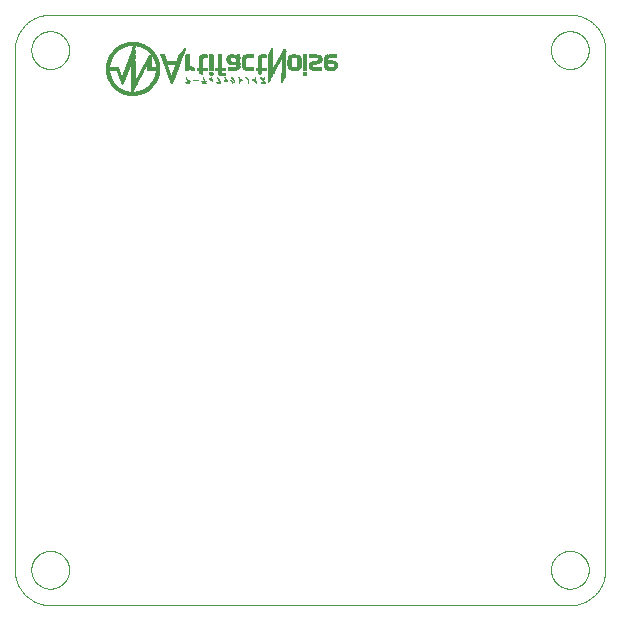
<source format=gbo>
G75*
%MOIN*%
%OFA0B0*%
%FSLAX25Y25*%
%IPPOS*%
%LPD*%
%AMOC8*
5,1,8,0,0,1.08239X$1,22.5*
%
%ADD10C,0.00000*%
%ADD11R,0.00039X0.00039*%
%ADD12R,0.00827X0.00039*%
%ADD13R,0.02008X0.00039*%
%ADD14R,0.00118X0.00039*%
%ADD15R,0.03110X0.00039*%
%ADD16R,0.03898X0.00039*%
%ADD17R,0.04528X0.00039*%
%ADD18R,0.04843X0.00039*%
%ADD19R,0.05079X0.00039*%
%ADD20R,0.05630X0.00039*%
%ADD21R,0.06102X0.00039*%
%ADD22R,0.06496X0.00039*%
%ADD23R,0.06654X0.00039*%
%ADD24R,0.06890X0.00039*%
%ADD25R,0.07283X0.00039*%
%ADD26R,0.07598X0.00039*%
%ADD27R,0.07913X0.00039*%
%ADD28R,0.07992X0.00039*%
%ADD29R,0.08228X0.00039*%
%ADD30R,0.03346X0.00039*%
%ADD31R,0.00276X0.00039*%
%ADD32R,0.02874X0.00039*%
%ADD33R,0.00354X0.00039*%
%ADD34R,0.02953X0.00039*%
%ADD35R,0.02717X0.00039*%
%ADD36R,0.00433X0.00039*%
%ADD37R,0.02559X0.00039*%
%ADD38R,0.00472X0.00039*%
%ADD39R,0.02638X0.00039*%
%ADD40R,0.02480X0.00039*%
%ADD41R,0.02323X0.00039*%
%ADD42R,0.00512X0.00039*%
%ADD43R,0.02402X0.00039*%
%ADD44R,0.02244X0.00039*%
%ADD45R,0.00591X0.00039*%
%ADD46R,0.02165X0.00039*%
%ADD47R,0.00669X0.00039*%
%ADD48R,0.02126X0.00039*%
%ADD49R,0.00748X0.00039*%
%ADD50R,0.02087X0.00039*%
%ADD51R,0.01969X0.00039*%
%ADD52R,0.01929X0.00039*%
%ADD53R,0.00079X0.00039*%
%ADD54R,0.01850X0.00039*%
%ADD55R,0.01772X0.00039*%
%ADD56R,0.01811X0.00039*%
%ADD57R,0.01693X0.00039*%
%ADD58R,0.00157X0.00039*%
%ADD59R,0.01732X0.00039*%
%ADD60R,0.00197X0.00039*%
%ADD61R,0.01654X0.00039*%
%ADD62R,0.00551X0.00039*%
%ADD63R,0.01614X0.00039*%
%ADD64R,0.00866X0.00039*%
%ADD65R,0.00236X0.00039*%
%ADD66R,0.00906X0.00039*%
%ADD67R,0.01535X0.00039*%
%ADD68R,0.00630X0.00039*%
%ADD69R,0.00984X0.00039*%
%ADD70R,0.00945X0.00039*%
%ADD71R,0.01575X0.00039*%
%ADD72R,0.00709X0.00039*%
%ADD73R,0.01496X0.00039*%
%ADD74R,0.01457X0.00039*%
%ADD75R,0.00787X0.00039*%
%ADD76R,0.01063X0.00039*%
%ADD77R,0.01378X0.00039*%
%ADD78R,0.01417X0.00039*%
%ADD79R,0.01102X0.00039*%
%ADD80R,0.01142X0.00039*%
%ADD81R,0.01024X0.00039*%
%ADD82R,0.01299X0.00039*%
%ADD83R,0.01220X0.00039*%
%ADD84R,0.01339X0.00039*%
%ADD85R,0.01181X0.00039*%
%ADD86R,0.01260X0.00039*%
%ADD87R,0.02362X0.00039*%
%ADD88R,0.02677X0.00039*%
%ADD89R,0.03031X0.00039*%
%ADD90R,0.02913X0.00039*%
%ADD91R,0.03189X0.00039*%
%ADD92R,0.03268X0.00039*%
%ADD93R,0.03071X0.00039*%
%ADD94R,0.02795X0.00039*%
%ADD95R,0.03425X0.00039*%
%ADD96R,0.02047X0.00039*%
%ADD97R,0.03386X0.00039*%
%ADD98R,0.03504X0.00039*%
%ADD99R,0.02205X0.00039*%
%ADD100R,0.03819X0.00039*%
%ADD101R,0.03307X0.00039*%
%ADD102R,0.03583X0.00039*%
%ADD103R,0.02283X0.00039*%
%ADD104R,0.03465X0.00039*%
%ADD105R,0.03661X0.00039*%
%ADD106R,0.03976X0.00039*%
%ADD107R,0.03740X0.00039*%
%ADD108R,0.04055X0.00039*%
%ADD109R,0.03780X0.00039*%
%ADD110R,0.02441X0.00039*%
%ADD111R,0.03543X0.00039*%
%ADD112R,0.03858X0.00039*%
%ADD113R,0.04134X0.00039*%
%ADD114R,0.04016X0.00039*%
%ADD115R,0.01890X0.00039*%
%ADD116R,0.04488X0.00039*%
%ADD117R,0.04449X0.00039*%
%ADD118R,0.04409X0.00039*%
%ADD119R,0.04370X0.00039*%
%ADD120R,0.02992X0.00039*%
%ADD121R,0.04331X0.00039*%
%ADD122R,0.04094X0.00039*%
%ADD123R,0.04252X0.00039*%
%ADD124R,0.04213X0.00039*%
%ADD125R,0.04173X0.00039*%
%ADD126R,0.03622X0.00039*%
%ADD127R,0.03701X0.00039*%
%ADD128R,0.03937X0.00039*%
%ADD129R,0.04291X0.00039*%
%ADD130R,0.00315X0.00039*%
%ADD131R,0.00394X0.00039*%
%ADD132R,0.08386X0.00039*%
%ADD133R,0.08071X0.00039*%
%ADD134R,0.07835X0.00039*%
%ADD135R,0.07441X0.00039*%
%ADD136R,0.07126X0.00039*%
%ADD137R,0.06811X0.00039*%
%ADD138R,0.06732X0.00039*%
%ADD139R,0.06339X0.00039*%
%ADD140R,0.05866X0.00039*%
%ADD141R,0.05472X0.00039*%
%ADD142R,0.04921X0.00039*%
D10*
X0015764Y0017535D02*
X0015764Y0190764D01*
X0021276Y0190764D02*
X0021278Y0190922D01*
X0021284Y0191080D01*
X0021294Y0191238D01*
X0021308Y0191396D01*
X0021326Y0191553D01*
X0021347Y0191710D01*
X0021373Y0191866D01*
X0021403Y0192022D01*
X0021436Y0192177D01*
X0021474Y0192330D01*
X0021515Y0192483D01*
X0021560Y0192635D01*
X0021609Y0192786D01*
X0021662Y0192935D01*
X0021718Y0193083D01*
X0021778Y0193229D01*
X0021842Y0193374D01*
X0021910Y0193517D01*
X0021981Y0193659D01*
X0022055Y0193799D01*
X0022133Y0193936D01*
X0022215Y0194072D01*
X0022299Y0194206D01*
X0022388Y0194337D01*
X0022479Y0194466D01*
X0022574Y0194593D01*
X0022671Y0194718D01*
X0022772Y0194840D01*
X0022876Y0194959D01*
X0022983Y0195076D01*
X0023093Y0195190D01*
X0023206Y0195301D01*
X0023321Y0195410D01*
X0023439Y0195515D01*
X0023560Y0195617D01*
X0023683Y0195717D01*
X0023809Y0195813D01*
X0023937Y0195906D01*
X0024067Y0195996D01*
X0024200Y0196082D01*
X0024335Y0196166D01*
X0024471Y0196245D01*
X0024610Y0196322D01*
X0024751Y0196394D01*
X0024893Y0196464D01*
X0025037Y0196529D01*
X0025183Y0196591D01*
X0025330Y0196649D01*
X0025479Y0196704D01*
X0025629Y0196755D01*
X0025780Y0196802D01*
X0025932Y0196845D01*
X0026085Y0196884D01*
X0026240Y0196920D01*
X0026395Y0196951D01*
X0026551Y0196979D01*
X0026707Y0197003D01*
X0026864Y0197023D01*
X0027022Y0197039D01*
X0027179Y0197051D01*
X0027338Y0197059D01*
X0027496Y0197063D01*
X0027654Y0197063D01*
X0027812Y0197059D01*
X0027971Y0197051D01*
X0028128Y0197039D01*
X0028286Y0197023D01*
X0028443Y0197003D01*
X0028599Y0196979D01*
X0028755Y0196951D01*
X0028910Y0196920D01*
X0029065Y0196884D01*
X0029218Y0196845D01*
X0029370Y0196802D01*
X0029521Y0196755D01*
X0029671Y0196704D01*
X0029820Y0196649D01*
X0029967Y0196591D01*
X0030113Y0196529D01*
X0030257Y0196464D01*
X0030399Y0196394D01*
X0030540Y0196322D01*
X0030679Y0196245D01*
X0030815Y0196166D01*
X0030950Y0196082D01*
X0031083Y0195996D01*
X0031213Y0195906D01*
X0031341Y0195813D01*
X0031467Y0195717D01*
X0031590Y0195617D01*
X0031711Y0195515D01*
X0031829Y0195410D01*
X0031944Y0195301D01*
X0032057Y0195190D01*
X0032167Y0195076D01*
X0032274Y0194959D01*
X0032378Y0194840D01*
X0032479Y0194718D01*
X0032576Y0194593D01*
X0032671Y0194466D01*
X0032762Y0194337D01*
X0032851Y0194206D01*
X0032935Y0194072D01*
X0033017Y0193936D01*
X0033095Y0193799D01*
X0033169Y0193659D01*
X0033240Y0193517D01*
X0033308Y0193374D01*
X0033372Y0193229D01*
X0033432Y0193083D01*
X0033488Y0192935D01*
X0033541Y0192786D01*
X0033590Y0192635D01*
X0033635Y0192483D01*
X0033676Y0192330D01*
X0033714Y0192177D01*
X0033747Y0192022D01*
X0033777Y0191866D01*
X0033803Y0191710D01*
X0033824Y0191553D01*
X0033842Y0191396D01*
X0033856Y0191238D01*
X0033866Y0191080D01*
X0033872Y0190922D01*
X0033874Y0190764D01*
X0033872Y0190606D01*
X0033866Y0190448D01*
X0033856Y0190290D01*
X0033842Y0190132D01*
X0033824Y0189975D01*
X0033803Y0189818D01*
X0033777Y0189662D01*
X0033747Y0189506D01*
X0033714Y0189351D01*
X0033676Y0189198D01*
X0033635Y0189045D01*
X0033590Y0188893D01*
X0033541Y0188742D01*
X0033488Y0188593D01*
X0033432Y0188445D01*
X0033372Y0188299D01*
X0033308Y0188154D01*
X0033240Y0188011D01*
X0033169Y0187869D01*
X0033095Y0187729D01*
X0033017Y0187592D01*
X0032935Y0187456D01*
X0032851Y0187322D01*
X0032762Y0187191D01*
X0032671Y0187062D01*
X0032576Y0186935D01*
X0032479Y0186810D01*
X0032378Y0186688D01*
X0032274Y0186569D01*
X0032167Y0186452D01*
X0032057Y0186338D01*
X0031944Y0186227D01*
X0031829Y0186118D01*
X0031711Y0186013D01*
X0031590Y0185911D01*
X0031467Y0185811D01*
X0031341Y0185715D01*
X0031213Y0185622D01*
X0031083Y0185532D01*
X0030950Y0185446D01*
X0030815Y0185362D01*
X0030679Y0185283D01*
X0030540Y0185206D01*
X0030399Y0185134D01*
X0030257Y0185064D01*
X0030113Y0184999D01*
X0029967Y0184937D01*
X0029820Y0184879D01*
X0029671Y0184824D01*
X0029521Y0184773D01*
X0029370Y0184726D01*
X0029218Y0184683D01*
X0029065Y0184644D01*
X0028910Y0184608D01*
X0028755Y0184577D01*
X0028599Y0184549D01*
X0028443Y0184525D01*
X0028286Y0184505D01*
X0028128Y0184489D01*
X0027971Y0184477D01*
X0027812Y0184469D01*
X0027654Y0184465D01*
X0027496Y0184465D01*
X0027338Y0184469D01*
X0027179Y0184477D01*
X0027022Y0184489D01*
X0026864Y0184505D01*
X0026707Y0184525D01*
X0026551Y0184549D01*
X0026395Y0184577D01*
X0026240Y0184608D01*
X0026085Y0184644D01*
X0025932Y0184683D01*
X0025780Y0184726D01*
X0025629Y0184773D01*
X0025479Y0184824D01*
X0025330Y0184879D01*
X0025183Y0184937D01*
X0025037Y0184999D01*
X0024893Y0185064D01*
X0024751Y0185134D01*
X0024610Y0185206D01*
X0024471Y0185283D01*
X0024335Y0185362D01*
X0024200Y0185446D01*
X0024067Y0185532D01*
X0023937Y0185622D01*
X0023809Y0185715D01*
X0023683Y0185811D01*
X0023560Y0185911D01*
X0023439Y0186013D01*
X0023321Y0186118D01*
X0023206Y0186227D01*
X0023093Y0186338D01*
X0022983Y0186452D01*
X0022876Y0186569D01*
X0022772Y0186688D01*
X0022671Y0186810D01*
X0022574Y0186935D01*
X0022479Y0187062D01*
X0022388Y0187191D01*
X0022299Y0187322D01*
X0022215Y0187456D01*
X0022133Y0187592D01*
X0022055Y0187729D01*
X0021981Y0187869D01*
X0021910Y0188011D01*
X0021842Y0188154D01*
X0021778Y0188299D01*
X0021718Y0188445D01*
X0021662Y0188593D01*
X0021609Y0188742D01*
X0021560Y0188893D01*
X0021515Y0189045D01*
X0021474Y0189198D01*
X0021436Y0189351D01*
X0021403Y0189506D01*
X0021373Y0189662D01*
X0021347Y0189818D01*
X0021326Y0189975D01*
X0021308Y0190132D01*
X0021294Y0190290D01*
X0021284Y0190448D01*
X0021278Y0190606D01*
X0021276Y0190764D01*
X0015764Y0190764D02*
X0015767Y0191049D01*
X0015778Y0191335D01*
X0015795Y0191620D01*
X0015819Y0191904D01*
X0015850Y0192188D01*
X0015888Y0192471D01*
X0015933Y0192752D01*
X0015984Y0193033D01*
X0016042Y0193313D01*
X0016107Y0193591D01*
X0016179Y0193867D01*
X0016257Y0194141D01*
X0016342Y0194414D01*
X0016434Y0194684D01*
X0016532Y0194952D01*
X0016636Y0195218D01*
X0016747Y0195481D01*
X0016864Y0195741D01*
X0016987Y0195999D01*
X0017117Y0196253D01*
X0017253Y0196504D01*
X0017394Y0196752D01*
X0017542Y0196996D01*
X0017695Y0197237D01*
X0017855Y0197473D01*
X0018020Y0197706D01*
X0018190Y0197935D01*
X0018366Y0198160D01*
X0018548Y0198380D01*
X0018734Y0198596D01*
X0018926Y0198807D01*
X0019123Y0199014D01*
X0019325Y0199216D01*
X0019532Y0199413D01*
X0019743Y0199605D01*
X0019959Y0199791D01*
X0020179Y0199973D01*
X0020404Y0200149D01*
X0020633Y0200319D01*
X0020866Y0200484D01*
X0021102Y0200644D01*
X0021343Y0200797D01*
X0021587Y0200945D01*
X0021835Y0201086D01*
X0022086Y0201222D01*
X0022340Y0201352D01*
X0022598Y0201475D01*
X0022858Y0201592D01*
X0023121Y0201703D01*
X0023387Y0201807D01*
X0023655Y0201905D01*
X0023925Y0201997D01*
X0024198Y0202082D01*
X0024472Y0202160D01*
X0024748Y0202232D01*
X0025026Y0202297D01*
X0025306Y0202355D01*
X0025587Y0202406D01*
X0025868Y0202451D01*
X0026151Y0202489D01*
X0026435Y0202520D01*
X0026719Y0202544D01*
X0027004Y0202561D01*
X0027290Y0202572D01*
X0027575Y0202575D01*
X0200803Y0202575D01*
X0194504Y0190764D02*
X0194506Y0190922D01*
X0194512Y0191080D01*
X0194522Y0191238D01*
X0194536Y0191396D01*
X0194554Y0191553D01*
X0194575Y0191710D01*
X0194601Y0191866D01*
X0194631Y0192022D01*
X0194664Y0192177D01*
X0194702Y0192330D01*
X0194743Y0192483D01*
X0194788Y0192635D01*
X0194837Y0192786D01*
X0194890Y0192935D01*
X0194946Y0193083D01*
X0195006Y0193229D01*
X0195070Y0193374D01*
X0195138Y0193517D01*
X0195209Y0193659D01*
X0195283Y0193799D01*
X0195361Y0193936D01*
X0195443Y0194072D01*
X0195527Y0194206D01*
X0195616Y0194337D01*
X0195707Y0194466D01*
X0195802Y0194593D01*
X0195899Y0194718D01*
X0196000Y0194840D01*
X0196104Y0194959D01*
X0196211Y0195076D01*
X0196321Y0195190D01*
X0196434Y0195301D01*
X0196549Y0195410D01*
X0196667Y0195515D01*
X0196788Y0195617D01*
X0196911Y0195717D01*
X0197037Y0195813D01*
X0197165Y0195906D01*
X0197295Y0195996D01*
X0197428Y0196082D01*
X0197563Y0196166D01*
X0197699Y0196245D01*
X0197838Y0196322D01*
X0197979Y0196394D01*
X0198121Y0196464D01*
X0198265Y0196529D01*
X0198411Y0196591D01*
X0198558Y0196649D01*
X0198707Y0196704D01*
X0198857Y0196755D01*
X0199008Y0196802D01*
X0199160Y0196845D01*
X0199313Y0196884D01*
X0199468Y0196920D01*
X0199623Y0196951D01*
X0199779Y0196979D01*
X0199935Y0197003D01*
X0200092Y0197023D01*
X0200250Y0197039D01*
X0200407Y0197051D01*
X0200566Y0197059D01*
X0200724Y0197063D01*
X0200882Y0197063D01*
X0201040Y0197059D01*
X0201199Y0197051D01*
X0201356Y0197039D01*
X0201514Y0197023D01*
X0201671Y0197003D01*
X0201827Y0196979D01*
X0201983Y0196951D01*
X0202138Y0196920D01*
X0202293Y0196884D01*
X0202446Y0196845D01*
X0202598Y0196802D01*
X0202749Y0196755D01*
X0202899Y0196704D01*
X0203048Y0196649D01*
X0203195Y0196591D01*
X0203341Y0196529D01*
X0203485Y0196464D01*
X0203627Y0196394D01*
X0203768Y0196322D01*
X0203907Y0196245D01*
X0204043Y0196166D01*
X0204178Y0196082D01*
X0204311Y0195996D01*
X0204441Y0195906D01*
X0204569Y0195813D01*
X0204695Y0195717D01*
X0204818Y0195617D01*
X0204939Y0195515D01*
X0205057Y0195410D01*
X0205172Y0195301D01*
X0205285Y0195190D01*
X0205395Y0195076D01*
X0205502Y0194959D01*
X0205606Y0194840D01*
X0205707Y0194718D01*
X0205804Y0194593D01*
X0205899Y0194466D01*
X0205990Y0194337D01*
X0206079Y0194206D01*
X0206163Y0194072D01*
X0206245Y0193936D01*
X0206323Y0193799D01*
X0206397Y0193659D01*
X0206468Y0193517D01*
X0206536Y0193374D01*
X0206600Y0193229D01*
X0206660Y0193083D01*
X0206716Y0192935D01*
X0206769Y0192786D01*
X0206818Y0192635D01*
X0206863Y0192483D01*
X0206904Y0192330D01*
X0206942Y0192177D01*
X0206975Y0192022D01*
X0207005Y0191866D01*
X0207031Y0191710D01*
X0207052Y0191553D01*
X0207070Y0191396D01*
X0207084Y0191238D01*
X0207094Y0191080D01*
X0207100Y0190922D01*
X0207102Y0190764D01*
X0207100Y0190606D01*
X0207094Y0190448D01*
X0207084Y0190290D01*
X0207070Y0190132D01*
X0207052Y0189975D01*
X0207031Y0189818D01*
X0207005Y0189662D01*
X0206975Y0189506D01*
X0206942Y0189351D01*
X0206904Y0189198D01*
X0206863Y0189045D01*
X0206818Y0188893D01*
X0206769Y0188742D01*
X0206716Y0188593D01*
X0206660Y0188445D01*
X0206600Y0188299D01*
X0206536Y0188154D01*
X0206468Y0188011D01*
X0206397Y0187869D01*
X0206323Y0187729D01*
X0206245Y0187592D01*
X0206163Y0187456D01*
X0206079Y0187322D01*
X0205990Y0187191D01*
X0205899Y0187062D01*
X0205804Y0186935D01*
X0205707Y0186810D01*
X0205606Y0186688D01*
X0205502Y0186569D01*
X0205395Y0186452D01*
X0205285Y0186338D01*
X0205172Y0186227D01*
X0205057Y0186118D01*
X0204939Y0186013D01*
X0204818Y0185911D01*
X0204695Y0185811D01*
X0204569Y0185715D01*
X0204441Y0185622D01*
X0204311Y0185532D01*
X0204178Y0185446D01*
X0204043Y0185362D01*
X0203907Y0185283D01*
X0203768Y0185206D01*
X0203627Y0185134D01*
X0203485Y0185064D01*
X0203341Y0184999D01*
X0203195Y0184937D01*
X0203048Y0184879D01*
X0202899Y0184824D01*
X0202749Y0184773D01*
X0202598Y0184726D01*
X0202446Y0184683D01*
X0202293Y0184644D01*
X0202138Y0184608D01*
X0201983Y0184577D01*
X0201827Y0184549D01*
X0201671Y0184525D01*
X0201514Y0184505D01*
X0201356Y0184489D01*
X0201199Y0184477D01*
X0201040Y0184469D01*
X0200882Y0184465D01*
X0200724Y0184465D01*
X0200566Y0184469D01*
X0200407Y0184477D01*
X0200250Y0184489D01*
X0200092Y0184505D01*
X0199935Y0184525D01*
X0199779Y0184549D01*
X0199623Y0184577D01*
X0199468Y0184608D01*
X0199313Y0184644D01*
X0199160Y0184683D01*
X0199008Y0184726D01*
X0198857Y0184773D01*
X0198707Y0184824D01*
X0198558Y0184879D01*
X0198411Y0184937D01*
X0198265Y0184999D01*
X0198121Y0185064D01*
X0197979Y0185134D01*
X0197838Y0185206D01*
X0197699Y0185283D01*
X0197563Y0185362D01*
X0197428Y0185446D01*
X0197295Y0185532D01*
X0197165Y0185622D01*
X0197037Y0185715D01*
X0196911Y0185811D01*
X0196788Y0185911D01*
X0196667Y0186013D01*
X0196549Y0186118D01*
X0196434Y0186227D01*
X0196321Y0186338D01*
X0196211Y0186452D01*
X0196104Y0186569D01*
X0196000Y0186688D01*
X0195899Y0186810D01*
X0195802Y0186935D01*
X0195707Y0187062D01*
X0195616Y0187191D01*
X0195527Y0187322D01*
X0195443Y0187456D01*
X0195361Y0187592D01*
X0195283Y0187729D01*
X0195209Y0187869D01*
X0195138Y0188011D01*
X0195070Y0188154D01*
X0195006Y0188299D01*
X0194946Y0188445D01*
X0194890Y0188593D01*
X0194837Y0188742D01*
X0194788Y0188893D01*
X0194743Y0189045D01*
X0194702Y0189198D01*
X0194664Y0189351D01*
X0194631Y0189506D01*
X0194601Y0189662D01*
X0194575Y0189818D01*
X0194554Y0189975D01*
X0194536Y0190132D01*
X0194522Y0190290D01*
X0194512Y0190448D01*
X0194506Y0190606D01*
X0194504Y0190764D01*
X0200803Y0202575D02*
X0201088Y0202572D01*
X0201374Y0202561D01*
X0201659Y0202544D01*
X0201943Y0202520D01*
X0202227Y0202489D01*
X0202510Y0202451D01*
X0202791Y0202406D01*
X0203072Y0202355D01*
X0203352Y0202297D01*
X0203630Y0202232D01*
X0203906Y0202160D01*
X0204180Y0202082D01*
X0204453Y0201997D01*
X0204723Y0201905D01*
X0204991Y0201807D01*
X0205257Y0201703D01*
X0205520Y0201592D01*
X0205780Y0201475D01*
X0206038Y0201352D01*
X0206292Y0201222D01*
X0206543Y0201086D01*
X0206791Y0200945D01*
X0207035Y0200797D01*
X0207276Y0200644D01*
X0207512Y0200484D01*
X0207745Y0200319D01*
X0207974Y0200149D01*
X0208199Y0199973D01*
X0208419Y0199791D01*
X0208635Y0199605D01*
X0208846Y0199413D01*
X0209053Y0199216D01*
X0209255Y0199014D01*
X0209452Y0198807D01*
X0209644Y0198596D01*
X0209830Y0198380D01*
X0210012Y0198160D01*
X0210188Y0197935D01*
X0210358Y0197706D01*
X0210523Y0197473D01*
X0210683Y0197237D01*
X0210836Y0196996D01*
X0210984Y0196752D01*
X0211125Y0196504D01*
X0211261Y0196253D01*
X0211391Y0195999D01*
X0211514Y0195741D01*
X0211631Y0195481D01*
X0211742Y0195218D01*
X0211846Y0194952D01*
X0211944Y0194684D01*
X0212036Y0194414D01*
X0212121Y0194141D01*
X0212199Y0193867D01*
X0212271Y0193591D01*
X0212336Y0193313D01*
X0212394Y0193033D01*
X0212445Y0192752D01*
X0212490Y0192471D01*
X0212528Y0192188D01*
X0212559Y0191904D01*
X0212583Y0191620D01*
X0212600Y0191335D01*
X0212611Y0191049D01*
X0212614Y0190764D01*
X0212614Y0017535D01*
X0194504Y0017535D02*
X0194506Y0017693D01*
X0194512Y0017851D01*
X0194522Y0018009D01*
X0194536Y0018167D01*
X0194554Y0018324D01*
X0194575Y0018481D01*
X0194601Y0018637D01*
X0194631Y0018793D01*
X0194664Y0018948D01*
X0194702Y0019101D01*
X0194743Y0019254D01*
X0194788Y0019406D01*
X0194837Y0019557D01*
X0194890Y0019706D01*
X0194946Y0019854D01*
X0195006Y0020000D01*
X0195070Y0020145D01*
X0195138Y0020288D01*
X0195209Y0020430D01*
X0195283Y0020570D01*
X0195361Y0020707D01*
X0195443Y0020843D01*
X0195527Y0020977D01*
X0195616Y0021108D01*
X0195707Y0021237D01*
X0195802Y0021364D01*
X0195899Y0021489D01*
X0196000Y0021611D01*
X0196104Y0021730D01*
X0196211Y0021847D01*
X0196321Y0021961D01*
X0196434Y0022072D01*
X0196549Y0022181D01*
X0196667Y0022286D01*
X0196788Y0022388D01*
X0196911Y0022488D01*
X0197037Y0022584D01*
X0197165Y0022677D01*
X0197295Y0022767D01*
X0197428Y0022853D01*
X0197563Y0022937D01*
X0197699Y0023016D01*
X0197838Y0023093D01*
X0197979Y0023165D01*
X0198121Y0023235D01*
X0198265Y0023300D01*
X0198411Y0023362D01*
X0198558Y0023420D01*
X0198707Y0023475D01*
X0198857Y0023526D01*
X0199008Y0023573D01*
X0199160Y0023616D01*
X0199313Y0023655D01*
X0199468Y0023691D01*
X0199623Y0023722D01*
X0199779Y0023750D01*
X0199935Y0023774D01*
X0200092Y0023794D01*
X0200250Y0023810D01*
X0200407Y0023822D01*
X0200566Y0023830D01*
X0200724Y0023834D01*
X0200882Y0023834D01*
X0201040Y0023830D01*
X0201199Y0023822D01*
X0201356Y0023810D01*
X0201514Y0023794D01*
X0201671Y0023774D01*
X0201827Y0023750D01*
X0201983Y0023722D01*
X0202138Y0023691D01*
X0202293Y0023655D01*
X0202446Y0023616D01*
X0202598Y0023573D01*
X0202749Y0023526D01*
X0202899Y0023475D01*
X0203048Y0023420D01*
X0203195Y0023362D01*
X0203341Y0023300D01*
X0203485Y0023235D01*
X0203627Y0023165D01*
X0203768Y0023093D01*
X0203907Y0023016D01*
X0204043Y0022937D01*
X0204178Y0022853D01*
X0204311Y0022767D01*
X0204441Y0022677D01*
X0204569Y0022584D01*
X0204695Y0022488D01*
X0204818Y0022388D01*
X0204939Y0022286D01*
X0205057Y0022181D01*
X0205172Y0022072D01*
X0205285Y0021961D01*
X0205395Y0021847D01*
X0205502Y0021730D01*
X0205606Y0021611D01*
X0205707Y0021489D01*
X0205804Y0021364D01*
X0205899Y0021237D01*
X0205990Y0021108D01*
X0206079Y0020977D01*
X0206163Y0020843D01*
X0206245Y0020707D01*
X0206323Y0020570D01*
X0206397Y0020430D01*
X0206468Y0020288D01*
X0206536Y0020145D01*
X0206600Y0020000D01*
X0206660Y0019854D01*
X0206716Y0019706D01*
X0206769Y0019557D01*
X0206818Y0019406D01*
X0206863Y0019254D01*
X0206904Y0019101D01*
X0206942Y0018948D01*
X0206975Y0018793D01*
X0207005Y0018637D01*
X0207031Y0018481D01*
X0207052Y0018324D01*
X0207070Y0018167D01*
X0207084Y0018009D01*
X0207094Y0017851D01*
X0207100Y0017693D01*
X0207102Y0017535D01*
X0207100Y0017377D01*
X0207094Y0017219D01*
X0207084Y0017061D01*
X0207070Y0016903D01*
X0207052Y0016746D01*
X0207031Y0016589D01*
X0207005Y0016433D01*
X0206975Y0016277D01*
X0206942Y0016122D01*
X0206904Y0015969D01*
X0206863Y0015816D01*
X0206818Y0015664D01*
X0206769Y0015513D01*
X0206716Y0015364D01*
X0206660Y0015216D01*
X0206600Y0015070D01*
X0206536Y0014925D01*
X0206468Y0014782D01*
X0206397Y0014640D01*
X0206323Y0014500D01*
X0206245Y0014363D01*
X0206163Y0014227D01*
X0206079Y0014093D01*
X0205990Y0013962D01*
X0205899Y0013833D01*
X0205804Y0013706D01*
X0205707Y0013581D01*
X0205606Y0013459D01*
X0205502Y0013340D01*
X0205395Y0013223D01*
X0205285Y0013109D01*
X0205172Y0012998D01*
X0205057Y0012889D01*
X0204939Y0012784D01*
X0204818Y0012682D01*
X0204695Y0012582D01*
X0204569Y0012486D01*
X0204441Y0012393D01*
X0204311Y0012303D01*
X0204178Y0012217D01*
X0204043Y0012133D01*
X0203907Y0012054D01*
X0203768Y0011977D01*
X0203627Y0011905D01*
X0203485Y0011835D01*
X0203341Y0011770D01*
X0203195Y0011708D01*
X0203048Y0011650D01*
X0202899Y0011595D01*
X0202749Y0011544D01*
X0202598Y0011497D01*
X0202446Y0011454D01*
X0202293Y0011415D01*
X0202138Y0011379D01*
X0201983Y0011348D01*
X0201827Y0011320D01*
X0201671Y0011296D01*
X0201514Y0011276D01*
X0201356Y0011260D01*
X0201199Y0011248D01*
X0201040Y0011240D01*
X0200882Y0011236D01*
X0200724Y0011236D01*
X0200566Y0011240D01*
X0200407Y0011248D01*
X0200250Y0011260D01*
X0200092Y0011276D01*
X0199935Y0011296D01*
X0199779Y0011320D01*
X0199623Y0011348D01*
X0199468Y0011379D01*
X0199313Y0011415D01*
X0199160Y0011454D01*
X0199008Y0011497D01*
X0198857Y0011544D01*
X0198707Y0011595D01*
X0198558Y0011650D01*
X0198411Y0011708D01*
X0198265Y0011770D01*
X0198121Y0011835D01*
X0197979Y0011905D01*
X0197838Y0011977D01*
X0197699Y0012054D01*
X0197563Y0012133D01*
X0197428Y0012217D01*
X0197295Y0012303D01*
X0197165Y0012393D01*
X0197037Y0012486D01*
X0196911Y0012582D01*
X0196788Y0012682D01*
X0196667Y0012784D01*
X0196549Y0012889D01*
X0196434Y0012998D01*
X0196321Y0013109D01*
X0196211Y0013223D01*
X0196104Y0013340D01*
X0196000Y0013459D01*
X0195899Y0013581D01*
X0195802Y0013706D01*
X0195707Y0013833D01*
X0195616Y0013962D01*
X0195527Y0014093D01*
X0195443Y0014227D01*
X0195361Y0014363D01*
X0195283Y0014500D01*
X0195209Y0014640D01*
X0195138Y0014782D01*
X0195070Y0014925D01*
X0195006Y0015070D01*
X0194946Y0015216D01*
X0194890Y0015364D01*
X0194837Y0015513D01*
X0194788Y0015664D01*
X0194743Y0015816D01*
X0194702Y0015969D01*
X0194664Y0016122D01*
X0194631Y0016277D01*
X0194601Y0016433D01*
X0194575Y0016589D01*
X0194554Y0016746D01*
X0194536Y0016903D01*
X0194522Y0017061D01*
X0194512Y0017219D01*
X0194506Y0017377D01*
X0194504Y0017535D01*
X0200803Y0005724D02*
X0201088Y0005727D01*
X0201374Y0005738D01*
X0201659Y0005755D01*
X0201943Y0005779D01*
X0202227Y0005810D01*
X0202510Y0005848D01*
X0202791Y0005893D01*
X0203072Y0005944D01*
X0203352Y0006002D01*
X0203630Y0006067D01*
X0203906Y0006139D01*
X0204180Y0006217D01*
X0204453Y0006302D01*
X0204723Y0006394D01*
X0204991Y0006492D01*
X0205257Y0006596D01*
X0205520Y0006707D01*
X0205780Y0006824D01*
X0206038Y0006947D01*
X0206292Y0007077D01*
X0206543Y0007213D01*
X0206791Y0007354D01*
X0207035Y0007502D01*
X0207276Y0007655D01*
X0207512Y0007815D01*
X0207745Y0007980D01*
X0207974Y0008150D01*
X0208199Y0008326D01*
X0208419Y0008508D01*
X0208635Y0008694D01*
X0208846Y0008886D01*
X0209053Y0009083D01*
X0209255Y0009285D01*
X0209452Y0009492D01*
X0209644Y0009703D01*
X0209830Y0009919D01*
X0210012Y0010139D01*
X0210188Y0010364D01*
X0210358Y0010593D01*
X0210523Y0010826D01*
X0210683Y0011062D01*
X0210836Y0011303D01*
X0210984Y0011547D01*
X0211125Y0011795D01*
X0211261Y0012046D01*
X0211391Y0012300D01*
X0211514Y0012558D01*
X0211631Y0012818D01*
X0211742Y0013081D01*
X0211846Y0013347D01*
X0211944Y0013615D01*
X0212036Y0013885D01*
X0212121Y0014158D01*
X0212199Y0014432D01*
X0212271Y0014708D01*
X0212336Y0014986D01*
X0212394Y0015266D01*
X0212445Y0015547D01*
X0212490Y0015828D01*
X0212528Y0016111D01*
X0212559Y0016395D01*
X0212583Y0016679D01*
X0212600Y0016964D01*
X0212611Y0017250D01*
X0212614Y0017535D01*
X0200803Y0005724D02*
X0027575Y0005724D01*
X0021276Y0017535D02*
X0021278Y0017693D01*
X0021284Y0017851D01*
X0021294Y0018009D01*
X0021308Y0018167D01*
X0021326Y0018324D01*
X0021347Y0018481D01*
X0021373Y0018637D01*
X0021403Y0018793D01*
X0021436Y0018948D01*
X0021474Y0019101D01*
X0021515Y0019254D01*
X0021560Y0019406D01*
X0021609Y0019557D01*
X0021662Y0019706D01*
X0021718Y0019854D01*
X0021778Y0020000D01*
X0021842Y0020145D01*
X0021910Y0020288D01*
X0021981Y0020430D01*
X0022055Y0020570D01*
X0022133Y0020707D01*
X0022215Y0020843D01*
X0022299Y0020977D01*
X0022388Y0021108D01*
X0022479Y0021237D01*
X0022574Y0021364D01*
X0022671Y0021489D01*
X0022772Y0021611D01*
X0022876Y0021730D01*
X0022983Y0021847D01*
X0023093Y0021961D01*
X0023206Y0022072D01*
X0023321Y0022181D01*
X0023439Y0022286D01*
X0023560Y0022388D01*
X0023683Y0022488D01*
X0023809Y0022584D01*
X0023937Y0022677D01*
X0024067Y0022767D01*
X0024200Y0022853D01*
X0024335Y0022937D01*
X0024471Y0023016D01*
X0024610Y0023093D01*
X0024751Y0023165D01*
X0024893Y0023235D01*
X0025037Y0023300D01*
X0025183Y0023362D01*
X0025330Y0023420D01*
X0025479Y0023475D01*
X0025629Y0023526D01*
X0025780Y0023573D01*
X0025932Y0023616D01*
X0026085Y0023655D01*
X0026240Y0023691D01*
X0026395Y0023722D01*
X0026551Y0023750D01*
X0026707Y0023774D01*
X0026864Y0023794D01*
X0027022Y0023810D01*
X0027179Y0023822D01*
X0027338Y0023830D01*
X0027496Y0023834D01*
X0027654Y0023834D01*
X0027812Y0023830D01*
X0027971Y0023822D01*
X0028128Y0023810D01*
X0028286Y0023794D01*
X0028443Y0023774D01*
X0028599Y0023750D01*
X0028755Y0023722D01*
X0028910Y0023691D01*
X0029065Y0023655D01*
X0029218Y0023616D01*
X0029370Y0023573D01*
X0029521Y0023526D01*
X0029671Y0023475D01*
X0029820Y0023420D01*
X0029967Y0023362D01*
X0030113Y0023300D01*
X0030257Y0023235D01*
X0030399Y0023165D01*
X0030540Y0023093D01*
X0030679Y0023016D01*
X0030815Y0022937D01*
X0030950Y0022853D01*
X0031083Y0022767D01*
X0031213Y0022677D01*
X0031341Y0022584D01*
X0031467Y0022488D01*
X0031590Y0022388D01*
X0031711Y0022286D01*
X0031829Y0022181D01*
X0031944Y0022072D01*
X0032057Y0021961D01*
X0032167Y0021847D01*
X0032274Y0021730D01*
X0032378Y0021611D01*
X0032479Y0021489D01*
X0032576Y0021364D01*
X0032671Y0021237D01*
X0032762Y0021108D01*
X0032851Y0020977D01*
X0032935Y0020843D01*
X0033017Y0020707D01*
X0033095Y0020570D01*
X0033169Y0020430D01*
X0033240Y0020288D01*
X0033308Y0020145D01*
X0033372Y0020000D01*
X0033432Y0019854D01*
X0033488Y0019706D01*
X0033541Y0019557D01*
X0033590Y0019406D01*
X0033635Y0019254D01*
X0033676Y0019101D01*
X0033714Y0018948D01*
X0033747Y0018793D01*
X0033777Y0018637D01*
X0033803Y0018481D01*
X0033824Y0018324D01*
X0033842Y0018167D01*
X0033856Y0018009D01*
X0033866Y0017851D01*
X0033872Y0017693D01*
X0033874Y0017535D01*
X0033872Y0017377D01*
X0033866Y0017219D01*
X0033856Y0017061D01*
X0033842Y0016903D01*
X0033824Y0016746D01*
X0033803Y0016589D01*
X0033777Y0016433D01*
X0033747Y0016277D01*
X0033714Y0016122D01*
X0033676Y0015969D01*
X0033635Y0015816D01*
X0033590Y0015664D01*
X0033541Y0015513D01*
X0033488Y0015364D01*
X0033432Y0015216D01*
X0033372Y0015070D01*
X0033308Y0014925D01*
X0033240Y0014782D01*
X0033169Y0014640D01*
X0033095Y0014500D01*
X0033017Y0014363D01*
X0032935Y0014227D01*
X0032851Y0014093D01*
X0032762Y0013962D01*
X0032671Y0013833D01*
X0032576Y0013706D01*
X0032479Y0013581D01*
X0032378Y0013459D01*
X0032274Y0013340D01*
X0032167Y0013223D01*
X0032057Y0013109D01*
X0031944Y0012998D01*
X0031829Y0012889D01*
X0031711Y0012784D01*
X0031590Y0012682D01*
X0031467Y0012582D01*
X0031341Y0012486D01*
X0031213Y0012393D01*
X0031083Y0012303D01*
X0030950Y0012217D01*
X0030815Y0012133D01*
X0030679Y0012054D01*
X0030540Y0011977D01*
X0030399Y0011905D01*
X0030257Y0011835D01*
X0030113Y0011770D01*
X0029967Y0011708D01*
X0029820Y0011650D01*
X0029671Y0011595D01*
X0029521Y0011544D01*
X0029370Y0011497D01*
X0029218Y0011454D01*
X0029065Y0011415D01*
X0028910Y0011379D01*
X0028755Y0011348D01*
X0028599Y0011320D01*
X0028443Y0011296D01*
X0028286Y0011276D01*
X0028128Y0011260D01*
X0027971Y0011248D01*
X0027812Y0011240D01*
X0027654Y0011236D01*
X0027496Y0011236D01*
X0027338Y0011240D01*
X0027179Y0011248D01*
X0027022Y0011260D01*
X0026864Y0011276D01*
X0026707Y0011296D01*
X0026551Y0011320D01*
X0026395Y0011348D01*
X0026240Y0011379D01*
X0026085Y0011415D01*
X0025932Y0011454D01*
X0025780Y0011497D01*
X0025629Y0011544D01*
X0025479Y0011595D01*
X0025330Y0011650D01*
X0025183Y0011708D01*
X0025037Y0011770D01*
X0024893Y0011835D01*
X0024751Y0011905D01*
X0024610Y0011977D01*
X0024471Y0012054D01*
X0024335Y0012133D01*
X0024200Y0012217D01*
X0024067Y0012303D01*
X0023937Y0012393D01*
X0023809Y0012486D01*
X0023683Y0012582D01*
X0023560Y0012682D01*
X0023439Y0012784D01*
X0023321Y0012889D01*
X0023206Y0012998D01*
X0023093Y0013109D01*
X0022983Y0013223D01*
X0022876Y0013340D01*
X0022772Y0013459D01*
X0022671Y0013581D01*
X0022574Y0013706D01*
X0022479Y0013833D01*
X0022388Y0013962D01*
X0022299Y0014093D01*
X0022215Y0014227D01*
X0022133Y0014363D01*
X0022055Y0014500D01*
X0021981Y0014640D01*
X0021910Y0014782D01*
X0021842Y0014925D01*
X0021778Y0015070D01*
X0021718Y0015216D01*
X0021662Y0015364D01*
X0021609Y0015513D01*
X0021560Y0015664D01*
X0021515Y0015816D01*
X0021474Y0015969D01*
X0021436Y0016122D01*
X0021403Y0016277D01*
X0021373Y0016433D01*
X0021347Y0016589D01*
X0021326Y0016746D01*
X0021308Y0016903D01*
X0021294Y0017061D01*
X0021284Y0017219D01*
X0021278Y0017377D01*
X0021276Y0017535D01*
X0015764Y0017535D02*
X0015767Y0017250D01*
X0015778Y0016964D01*
X0015795Y0016679D01*
X0015819Y0016395D01*
X0015850Y0016111D01*
X0015888Y0015828D01*
X0015933Y0015547D01*
X0015984Y0015266D01*
X0016042Y0014986D01*
X0016107Y0014708D01*
X0016179Y0014432D01*
X0016257Y0014158D01*
X0016342Y0013885D01*
X0016434Y0013615D01*
X0016532Y0013347D01*
X0016636Y0013081D01*
X0016747Y0012818D01*
X0016864Y0012558D01*
X0016987Y0012300D01*
X0017117Y0012046D01*
X0017253Y0011795D01*
X0017394Y0011547D01*
X0017542Y0011303D01*
X0017695Y0011062D01*
X0017855Y0010826D01*
X0018020Y0010593D01*
X0018190Y0010364D01*
X0018366Y0010139D01*
X0018548Y0009919D01*
X0018734Y0009703D01*
X0018926Y0009492D01*
X0019123Y0009285D01*
X0019325Y0009083D01*
X0019532Y0008886D01*
X0019743Y0008694D01*
X0019959Y0008508D01*
X0020179Y0008326D01*
X0020404Y0008150D01*
X0020633Y0007980D01*
X0020866Y0007815D01*
X0021102Y0007655D01*
X0021343Y0007502D01*
X0021587Y0007354D01*
X0021835Y0007213D01*
X0022086Y0007077D01*
X0022340Y0006947D01*
X0022598Y0006824D01*
X0022858Y0006707D01*
X0023121Y0006596D01*
X0023387Y0006492D01*
X0023655Y0006394D01*
X0023925Y0006302D01*
X0024198Y0006217D01*
X0024472Y0006139D01*
X0024748Y0006067D01*
X0025026Y0006002D01*
X0025306Y0005944D01*
X0025587Y0005893D01*
X0025868Y0005848D01*
X0026151Y0005810D01*
X0026435Y0005779D01*
X0026719Y0005755D01*
X0027004Y0005738D01*
X0027290Y0005727D01*
X0027575Y0005724D01*
D11*
X0054228Y0175488D03*
X0054504Y0175449D03*
X0054583Y0175449D03*
X0054661Y0175449D03*
X0053874Y0175528D03*
X0053756Y0175567D03*
X0053480Y0175606D03*
X0053362Y0175646D03*
X0053087Y0175685D03*
X0053047Y0175724D03*
X0052732Y0175803D03*
X0052496Y0175882D03*
X0052260Y0175961D03*
X0052102Y0176039D03*
X0051866Y0176118D03*
X0051709Y0176197D03*
X0051079Y0176512D03*
X0051394Y0177535D03*
X0051236Y0177614D03*
X0051000Y0177772D03*
X0050921Y0177850D03*
X0050764Y0177929D03*
X0050528Y0178087D03*
X0050449Y0178165D03*
X0049976Y0178559D03*
X0049661Y0178874D03*
X0049346Y0179189D03*
X0048953Y0179661D03*
X0048874Y0179819D03*
X0048717Y0180055D03*
X0048323Y0180606D03*
X0048244Y0180764D03*
X0048165Y0180921D03*
X0048087Y0181079D03*
X0047299Y0180606D03*
X0047220Y0180685D03*
X0047220Y0180764D03*
X0047142Y0180921D03*
X0047063Y0181079D03*
X0046984Y0181236D03*
X0046906Y0181630D03*
X0046827Y0181866D03*
X0046748Y0182024D03*
X0046669Y0182496D03*
X0046591Y0182890D03*
X0046591Y0182969D03*
X0046512Y0183441D03*
X0046512Y0183756D03*
X0047378Y0183756D03*
X0047575Y0183874D03*
X0047654Y0183874D03*
X0047732Y0183874D03*
X0047811Y0183874D03*
X0047890Y0183874D03*
X0047969Y0183874D03*
X0048047Y0183874D03*
X0048126Y0183874D03*
X0048205Y0183874D03*
X0048283Y0183874D03*
X0048362Y0183874D03*
X0048441Y0183874D03*
X0048520Y0183874D03*
X0048598Y0183874D03*
X0048677Y0183874D03*
X0048756Y0183874D03*
X0048835Y0183874D03*
X0048913Y0183874D03*
X0048992Y0183874D03*
X0049071Y0183874D03*
X0049150Y0183874D03*
X0049228Y0183874D03*
X0049307Y0183874D03*
X0049386Y0183874D03*
X0049465Y0183874D03*
X0049543Y0183874D03*
X0049622Y0183874D03*
X0049701Y0183874D03*
X0049780Y0183874D03*
X0049858Y0183874D03*
X0049937Y0183874D03*
X0050055Y0183835D03*
X0050213Y0183283D03*
X0050291Y0183126D03*
X0050370Y0182969D03*
X0050370Y0182890D03*
X0050606Y0182181D03*
X0050685Y0182024D03*
X0050685Y0181945D03*
X0050764Y0181866D03*
X0050843Y0181630D03*
X0051000Y0181079D03*
X0051079Y0180921D03*
X0051157Y0180764D03*
X0051157Y0180685D03*
X0051315Y0180370D03*
X0051472Y0179819D03*
X0051551Y0179661D03*
X0051630Y0179425D03*
X0051709Y0179189D03*
X0052024Y0179504D03*
X0052496Y0180370D03*
X0052496Y0180449D03*
X0052575Y0180606D03*
X0052654Y0180764D03*
X0052811Y0181315D03*
X0052890Y0181551D03*
X0052969Y0181630D03*
X0052969Y0181709D03*
X0053047Y0181866D03*
X0053283Y0182575D03*
X0053362Y0182811D03*
X0053441Y0182969D03*
X0053598Y0183520D03*
X0053756Y0183835D03*
X0053756Y0183913D03*
X0053835Y0184071D03*
X0054071Y0184780D03*
X0054150Y0185016D03*
X0054228Y0185173D03*
X0054307Y0185331D03*
X0054780Y0185409D03*
X0054780Y0185488D03*
X0054780Y0185724D03*
X0054780Y0185803D03*
X0054780Y0186039D03*
X0054780Y0186118D03*
X0054622Y0186276D03*
X0054701Y0186433D03*
X0054780Y0186433D03*
X0054780Y0186354D03*
X0054543Y0186118D03*
X0054543Y0186039D03*
X0054780Y0185173D03*
X0054780Y0185094D03*
X0054780Y0184858D03*
X0054780Y0184780D03*
X0054780Y0184543D03*
X0054780Y0184465D03*
X0054780Y0184228D03*
X0054780Y0184150D03*
X0054780Y0183913D03*
X0054780Y0183835D03*
X0054780Y0183598D03*
X0054780Y0183520D03*
X0054780Y0183283D03*
X0054780Y0183205D03*
X0054780Y0182969D03*
X0054780Y0182890D03*
X0054780Y0182654D03*
X0054780Y0182575D03*
X0054780Y0182339D03*
X0054780Y0182260D03*
X0054780Y0182024D03*
X0054780Y0181945D03*
X0054780Y0181709D03*
X0054780Y0181630D03*
X0054780Y0181394D03*
X0054780Y0181315D03*
X0054780Y0181079D03*
X0054780Y0181000D03*
X0054780Y0180764D03*
X0054780Y0180685D03*
X0054780Y0180449D03*
X0054780Y0180370D03*
X0054780Y0180134D03*
X0054780Y0180055D03*
X0054780Y0179819D03*
X0054780Y0179740D03*
X0054780Y0179504D03*
X0054780Y0179425D03*
X0054780Y0179189D03*
X0054780Y0179110D03*
X0054780Y0178874D03*
X0054780Y0178795D03*
X0054780Y0178559D03*
X0054780Y0178480D03*
X0054780Y0178244D03*
X0054780Y0178165D03*
X0054780Y0177929D03*
X0054780Y0177850D03*
X0054780Y0177614D03*
X0054780Y0177535D03*
X0054780Y0177299D03*
X0054780Y0177220D03*
X0054780Y0176984D03*
X0054780Y0176906D03*
X0054780Y0176669D03*
X0054780Y0176591D03*
X0055173Y0176591D03*
X0055213Y0176551D03*
X0055173Y0176669D03*
X0055252Y0176827D03*
X0055331Y0176906D03*
X0055331Y0176984D03*
X0055488Y0177220D03*
X0055646Y0177535D03*
X0055803Y0177850D03*
X0055685Y0176551D03*
X0055606Y0176551D03*
X0055528Y0176551D03*
X0055370Y0176551D03*
X0056197Y0176591D03*
X0056394Y0176630D03*
X0056669Y0176669D03*
X0056866Y0176709D03*
X0057063Y0176748D03*
X0057181Y0176787D03*
X0057378Y0176827D03*
X0057496Y0176866D03*
X0057929Y0176984D03*
X0057969Y0177024D03*
X0058323Y0177142D03*
X0058362Y0177181D03*
X0058717Y0177299D03*
X0058795Y0177378D03*
X0058953Y0177457D03*
X0059661Y0177850D03*
X0060370Y0178402D03*
X0060449Y0178480D03*
X0061079Y0179110D03*
X0061315Y0179346D03*
X0061394Y0179425D03*
X0061709Y0179819D03*
X0061787Y0179976D03*
X0061866Y0180055D03*
X0062024Y0180370D03*
X0063047Y0180055D03*
X0062890Y0179740D03*
X0062732Y0179504D03*
X0062654Y0179346D03*
X0062260Y0178795D03*
X0062181Y0178717D03*
X0061787Y0178244D03*
X0061472Y0177929D03*
X0061000Y0177535D03*
X0060921Y0177457D03*
X0060213Y0176906D03*
X0059504Y0176512D03*
X0059386Y0176394D03*
X0059268Y0176354D03*
X0059110Y0176276D03*
X0058874Y0176197D03*
X0058323Y0175961D03*
X0058087Y0175882D03*
X0057811Y0175764D03*
X0057614Y0175724D03*
X0057535Y0175724D03*
X0057496Y0175685D03*
X0057299Y0175646D03*
X0057220Y0175646D03*
X0056906Y0175567D03*
X0056827Y0175567D03*
X0056787Y0175528D03*
X0056709Y0175528D03*
X0056433Y0175488D03*
X0056354Y0175488D03*
X0056157Y0175449D03*
X0056079Y0175449D03*
X0056000Y0175449D03*
X0054386Y0176591D03*
X0054307Y0176591D03*
X0054228Y0176591D03*
X0054189Y0176630D03*
X0054110Y0176630D03*
X0053835Y0176669D03*
X0053756Y0176669D03*
X0053717Y0176709D03*
X0053638Y0176709D03*
X0052890Y0176906D03*
X0052811Y0176906D03*
X0052654Y0176984D03*
X0052024Y0177220D03*
X0051866Y0177299D03*
X0050134Y0177142D03*
X0049898Y0177299D03*
X0049661Y0177457D03*
X0049583Y0177535D03*
X0049346Y0177772D03*
X0049268Y0177850D03*
X0049031Y0178087D03*
X0048953Y0178165D03*
X0048717Y0178402D03*
X0048638Y0178480D03*
X0048323Y0178874D03*
X0048165Y0179110D03*
X0047850Y0179504D03*
X0047772Y0179661D03*
X0047693Y0179740D03*
X0047693Y0179819D03*
X0047614Y0179976D03*
X0047535Y0180055D03*
X0047378Y0180370D03*
X0047772Y0181945D03*
X0047772Y0182024D03*
X0047693Y0182181D03*
X0047614Y0182575D03*
X0047535Y0182811D03*
X0047457Y0183205D03*
X0047457Y0183283D03*
X0047457Y0184780D03*
X0047535Y0184780D03*
X0047614Y0184780D03*
X0047693Y0184780D03*
X0047772Y0184780D03*
X0047850Y0184780D03*
X0047929Y0184780D03*
X0048008Y0184780D03*
X0048087Y0184780D03*
X0048165Y0184780D03*
X0048244Y0184780D03*
X0048323Y0184780D03*
X0048402Y0184780D03*
X0048480Y0184780D03*
X0048559Y0184780D03*
X0048638Y0184780D03*
X0048717Y0184780D03*
X0048795Y0184780D03*
X0048874Y0184780D03*
X0048953Y0184780D03*
X0049031Y0184780D03*
X0049110Y0184780D03*
X0049189Y0184780D03*
X0049268Y0184780D03*
X0049346Y0184780D03*
X0049425Y0184780D03*
X0049504Y0184780D03*
X0049583Y0184780D03*
X0049661Y0184780D03*
X0049740Y0184780D03*
X0049819Y0184780D03*
X0049898Y0184780D03*
X0049976Y0184780D03*
X0050055Y0184780D03*
X0050134Y0184780D03*
X0050213Y0184780D03*
X0050291Y0184780D03*
X0050370Y0184780D03*
X0050685Y0184071D03*
X0050764Y0183913D03*
X0050764Y0183835D03*
X0050843Y0183756D03*
X0050921Y0183520D03*
X0051157Y0182811D03*
X0051236Y0182654D03*
X0051236Y0182575D03*
X0051315Y0182496D03*
X0051394Y0182260D03*
X0051945Y0182024D03*
X0052024Y0182181D03*
X0051866Y0181866D03*
X0051787Y0181709D03*
X0051787Y0181630D03*
X0051630Y0181551D03*
X0052260Y0182890D03*
X0052260Y0182969D03*
X0052339Y0183126D03*
X0052417Y0183283D03*
X0052575Y0183835D03*
X0052732Y0184150D03*
X0052732Y0184228D03*
X0052811Y0184386D03*
X0052890Y0184543D03*
X0053047Y0185094D03*
X0053205Y0185409D03*
X0053205Y0185488D03*
X0053283Y0185646D03*
X0053520Y0186354D03*
X0053598Y0186591D03*
X0053677Y0186669D03*
X0053677Y0186748D03*
X0053756Y0186906D03*
X0053992Y0187614D03*
X0054071Y0187850D03*
X0054150Y0188008D03*
X0054228Y0188165D03*
X0054465Y0188874D03*
X0054543Y0189110D03*
X0054622Y0189268D03*
X0054701Y0189425D03*
X0054937Y0190134D03*
X0054937Y0190213D03*
X0055016Y0190370D03*
X0055094Y0190528D03*
X0055252Y0191079D03*
X0055252Y0191157D03*
X0055252Y0191394D03*
X0055252Y0191472D03*
X0055567Y0191787D03*
X0055724Y0192024D03*
X0055724Y0192102D03*
X0056079Y0192063D03*
X0056157Y0192063D03*
X0056512Y0192024D03*
X0056709Y0191984D03*
X0056984Y0191945D03*
X0057063Y0191945D03*
X0057102Y0191906D03*
X0057614Y0191787D03*
X0057654Y0191748D03*
X0058165Y0192654D03*
X0058244Y0192654D03*
X0058402Y0192575D03*
X0058795Y0192417D03*
X0058953Y0192339D03*
X0059031Y0192339D03*
X0059307Y0192220D03*
X0059346Y0192181D03*
X0059425Y0192102D03*
X0059504Y0192102D03*
X0059583Y0192024D03*
X0058953Y0191236D03*
X0058835Y0191276D03*
X0058795Y0191315D03*
X0058677Y0191354D03*
X0059425Y0191000D03*
X0059661Y0190843D03*
X0059819Y0190764D03*
X0059898Y0190685D03*
X0060134Y0190528D03*
X0060606Y0190134D03*
X0060685Y0190055D03*
X0060921Y0189819D03*
X0061000Y0189740D03*
X0061236Y0189504D03*
X0061315Y0189425D03*
X0061709Y0188874D03*
X0061787Y0188795D03*
X0061866Y0188638D03*
X0061394Y0188717D03*
X0061315Y0188717D03*
X0061236Y0188717D03*
X0061157Y0188717D03*
X0061079Y0188717D03*
X0061000Y0188717D03*
X0060921Y0188717D03*
X0060843Y0188717D03*
X0060764Y0188638D03*
X0060685Y0188480D03*
X0060606Y0188323D03*
X0060528Y0188165D03*
X0060449Y0188008D03*
X0061394Y0188165D03*
X0061394Y0187850D03*
X0061394Y0187535D03*
X0061394Y0187220D03*
X0061394Y0186906D03*
X0061394Y0186591D03*
X0061394Y0186276D03*
X0061394Y0185961D03*
X0061394Y0185646D03*
X0061394Y0185331D03*
X0061394Y0185016D03*
X0061512Y0184819D03*
X0061591Y0184819D03*
X0061669Y0184819D03*
X0061748Y0184819D03*
X0061827Y0184819D03*
X0061906Y0184819D03*
X0061984Y0184819D03*
X0062063Y0184819D03*
X0062142Y0184819D03*
X0062220Y0184819D03*
X0062299Y0184819D03*
X0062378Y0184819D03*
X0062457Y0184819D03*
X0062535Y0184819D03*
X0062614Y0184819D03*
X0062693Y0184819D03*
X0062772Y0184819D03*
X0062850Y0184819D03*
X0062929Y0184819D03*
X0063008Y0184819D03*
X0063126Y0184858D03*
X0063126Y0185094D03*
X0063126Y0185173D03*
X0063126Y0185409D03*
X0063047Y0185646D03*
X0062969Y0186039D03*
X0062969Y0186118D03*
X0062811Y0186669D03*
X0062811Y0186748D03*
X0062732Y0186906D03*
X0062496Y0187614D03*
X0062339Y0187929D03*
X0063205Y0188244D03*
X0063362Y0187929D03*
X0063520Y0187614D03*
X0063677Y0187063D03*
X0063756Y0186906D03*
X0063835Y0186669D03*
X0063913Y0186276D03*
X0063992Y0186039D03*
X0063992Y0185803D03*
X0064071Y0185331D03*
X0064150Y0184858D03*
X0064150Y0184780D03*
X0064150Y0184543D03*
X0064150Y0184465D03*
X0064150Y0184228D03*
X0064150Y0184150D03*
X0064150Y0183913D03*
X0064150Y0183835D03*
X0064071Y0183126D03*
X0063992Y0182654D03*
X0063992Y0182575D03*
X0063913Y0182181D03*
X0063835Y0182024D03*
X0063835Y0181945D03*
X0063677Y0181394D03*
X0063598Y0181236D03*
X0063520Y0181000D03*
X0063362Y0180685D03*
X0062654Y0181630D03*
X0062732Y0181866D03*
X0062811Y0182024D03*
X0062969Y0182575D03*
X0062969Y0182654D03*
X0063047Y0183126D03*
X0063126Y0183520D03*
X0063126Y0183598D03*
X0063126Y0183835D03*
X0060213Y0184071D03*
X0060213Y0184386D03*
X0060213Y0184701D03*
X0060213Y0185016D03*
X0060213Y0185331D03*
X0060213Y0185646D03*
X0060055Y0185724D03*
X0059898Y0185409D03*
X0059819Y0185331D03*
X0059740Y0185173D03*
X0059740Y0185094D03*
X0059661Y0185016D03*
X0059583Y0184858D03*
X0059504Y0184701D03*
X0059425Y0184543D03*
X0059346Y0184386D03*
X0059268Y0184228D03*
X0059189Y0184071D03*
X0058480Y0184386D03*
X0058559Y0184543D03*
X0058638Y0184701D03*
X0058717Y0184858D03*
X0058795Y0185016D03*
X0058874Y0185094D03*
X0058874Y0185173D03*
X0058953Y0185331D03*
X0059031Y0185409D03*
X0059031Y0185488D03*
X0059189Y0185724D03*
X0059346Y0186039D03*
X0059504Y0186354D03*
X0058402Y0184228D03*
X0058323Y0184071D03*
X0058244Y0183913D03*
X0058165Y0183756D03*
X0058165Y0182260D03*
X0058008Y0181945D03*
X0057850Y0181630D03*
X0057693Y0181315D03*
X0057614Y0181236D03*
X0057535Y0181079D03*
X0057535Y0181000D03*
X0057457Y0180921D03*
X0057378Y0180764D03*
X0057299Y0180606D03*
X0057220Y0180449D03*
X0057142Y0180291D03*
X0057063Y0180134D03*
X0056984Y0179976D03*
X0056906Y0179819D03*
X0056197Y0180134D03*
X0056276Y0180291D03*
X0056354Y0180449D03*
X0056433Y0180606D03*
X0056512Y0180764D03*
X0056591Y0180921D03*
X0056669Y0181000D03*
X0056669Y0181079D03*
X0056748Y0181236D03*
X0056827Y0181315D03*
X0056827Y0181394D03*
X0056984Y0181630D03*
X0057142Y0181945D03*
X0057299Y0182260D03*
X0056118Y0179976D03*
X0061394Y0188480D03*
X0062496Y0189425D03*
X0062417Y0189583D03*
X0062024Y0190055D03*
X0061945Y0190134D03*
X0061709Y0190370D03*
X0061630Y0190449D03*
X0061394Y0190685D03*
X0061315Y0190764D03*
X0061079Y0191000D03*
X0061000Y0191079D03*
X0062890Y0188874D03*
X0063047Y0188559D03*
X0064622Y0189110D03*
X0064701Y0189110D03*
X0064780Y0189110D03*
X0064858Y0189110D03*
X0064937Y0189110D03*
X0065016Y0189110D03*
X0065094Y0189110D03*
X0065173Y0189110D03*
X0065252Y0189110D03*
X0065331Y0189110D03*
X0065409Y0189110D03*
X0065488Y0189110D03*
X0065567Y0189110D03*
X0065724Y0188638D03*
X0065803Y0188480D03*
X0065882Y0188244D03*
X0066118Y0187535D03*
X0066197Y0187378D03*
X0066197Y0187299D03*
X0066354Y0186984D03*
X0066433Y0186591D03*
X0066512Y0186433D03*
X0066512Y0186354D03*
X0066748Y0186669D03*
X0066748Y0186748D03*
X0066709Y0186787D03*
X0066787Y0186787D03*
X0066866Y0186787D03*
X0066945Y0186787D03*
X0067024Y0186787D03*
X0067102Y0186787D03*
X0067181Y0186787D03*
X0067260Y0186787D03*
X0067339Y0186787D03*
X0067417Y0186787D03*
X0067496Y0186787D03*
X0067575Y0186787D03*
X0067654Y0186787D03*
X0067732Y0186787D03*
X0067811Y0186787D03*
X0067890Y0186787D03*
X0067969Y0186787D03*
X0068047Y0186787D03*
X0068126Y0186787D03*
X0068205Y0186787D03*
X0068283Y0186787D03*
X0068362Y0186787D03*
X0068441Y0186787D03*
X0068520Y0186787D03*
X0068598Y0186787D03*
X0068677Y0186787D03*
X0068756Y0186787D03*
X0068835Y0186787D03*
X0068913Y0186787D03*
X0068992Y0186787D03*
X0069071Y0186787D03*
X0069150Y0186787D03*
X0069228Y0186787D03*
X0069307Y0186787D03*
X0069386Y0186787D03*
X0069465Y0186787D03*
X0069543Y0186787D03*
X0069622Y0186787D03*
X0069701Y0186787D03*
X0069780Y0186787D03*
X0069976Y0186906D03*
X0070055Y0187063D03*
X0070213Y0187614D03*
X0070291Y0187850D03*
X0070370Y0187929D03*
X0070370Y0188008D03*
X0070449Y0188165D03*
X0070685Y0188874D03*
X0071000Y0189268D03*
X0071315Y0189583D03*
X0071787Y0190134D03*
X0072102Y0190449D03*
X0072339Y0190685D03*
X0072417Y0190764D03*
X0072654Y0191000D03*
X0072732Y0191079D03*
X0072811Y0191079D03*
X0072811Y0191157D03*
X0072850Y0191197D03*
X0072890Y0191236D03*
X0072496Y0190213D03*
X0072417Y0190055D03*
X0072339Y0189819D03*
X0072102Y0189110D03*
X0072024Y0188953D03*
X0072024Y0188874D03*
X0071945Y0188795D03*
X0071866Y0188559D03*
X0071630Y0187850D03*
X0071551Y0187693D03*
X0071551Y0187614D03*
X0071394Y0187299D03*
X0071236Y0186748D03*
X0071157Y0186591D03*
X0071079Y0186433D03*
X0071079Y0186354D03*
X0070764Y0185488D03*
X0070685Y0185331D03*
X0070606Y0185094D03*
X0070370Y0184386D03*
X0070291Y0184228D03*
X0070291Y0184150D03*
X0070213Y0184071D03*
X0070134Y0183835D03*
X0069898Y0183126D03*
X0069819Y0182969D03*
X0069819Y0182890D03*
X0069661Y0182575D03*
X0069504Y0182024D03*
X0069425Y0181866D03*
X0069346Y0181709D03*
X0069346Y0181630D03*
X0069031Y0180764D03*
X0068953Y0180606D03*
X0068874Y0180370D03*
X0068244Y0179504D03*
X0068087Y0179346D03*
X0067850Y0180055D03*
X0067772Y0180291D03*
X0067693Y0180449D03*
X0067535Y0181000D03*
X0067378Y0181315D03*
X0067378Y0181394D03*
X0067299Y0181551D03*
X0067220Y0181709D03*
X0067063Y0182260D03*
X0066984Y0182496D03*
X0066906Y0182654D03*
X0066827Y0182811D03*
X0066591Y0183520D03*
X0066591Y0183598D03*
X0066512Y0183756D03*
X0066433Y0183913D03*
X0066276Y0184465D03*
X0066197Y0184701D03*
X0066118Y0184780D03*
X0066118Y0184858D03*
X0066039Y0185016D03*
X0065803Y0185724D03*
X0065803Y0185803D03*
X0065724Y0185961D03*
X0065646Y0186118D03*
X0065488Y0186669D03*
X0065409Y0186906D03*
X0065331Y0186984D03*
X0065331Y0187063D03*
X0065252Y0187220D03*
X0065016Y0187929D03*
X0064937Y0188165D03*
X0064858Y0188323D03*
X0064701Y0188874D03*
X0066906Y0186118D03*
X0066984Y0185961D03*
X0066669Y0185803D03*
X0066748Y0185646D03*
X0066827Y0185409D03*
X0066984Y0184858D03*
X0067063Y0184701D03*
X0067142Y0184543D03*
X0067142Y0184465D03*
X0067378Y0183756D03*
X0067457Y0183598D03*
X0067457Y0183520D03*
X0067614Y0183205D03*
X0067772Y0182654D03*
X0067850Y0182496D03*
X0067929Y0182260D03*
X0068323Y0182260D03*
X0068402Y0182496D03*
X0068480Y0182575D03*
X0068480Y0182654D03*
X0068559Y0182811D03*
X0068795Y0183520D03*
X0068874Y0183756D03*
X0068953Y0183835D03*
X0068953Y0183913D03*
X0069031Y0184071D03*
X0069268Y0184780D03*
X0069346Y0185016D03*
X0069425Y0185173D03*
X0069504Y0185331D03*
X0069583Y0185803D03*
X0069425Y0185803D03*
X0069268Y0185803D03*
X0069110Y0185803D03*
X0068953Y0185803D03*
X0068795Y0185803D03*
X0068638Y0185803D03*
X0068480Y0185803D03*
X0068323Y0185803D03*
X0068165Y0185803D03*
X0068008Y0185803D03*
X0067850Y0185803D03*
X0067693Y0185803D03*
X0067535Y0185803D03*
X0072850Y0183795D03*
X0073717Y0183795D03*
X0073756Y0184150D03*
X0073756Y0184465D03*
X0073756Y0184543D03*
X0073992Y0184465D03*
X0074071Y0184386D03*
X0074189Y0184189D03*
X0074307Y0184150D03*
X0074425Y0184031D03*
X0074543Y0183992D03*
X0074780Y0183913D03*
X0074819Y0183874D03*
X0075016Y0183835D03*
X0075094Y0183835D03*
X0075213Y0183795D03*
X0075803Y0183835D03*
X0075803Y0183913D03*
X0075803Y0184150D03*
X0075803Y0184228D03*
X0075803Y0184465D03*
X0075803Y0184543D03*
X0075173Y0184701D03*
X0075094Y0184701D03*
X0074937Y0184780D03*
X0074858Y0184780D03*
X0074701Y0184858D03*
X0074465Y0185016D03*
X0074071Y0185488D03*
X0073835Y0185961D03*
X0073835Y0186276D03*
X0073835Y0186591D03*
X0073835Y0186906D03*
X0073835Y0187220D03*
X0073835Y0187535D03*
X0073835Y0187850D03*
X0073835Y0188165D03*
X0073835Y0188480D03*
X0073835Y0188795D03*
X0077614Y0188323D03*
X0077614Y0188244D03*
X0077693Y0188480D03*
X0077772Y0188559D03*
X0078008Y0188795D03*
X0078402Y0188953D03*
X0078520Y0188992D03*
X0078717Y0188087D03*
X0078480Y0187693D03*
X0078480Y0187614D03*
X0078480Y0187378D03*
X0078480Y0187299D03*
X0078480Y0187063D03*
X0078480Y0186984D03*
X0078480Y0186748D03*
X0078480Y0186669D03*
X0078480Y0186433D03*
X0078480Y0186354D03*
X0078480Y0186118D03*
X0078480Y0186039D03*
X0078480Y0185803D03*
X0078480Y0185724D03*
X0078480Y0185488D03*
X0078480Y0185409D03*
X0078480Y0185173D03*
X0078480Y0185094D03*
X0078480Y0184858D03*
X0078480Y0184780D03*
X0078559Y0184622D03*
X0078638Y0184622D03*
X0078717Y0184622D03*
X0078795Y0184622D03*
X0078874Y0184622D03*
X0078953Y0184622D03*
X0079031Y0184622D03*
X0079110Y0184622D03*
X0079189Y0184622D03*
X0079268Y0184622D03*
X0079346Y0184622D03*
X0079425Y0184622D03*
X0079504Y0184622D03*
X0079583Y0184622D03*
X0079661Y0184622D03*
X0079740Y0184622D03*
X0079819Y0184622D03*
X0079898Y0184622D03*
X0079976Y0184622D03*
X0079976Y0184386D03*
X0079976Y0184071D03*
X0079937Y0183795D03*
X0079780Y0183795D03*
X0079622Y0183795D03*
X0079465Y0183795D03*
X0079307Y0183795D03*
X0079150Y0183795D03*
X0078992Y0183795D03*
X0078835Y0183795D03*
X0078677Y0183795D03*
X0078480Y0183598D03*
X0078480Y0183520D03*
X0078480Y0183283D03*
X0078480Y0183205D03*
X0078480Y0182969D03*
X0078480Y0182890D03*
X0078480Y0182654D03*
X0077535Y0182811D03*
X0077535Y0183126D03*
X0077535Y0183441D03*
X0077417Y0183795D03*
X0077260Y0183795D03*
X0077102Y0183795D03*
X0076945Y0183795D03*
X0076787Y0183795D03*
X0076748Y0184071D03*
X0076748Y0184386D03*
X0076748Y0184622D03*
X0076827Y0184622D03*
X0076906Y0184622D03*
X0076984Y0184622D03*
X0077063Y0184622D03*
X0077142Y0184622D03*
X0077220Y0184622D03*
X0077299Y0184622D03*
X0077378Y0184622D03*
X0077535Y0187850D03*
X0079976Y0188165D03*
X0079976Y0188480D03*
X0079976Y0188795D03*
X0080882Y0188992D03*
X0080921Y0188953D03*
X0080961Y0188992D03*
X0081039Y0188992D03*
X0081118Y0188992D03*
X0081197Y0188992D03*
X0081276Y0188992D03*
X0081354Y0188992D03*
X0081433Y0188992D03*
X0081512Y0188992D03*
X0081591Y0188992D03*
X0081669Y0188992D03*
X0081748Y0188992D03*
X0081827Y0188992D03*
X0081866Y0188795D03*
X0081866Y0188480D03*
X0081866Y0188165D03*
X0081866Y0187850D03*
X0081866Y0187535D03*
X0081866Y0187220D03*
X0081866Y0186906D03*
X0081866Y0186591D03*
X0081866Y0186276D03*
X0081866Y0185961D03*
X0081866Y0185646D03*
X0081866Y0185331D03*
X0081866Y0185016D03*
X0081866Y0184701D03*
X0081866Y0184386D03*
X0081866Y0184071D03*
X0081551Y0183283D03*
X0081472Y0183283D03*
X0081236Y0183283D03*
X0081079Y0183205D03*
X0081000Y0183126D03*
X0080921Y0182969D03*
X0080921Y0182890D03*
X0080921Y0182654D03*
X0080921Y0182575D03*
X0081157Y0182102D03*
X0081276Y0182063D03*
X0081512Y0182063D03*
X0081709Y0182181D03*
X0081787Y0182260D03*
X0081866Y0182496D03*
X0081866Y0182811D03*
X0082772Y0183795D03*
X0082811Y0183835D03*
X0082811Y0183913D03*
X0082929Y0183795D03*
X0083087Y0183795D03*
X0083244Y0183795D03*
X0083402Y0183795D03*
X0083559Y0183795D03*
X0083677Y0183756D03*
X0083677Y0183441D03*
X0083677Y0183126D03*
X0083756Y0182890D03*
X0083913Y0182575D03*
X0084071Y0182339D03*
X0084228Y0182260D03*
X0084543Y0182102D03*
X0084740Y0182063D03*
X0084622Y0183283D03*
X0084622Y0183520D03*
X0084622Y0183598D03*
X0084819Y0183795D03*
X0084976Y0183795D03*
X0085134Y0183795D03*
X0085291Y0183795D03*
X0085449Y0183795D03*
X0085606Y0183795D03*
X0085764Y0183795D03*
X0085921Y0183795D03*
X0086079Y0183795D03*
X0086118Y0182811D03*
X0086118Y0182496D03*
X0086118Y0182181D03*
X0085961Y0181472D03*
X0086039Y0181394D03*
X0085961Y0181315D03*
X0086039Y0181236D03*
X0086118Y0181236D03*
X0086118Y0181079D03*
X0086197Y0181079D03*
X0086197Y0181000D03*
X0086118Y0181000D03*
X0086118Y0180764D03*
X0086118Y0180685D03*
X0086157Y0180488D03*
X0086236Y0180488D03*
X0086197Y0180213D03*
X0086276Y0180213D03*
X0086354Y0180213D03*
X0086433Y0180213D03*
X0086512Y0180213D03*
X0086591Y0180213D03*
X0086669Y0180213D03*
X0086748Y0180213D03*
X0086748Y0180291D03*
X0086512Y0180606D03*
X0086394Y0180803D03*
X0086118Y0180213D03*
X0086039Y0180213D03*
X0085961Y0180213D03*
X0085882Y0180213D03*
X0085803Y0180213D03*
X0085724Y0180213D03*
X0085724Y0180291D03*
X0084386Y0179976D03*
X0084228Y0180055D03*
X0084228Y0179819D03*
X0084386Y0179661D03*
X0084150Y0180291D03*
X0084307Y0180370D03*
X0084071Y0180449D03*
X0083992Y0180606D03*
X0083913Y0180685D03*
X0084150Y0180685D03*
X0083835Y0181079D03*
X0083598Y0181079D03*
X0083520Y0181394D03*
X0083441Y0181472D03*
X0083047Y0179661D03*
X0081827Y0180094D03*
X0081748Y0180094D03*
X0081709Y0180134D03*
X0081551Y0180449D03*
X0081551Y0180606D03*
X0081315Y0180606D03*
X0081236Y0180685D03*
X0081394Y0181000D03*
X0081394Y0181079D03*
X0081394Y0181315D03*
X0081394Y0181394D03*
X0080921Y0181079D03*
X0080921Y0181000D03*
X0079740Y0180291D03*
X0079583Y0180291D03*
X0079425Y0180291D03*
X0079268Y0180291D03*
X0079189Y0180291D03*
X0079031Y0180370D03*
X0079031Y0180449D03*
X0078953Y0180291D03*
X0078795Y0180291D03*
X0078638Y0180291D03*
X0078480Y0180291D03*
X0078323Y0180291D03*
X0078244Y0180134D03*
X0078480Y0179661D03*
X0078559Y0179504D03*
X0078717Y0179504D03*
X0078874Y0179504D03*
X0079031Y0179504D03*
X0079189Y0179504D03*
X0079346Y0179504D03*
X0079504Y0179504D03*
X0079543Y0179701D03*
X0079110Y0180685D03*
X0079110Y0180764D03*
X0078874Y0181000D03*
X0078874Y0181236D03*
X0078795Y0181394D03*
X0078717Y0181472D03*
X0078677Y0181512D03*
X0077063Y0180528D03*
X0076984Y0180528D03*
X0076906Y0180528D03*
X0076827Y0180528D03*
X0076748Y0180528D03*
X0076669Y0180528D03*
X0076591Y0180528D03*
X0076512Y0180528D03*
X0076433Y0180528D03*
X0076354Y0180528D03*
X0076276Y0180528D03*
X0076197Y0180528D03*
X0076118Y0180528D03*
X0076039Y0180528D03*
X0075961Y0180528D03*
X0075882Y0180528D03*
X0075803Y0180528D03*
X0075724Y0180528D03*
X0075646Y0180528D03*
X0075567Y0180528D03*
X0075488Y0180528D03*
X0075449Y0180331D03*
X0075528Y0180331D03*
X0075606Y0180331D03*
X0075685Y0180331D03*
X0075764Y0180331D03*
X0075843Y0180331D03*
X0075921Y0180331D03*
X0076000Y0180331D03*
X0076079Y0180331D03*
X0076157Y0180331D03*
X0076236Y0180331D03*
X0076315Y0180331D03*
X0076394Y0180331D03*
X0076472Y0180331D03*
X0076551Y0180331D03*
X0076630Y0180331D03*
X0076709Y0180331D03*
X0076787Y0180331D03*
X0076866Y0180331D03*
X0076945Y0180331D03*
X0077024Y0180331D03*
X0077102Y0180331D03*
X0080882Y0183795D03*
X0080921Y0183835D03*
X0080921Y0183913D03*
X0080921Y0184150D03*
X0080921Y0184228D03*
X0080921Y0184465D03*
X0080921Y0184543D03*
X0080921Y0184780D03*
X0080921Y0184858D03*
X0080921Y0185094D03*
X0080921Y0185173D03*
X0080921Y0185409D03*
X0080921Y0185488D03*
X0080921Y0185724D03*
X0080921Y0185803D03*
X0080921Y0186039D03*
X0080921Y0186118D03*
X0080921Y0186354D03*
X0080921Y0186433D03*
X0080921Y0186669D03*
X0080921Y0186748D03*
X0080921Y0186984D03*
X0080921Y0187063D03*
X0080921Y0187299D03*
X0080921Y0187378D03*
X0080921Y0187614D03*
X0080921Y0187693D03*
X0080921Y0187929D03*
X0080921Y0188008D03*
X0080921Y0188244D03*
X0080921Y0188323D03*
X0080921Y0188559D03*
X0080921Y0188638D03*
X0080921Y0188874D03*
X0083677Y0188795D03*
X0083677Y0188480D03*
X0083677Y0188165D03*
X0083677Y0187850D03*
X0083677Y0187535D03*
X0083677Y0187220D03*
X0083677Y0186906D03*
X0083677Y0186591D03*
X0083677Y0186276D03*
X0083677Y0185961D03*
X0083677Y0185646D03*
X0083677Y0185331D03*
X0083677Y0185016D03*
X0083677Y0184701D03*
X0082811Y0184543D03*
X0082811Y0184465D03*
X0082811Y0184228D03*
X0082811Y0184150D03*
X0084622Y0184780D03*
X0084622Y0184858D03*
X0084622Y0185094D03*
X0084622Y0185173D03*
X0084622Y0185409D03*
X0084622Y0185488D03*
X0084622Y0185724D03*
X0084622Y0185803D03*
X0084622Y0186039D03*
X0084622Y0186118D03*
X0084622Y0186354D03*
X0084622Y0186433D03*
X0084622Y0186669D03*
X0084622Y0186748D03*
X0084622Y0186984D03*
X0084622Y0187063D03*
X0084622Y0187299D03*
X0084622Y0187378D03*
X0084622Y0187614D03*
X0084622Y0187693D03*
X0084622Y0187929D03*
X0084622Y0188008D03*
X0084622Y0188244D03*
X0084622Y0188323D03*
X0084622Y0188559D03*
X0084622Y0188638D03*
X0084622Y0188874D03*
X0084622Y0188953D03*
X0086669Y0187850D03*
X0086748Y0188008D03*
X0086827Y0188165D03*
X0086906Y0188323D03*
X0086984Y0188480D03*
X0087063Y0188559D03*
X0087535Y0188874D03*
X0087575Y0188913D03*
X0087772Y0188953D03*
X0087850Y0188953D03*
X0087890Y0188992D03*
X0088244Y0189031D03*
X0088323Y0189031D03*
X0088402Y0189031D03*
X0088480Y0189031D03*
X0088559Y0189031D03*
X0088638Y0189031D03*
X0088992Y0188992D03*
X0089583Y0188795D03*
X0089976Y0188795D03*
X0090055Y0189031D03*
X0090134Y0189031D03*
X0090213Y0189031D03*
X0090291Y0189031D03*
X0090370Y0189031D03*
X0090449Y0189031D03*
X0090528Y0189031D03*
X0090606Y0189031D03*
X0090685Y0189031D03*
X0090764Y0189031D03*
X0090843Y0189031D03*
X0090921Y0188874D03*
X0090921Y0188559D03*
X0090921Y0188244D03*
X0090921Y0187929D03*
X0090921Y0187614D03*
X0090921Y0187299D03*
X0090921Y0186984D03*
X0090921Y0186669D03*
X0090921Y0186354D03*
X0090921Y0186039D03*
X0090921Y0185724D03*
X0090921Y0185409D03*
X0091787Y0185409D03*
X0091787Y0185488D03*
X0091787Y0185724D03*
X0091787Y0185803D03*
X0091787Y0186039D03*
X0091787Y0186118D03*
X0091787Y0186354D03*
X0091787Y0186433D03*
X0091787Y0186669D03*
X0091787Y0186748D03*
X0091787Y0186984D03*
X0091787Y0187063D03*
X0091787Y0187299D03*
X0091787Y0187378D03*
X0091787Y0187614D03*
X0091787Y0187693D03*
X0091945Y0188244D03*
X0092260Y0188638D03*
X0092339Y0188717D03*
X0092378Y0188756D03*
X0092496Y0188795D03*
X0092535Y0188835D03*
X0092732Y0188874D03*
X0092772Y0188913D03*
X0092969Y0188953D03*
X0093047Y0188953D03*
X0093087Y0188992D03*
X0093677Y0189031D03*
X0093756Y0189031D03*
X0093835Y0189031D03*
X0093913Y0189031D03*
X0093992Y0189031D03*
X0094071Y0189031D03*
X0094150Y0189031D03*
X0094228Y0189031D03*
X0094307Y0189031D03*
X0094386Y0189031D03*
X0094465Y0189031D03*
X0094543Y0189031D03*
X0094622Y0189031D03*
X0094701Y0189031D03*
X0094780Y0189031D03*
X0094858Y0189031D03*
X0094937Y0189031D03*
X0095016Y0189031D03*
X0095094Y0189031D03*
X0095173Y0189031D03*
X0095252Y0189031D03*
X0095331Y0189031D03*
X0095409Y0189031D03*
X0095488Y0189031D03*
X0095488Y0188953D03*
X0095488Y0188874D03*
X0095488Y0188638D03*
X0095488Y0188559D03*
X0095488Y0188323D03*
X0095488Y0188244D03*
X0095449Y0188126D03*
X0095370Y0188126D03*
X0095291Y0188126D03*
X0095213Y0188126D03*
X0095134Y0188126D03*
X0095055Y0188126D03*
X0094976Y0188126D03*
X0094898Y0188126D03*
X0094819Y0188126D03*
X0094740Y0188126D03*
X0094661Y0188126D03*
X0094583Y0188126D03*
X0094504Y0188126D03*
X0094425Y0188126D03*
X0094346Y0188126D03*
X0094268Y0188126D03*
X0094189Y0188126D03*
X0094110Y0188126D03*
X0094031Y0188126D03*
X0093953Y0188126D03*
X0093874Y0188126D03*
X0093795Y0188126D03*
X0093717Y0188126D03*
X0093638Y0188126D03*
X0093559Y0188126D03*
X0093205Y0188087D03*
X0092969Y0188008D03*
X0092811Y0187693D03*
X0092811Y0187614D03*
X0092811Y0187378D03*
X0092811Y0187299D03*
X0092811Y0187063D03*
X0092811Y0186984D03*
X0092811Y0186748D03*
X0092811Y0186669D03*
X0092811Y0186433D03*
X0092811Y0186354D03*
X0092811Y0186118D03*
X0092811Y0186039D03*
X0092811Y0185803D03*
X0092811Y0185724D03*
X0092811Y0185488D03*
X0092811Y0185409D03*
X0092811Y0185173D03*
X0092811Y0185094D03*
X0092969Y0184858D03*
X0093244Y0184740D03*
X0093323Y0184740D03*
X0093520Y0184701D03*
X0093598Y0184701D03*
X0093677Y0184701D03*
X0093756Y0184701D03*
X0093835Y0184701D03*
X0093913Y0184701D03*
X0093992Y0184701D03*
X0094071Y0184701D03*
X0094150Y0184701D03*
X0094228Y0184701D03*
X0094307Y0184701D03*
X0094386Y0184701D03*
X0094465Y0184701D03*
X0094543Y0184701D03*
X0094622Y0184701D03*
X0094701Y0184701D03*
X0094780Y0184701D03*
X0094858Y0184701D03*
X0094937Y0184701D03*
X0095016Y0184701D03*
X0095094Y0184701D03*
X0095173Y0184701D03*
X0095252Y0184701D03*
X0095331Y0184701D03*
X0095409Y0184701D03*
X0095488Y0184701D03*
X0095488Y0184543D03*
X0095488Y0184465D03*
X0095488Y0184228D03*
X0095488Y0184150D03*
X0095409Y0183835D03*
X0095331Y0183835D03*
X0095252Y0183835D03*
X0095173Y0183835D03*
X0095094Y0183835D03*
X0095016Y0183835D03*
X0094937Y0183835D03*
X0094858Y0183835D03*
X0094780Y0183835D03*
X0094701Y0183835D03*
X0094622Y0183835D03*
X0094543Y0183835D03*
X0094465Y0183835D03*
X0094386Y0183835D03*
X0094307Y0183835D03*
X0094228Y0183835D03*
X0094150Y0183835D03*
X0094071Y0183835D03*
X0093992Y0183835D03*
X0093913Y0183835D03*
X0093835Y0183835D03*
X0093756Y0183835D03*
X0093677Y0183835D03*
X0093598Y0183835D03*
X0093520Y0183835D03*
X0093441Y0183835D03*
X0093362Y0183835D03*
X0093008Y0183874D03*
X0092890Y0183913D03*
X0092496Y0184071D03*
X0092378Y0184110D03*
X0092260Y0184228D03*
X0091866Y0185016D03*
X0091787Y0185173D03*
X0090449Y0184228D03*
X0090213Y0184071D03*
X0089819Y0183913D03*
X0089701Y0183874D03*
X0089346Y0183835D03*
X0089268Y0183835D03*
X0089189Y0183835D03*
X0089346Y0184701D03*
X0089976Y0185331D03*
X0089976Y0185646D03*
X0089976Y0186591D03*
X0089976Y0186906D03*
X0089976Y0187220D03*
X0089976Y0187535D03*
X0089898Y0187693D03*
X0089661Y0187850D03*
X0089583Y0187929D03*
X0089425Y0188008D03*
X0089189Y0188087D03*
X0088874Y0188165D03*
X0088795Y0188165D03*
X0088717Y0188165D03*
X0088559Y0188165D03*
X0088402Y0188165D03*
X0088323Y0188165D03*
X0088205Y0188126D03*
X0088087Y0188087D03*
X0087772Y0187929D03*
X0086669Y0187535D03*
X0086669Y0187220D03*
X0086827Y0186591D03*
X0087220Y0186118D03*
X0087378Y0186039D03*
X0087732Y0185843D03*
X0088244Y0185724D03*
X0088323Y0185724D03*
X0088441Y0185685D03*
X0088520Y0185685D03*
X0088598Y0185685D03*
X0088559Y0186512D03*
X0088638Y0186512D03*
X0088441Y0186551D03*
X0088362Y0186551D03*
X0088165Y0186591D03*
X0088126Y0181512D03*
X0088244Y0181394D03*
X0088244Y0181157D03*
X0088480Y0181236D03*
X0088480Y0181000D03*
X0088559Y0180921D03*
X0088717Y0181000D03*
X0088795Y0180921D03*
X0088795Y0180685D03*
X0088874Y0180606D03*
X0088953Y0180449D03*
X0089031Y0180291D03*
X0089110Y0180055D03*
X0088559Y0179740D03*
X0088402Y0179661D03*
X0088480Y0179976D03*
X0088402Y0180055D03*
X0088402Y0180134D03*
X0088165Y0180134D03*
X0088087Y0180449D03*
X0088008Y0180528D03*
X0087969Y0180567D03*
X0090685Y0180449D03*
X0090685Y0180370D03*
X0090685Y0180134D03*
X0090685Y0180055D03*
X0090685Y0179819D03*
X0090685Y0179740D03*
X0090685Y0179504D03*
X0090685Y0179425D03*
X0091236Y0180370D03*
X0091276Y0180646D03*
X0091472Y0180764D03*
X0091551Y0180843D03*
X0090685Y0180764D03*
X0090685Y0180685D03*
X0090685Y0181000D03*
X0090685Y0181079D03*
X0090685Y0181315D03*
X0090685Y0181394D03*
X0090646Y0181512D03*
X0090724Y0181512D03*
X0090803Y0181512D03*
X0092890Y0181315D03*
X0092969Y0181472D03*
X0093008Y0181512D03*
X0093205Y0181079D03*
X0093441Y0181079D03*
X0093520Y0180764D03*
X0093756Y0180764D03*
X0093756Y0180685D03*
X0093835Y0180606D03*
X0093913Y0180449D03*
X0093913Y0180370D03*
X0093835Y0180134D03*
X0093835Y0180055D03*
X0093992Y0179976D03*
X0093835Y0179819D03*
X0093835Y0179740D03*
X0093992Y0179661D03*
X0095252Y0180685D03*
X0095331Y0180606D03*
X0095488Y0180685D03*
X0095567Y0180449D03*
X0095803Y0180449D03*
X0095803Y0180291D03*
X0095961Y0180370D03*
X0096039Y0180370D03*
X0096039Y0180449D03*
X0096197Y0180606D03*
X0096039Y0180685D03*
X0096039Y0180764D03*
X0096197Y0180921D03*
X0096039Y0181000D03*
X0096039Y0181079D03*
X0096197Y0181236D03*
X0096039Y0181315D03*
X0096039Y0181394D03*
X0096197Y0180291D03*
X0096276Y0180055D03*
X0096354Y0179976D03*
X0096354Y0179740D03*
X0096433Y0179661D03*
X0096591Y0179504D03*
X0096591Y0179425D03*
X0096039Y0180055D03*
X0098087Y0179740D03*
X0098953Y0179976D03*
X0099110Y0180055D03*
X0099110Y0179819D03*
X0099110Y0179740D03*
X0099268Y0179661D03*
X0099346Y0179661D03*
X0099583Y0179661D03*
X0099661Y0179661D03*
X0099386Y0179386D03*
X0099307Y0179386D03*
X0099031Y0180291D03*
X0098953Y0180370D03*
X0098953Y0180449D03*
X0098717Y0180449D03*
X0098638Y0180606D03*
X0098559Y0180685D03*
X0098323Y0180921D03*
X0098087Y0181079D03*
X0097929Y0181315D03*
X0098008Y0181394D03*
X0097969Y0181433D03*
X0098874Y0181000D03*
X0099031Y0180921D03*
X0099110Y0181000D03*
X0099110Y0181236D03*
X0099189Y0181394D03*
X0099268Y0181394D03*
X0100449Y0181394D03*
X0100449Y0181315D03*
X0100449Y0181079D03*
X0100449Y0181000D03*
X0100449Y0180764D03*
X0100449Y0180685D03*
X0100449Y0180449D03*
X0100449Y0180370D03*
X0100449Y0180134D03*
X0100449Y0180055D03*
X0100606Y0179976D03*
X0100685Y0180134D03*
X0100764Y0180291D03*
X0100843Y0180449D03*
X0100921Y0180606D03*
X0101000Y0180685D03*
X0101000Y0180764D03*
X0101079Y0180921D03*
X0101157Y0181000D03*
X0101315Y0181315D03*
X0101472Y0181630D03*
X0100449Y0181630D03*
X0100449Y0181709D03*
X0100449Y0181945D03*
X0100449Y0182024D03*
X0100449Y0182260D03*
X0100449Y0182339D03*
X0100449Y0182575D03*
X0100449Y0182654D03*
X0100449Y0182890D03*
X0100449Y0182969D03*
X0100449Y0183205D03*
X0100449Y0183283D03*
X0100449Y0183520D03*
X0101866Y0183913D03*
X0101945Y0184071D03*
X0102024Y0184150D03*
X0102024Y0184228D03*
X0102102Y0184386D03*
X0102181Y0184465D03*
X0102181Y0184543D03*
X0102339Y0184780D03*
X0102496Y0185094D03*
X0102654Y0185409D03*
X0103205Y0184780D03*
X0103047Y0184465D03*
X0102890Y0184150D03*
X0102811Y0184071D03*
X0102732Y0183913D03*
X0102732Y0183835D03*
X0102654Y0183756D03*
X0102575Y0183598D03*
X0102496Y0183441D03*
X0102417Y0183283D03*
X0102339Y0183126D03*
X0105016Y0183205D03*
X0105016Y0183283D03*
X0105016Y0183520D03*
X0105016Y0183598D03*
X0105016Y0183835D03*
X0105016Y0183913D03*
X0105016Y0184150D03*
X0105016Y0184228D03*
X0105016Y0184465D03*
X0105016Y0184543D03*
X0105016Y0184780D03*
X0105016Y0184858D03*
X0105016Y0185094D03*
X0105016Y0185173D03*
X0105016Y0185409D03*
X0105016Y0185488D03*
X0105016Y0185724D03*
X0105016Y0185803D03*
X0105016Y0186039D03*
X0105016Y0186118D03*
X0105016Y0186354D03*
X0105016Y0186433D03*
X0105016Y0186669D03*
X0105016Y0186748D03*
X0105016Y0186984D03*
X0105016Y0187063D03*
X0105016Y0187299D03*
X0105016Y0187378D03*
X0105016Y0187614D03*
X0105016Y0187693D03*
X0105016Y0187929D03*
X0104937Y0187929D03*
X0104780Y0187614D03*
X0104622Y0187299D03*
X0104543Y0187220D03*
X0104465Y0187063D03*
X0104465Y0186984D03*
X0104386Y0186906D03*
X0104307Y0186748D03*
X0104228Y0186591D03*
X0104150Y0186433D03*
X0104071Y0186276D03*
X0103441Y0186748D03*
X0103520Y0186906D03*
X0103598Y0187063D03*
X0103677Y0187220D03*
X0103756Y0187378D03*
X0103835Y0187535D03*
X0103913Y0187614D03*
X0103913Y0187693D03*
X0103992Y0187850D03*
X0104071Y0187929D03*
X0104071Y0188008D03*
X0104228Y0188244D03*
X0104386Y0188559D03*
X0104543Y0188874D03*
X0106197Y0188874D03*
X0106197Y0188559D03*
X0106197Y0188244D03*
X0106197Y0187929D03*
X0106197Y0187614D03*
X0106197Y0187299D03*
X0106197Y0186984D03*
X0106197Y0186669D03*
X0106197Y0186354D03*
X0106197Y0186039D03*
X0106197Y0185724D03*
X0106197Y0185409D03*
X0106197Y0185094D03*
X0106197Y0184780D03*
X0106197Y0184465D03*
X0106197Y0184150D03*
X0106197Y0183835D03*
X0106197Y0183520D03*
X0106197Y0183205D03*
X0106197Y0182890D03*
X0106197Y0182575D03*
X0106197Y0182260D03*
X0106118Y0181866D03*
X0106039Y0181709D03*
X0105016Y0182890D03*
X0105016Y0182969D03*
X0107220Y0184465D03*
X0107220Y0184543D03*
X0107299Y0184386D03*
X0107535Y0184150D03*
X0107772Y0183992D03*
X0108008Y0183913D03*
X0108047Y0183874D03*
X0108323Y0183835D03*
X0108598Y0183795D03*
X0108677Y0183795D03*
X0108756Y0183795D03*
X0109622Y0183795D03*
X0109701Y0183795D03*
X0109819Y0183835D03*
X0109898Y0183835D03*
X0110528Y0184071D03*
X0110606Y0184071D03*
X0110764Y0184228D03*
X0110055Y0184780D03*
X0109858Y0184740D03*
X0109819Y0184701D03*
X0109740Y0184701D03*
X0110291Y0185331D03*
X0110291Y0185646D03*
X0110291Y0185961D03*
X0110291Y0186276D03*
X0110291Y0186591D03*
X0110291Y0186906D03*
X0110291Y0187220D03*
X0110291Y0187535D03*
X0110055Y0188008D03*
X0109858Y0188047D03*
X0109661Y0188087D03*
X0109583Y0188087D03*
X0109504Y0188087D03*
X0108717Y0188087D03*
X0108638Y0188087D03*
X0108441Y0188047D03*
X0108008Y0187535D03*
X0108008Y0187220D03*
X0108008Y0186906D03*
X0108008Y0186591D03*
X0108008Y0186276D03*
X0108008Y0185961D03*
X0108008Y0185646D03*
X0108008Y0185331D03*
X0108008Y0185016D03*
X0108244Y0184780D03*
X0108362Y0184740D03*
X0108480Y0184701D03*
X0108559Y0184701D03*
X0107142Y0184701D03*
X0107063Y0184858D03*
X0106984Y0185331D03*
X0106984Y0185646D03*
X0106984Y0185961D03*
X0106984Y0186276D03*
X0106984Y0186591D03*
X0106984Y0186906D03*
X0106984Y0187220D03*
X0107063Y0187929D03*
X0107142Y0188165D03*
X0107220Y0188244D03*
X0107220Y0188323D03*
X0107535Y0188638D03*
X0108008Y0188874D03*
X0108323Y0188953D03*
X0108402Y0188953D03*
X0108480Y0188953D03*
X0108598Y0188992D03*
X0108677Y0188992D03*
X0108756Y0188992D03*
X0108835Y0188992D03*
X0108913Y0188992D03*
X0108992Y0188992D03*
X0109071Y0188992D03*
X0109150Y0188992D03*
X0109228Y0188992D03*
X0109307Y0188992D03*
X0109386Y0188992D03*
X0109465Y0188992D03*
X0109543Y0188992D03*
X0109622Y0188992D03*
X0109819Y0188953D03*
X0109898Y0188953D03*
X0110370Y0188795D03*
X0110449Y0188795D03*
X0110843Y0188480D03*
X0111079Y0188244D03*
X0111236Y0187693D03*
X0111236Y0187614D03*
X0111236Y0187378D03*
X0111236Y0187299D03*
X0111236Y0187063D03*
X0111236Y0186984D03*
X0111236Y0186748D03*
X0111236Y0186669D03*
X0111236Y0186433D03*
X0111236Y0186354D03*
X0111236Y0186118D03*
X0111236Y0186039D03*
X0111236Y0185803D03*
X0111236Y0185724D03*
X0111236Y0185488D03*
X0111236Y0185409D03*
X0111236Y0185173D03*
X0111236Y0185094D03*
X0112181Y0185016D03*
X0112181Y0185331D03*
X0112181Y0185646D03*
X0112181Y0185961D03*
X0112181Y0186276D03*
X0112181Y0186591D03*
X0112181Y0186906D03*
X0112181Y0187220D03*
X0112181Y0187535D03*
X0112181Y0187850D03*
X0112181Y0188165D03*
X0112181Y0188480D03*
X0112181Y0188795D03*
X0112142Y0188992D03*
X0112220Y0188992D03*
X0112299Y0188992D03*
X0112378Y0188992D03*
X0112457Y0188992D03*
X0112535Y0188992D03*
X0112614Y0188992D03*
X0112693Y0188992D03*
X0112772Y0188992D03*
X0112850Y0188992D03*
X0112929Y0188992D03*
X0113008Y0188992D03*
X0113087Y0188992D03*
X0113126Y0188953D03*
X0113126Y0188874D03*
X0113126Y0188638D03*
X0113126Y0188559D03*
X0113126Y0188323D03*
X0113126Y0188244D03*
X0113126Y0188008D03*
X0113126Y0187929D03*
X0113126Y0187693D03*
X0113126Y0187614D03*
X0113126Y0187378D03*
X0113126Y0187299D03*
X0113126Y0187063D03*
X0113126Y0186984D03*
X0113126Y0186748D03*
X0113126Y0186669D03*
X0113126Y0186433D03*
X0113126Y0186354D03*
X0113126Y0186118D03*
X0113126Y0186039D03*
X0113126Y0185803D03*
X0113126Y0185724D03*
X0113126Y0185488D03*
X0113126Y0185409D03*
X0113126Y0185173D03*
X0113126Y0185094D03*
X0113126Y0184858D03*
X0113126Y0184780D03*
X0113126Y0184543D03*
X0113126Y0184465D03*
X0113126Y0184228D03*
X0113126Y0184150D03*
X0113126Y0183913D03*
X0113126Y0183835D03*
X0113008Y0183795D03*
X0112850Y0183795D03*
X0112693Y0183795D03*
X0112535Y0183795D03*
X0112378Y0183795D03*
X0112220Y0183795D03*
X0112181Y0184071D03*
X0112181Y0184386D03*
X0112181Y0184701D03*
X0112575Y0183283D03*
X0112417Y0183205D03*
X0112339Y0183126D03*
X0112181Y0182811D03*
X0112181Y0182496D03*
X0112260Y0182339D03*
X0112260Y0182260D03*
X0112339Y0182181D03*
X0112535Y0182063D03*
X0112614Y0182063D03*
X0112693Y0182063D03*
X0112772Y0182063D03*
X0113126Y0182575D03*
X0113126Y0182654D03*
X0113126Y0182890D03*
X0113126Y0182969D03*
X0113047Y0183126D03*
X0112969Y0183205D03*
X0112811Y0183283D03*
X0114465Y0184228D03*
X0114701Y0184071D03*
X0115134Y0183874D03*
X0115331Y0183835D03*
X0115409Y0183835D03*
X0115528Y0183795D03*
X0115685Y0183795D03*
X0115764Y0183795D03*
X0115843Y0183795D03*
X0115646Y0184701D03*
X0115567Y0184701D03*
X0115449Y0184740D03*
X0115291Y0184819D03*
X0115173Y0184858D03*
X0115094Y0185016D03*
X0115252Y0185646D03*
X0115961Y0185882D03*
X0116236Y0185921D03*
X0116354Y0185961D03*
X0116551Y0186000D03*
X0116630Y0186000D03*
X0116748Y0186039D03*
X0116945Y0186079D03*
X0117063Y0186118D03*
X0117299Y0186197D03*
X0117457Y0186276D03*
X0117693Y0186433D03*
X0118008Y0186748D03*
X0118087Y0186906D03*
X0118165Y0187063D03*
X0118165Y0187299D03*
X0118165Y0187693D03*
X0118165Y0187929D03*
X0118087Y0188165D03*
X0118008Y0188244D03*
X0118008Y0188323D03*
X0117693Y0188638D03*
X0117102Y0188913D03*
X0116827Y0188953D03*
X0116748Y0188953D03*
X0116551Y0188992D03*
X0116472Y0188992D03*
X0116394Y0188992D03*
X0116315Y0188992D03*
X0116236Y0188992D03*
X0116157Y0188992D03*
X0116079Y0188992D03*
X0116000Y0188992D03*
X0115921Y0188992D03*
X0115843Y0188992D03*
X0115764Y0188992D03*
X0115685Y0188992D03*
X0115606Y0188992D03*
X0115528Y0188992D03*
X0115449Y0188992D03*
X0115370Y0188992D03*
X0115291Y0188992D03*
X0115213Y0188992D03*
X0115134Y0188992D03*
X0115055Y0188992D03*
X0114976Y0188992D03*
X0114898Y0188992D03*
X0114819Y0188992D03*
X0114740Y0188992D03*
X0114661Y0188992D03*
X0114583Y0188992D03*
X0114504Y0188992D03*
X0114425Y0188992D03*
X0114346Y0188992D03*
X0114268Y0188992D03*
X0114189Y0188992D03*
X0116276Y0188087D03*
X0116354Y0188087D03*
X0116433Y0188087D03*
X0116630Y0188047D03*
X0116827Y0188008D03*
X0116984Y0187063D03*
X0116866Y0187024D03*
X0116827Y0186984D03*
X0116591Y0186906D03*
X0116315Y0186866D03*
X0116118Y0186827D03*
X0115843Y0186787D03*
X0115724Y0186748D03*
X0115252Y0186669D03*
X0115016Y0186591D03*
X0114307Y0186118D03*
X0114307Y0186039D03*
X0114228Y0185961D03*
X0114150Y0185803D03*
X0114150Y0185724D03*
X0114071Y0185331D03*
X0114071Y0185016D03*
X0114150Y0184780D03*
X0117850Y0184543D03*
X0117850Y0184465D03*
X0117850Y0184228D03*
X0117850Y0184150D03*
X0117850Y0183913D03*
X0117850Y0183835D03*
X0119346Y0184543D03*
X0119425Y0184386D03*
X0119268Y0184701D03*
X0119189Y0184858D03*
X0120134Y0185331D03*
X0120134Y0185646D03*
X0120134Y0185961D03*
X0120252Y0186157D03*
X0120331Y0186157D03*
X0120409Y0186157D03*
X0120488Y0186157D03*
X0120567Y0186157D03*
X0120646Y0186157D03*
X0120724Y0186157D03*
X0120803Y0186157D03*
X0120882Y0186157D03*
X0120961Y0186157D03*
X0121039Y0186157D03*
X0121118Y0186157D03*
X0121197Y0186157D03*
X0121276Y0186157D03*
X0121354Y0186157D03*
X0121433Y0186157D03*
X0121512Y0186157D03*
X0121591Y0186157D03*
X0121669Y0186157D03*
X0121748Y0186157D03*
X0121709Y0186984D03*
X0121787Y0186984D03*
X0121866Y0186984D03*
X0121630Y0186984D03*
X0121551Y0186984D03*
X0121472Y0186984D03*
X0121394Y0186984D03*
X0121315Y0186984D03*
X0121236Y0186984D03*
X0121157Y0186984D03*
X0121079Y0186984D03*
X0121000Y0186984D03*
X0120921Y0186984D03*
X0120843Y0186984D03*
X0120764Y0186984D03*
X0120685Y0186984D03*
X0120606Y0186984D03*
X0120528Y0186984D03*
X0120449Y0186984D03*
X0120370Y0186984D03*
X0120291Y0186984D03*
X0120213Y0186984D03*
X0120134Y0187535D03*
X0120882Y0188126D03*
X0120961Y0188126D03*
X0121039Y0188126D03*
X0121118Y0188126D03*
X0121197Y0188126D03*
X0121276Y0188126D03*
X0121354Y0188126D03*
X0121433Y0188126D03*
X0121512Y0188126D03*
X0121591Y0188126D03*
X0121669Y0188126D03*
X0121748Y0188126D03*
X0121827Y0188126D03*
X0121906Y0188126D03*
X0121984Y0188126D03*
X0122063Y0188126D03*
X0122142Y0188126D03*
X0122220Y0188126D03*
X0122299Y0188126D03*
X0122378Y0188126D03*
X0122457Y0188126D03*
X0122535Y0188126D03*
X0122614Y0188126D03*
X0122693Y0188126D03*
X0122772Y0188126D03*
X0122850Y0188126D03*
X0122929Y0188126D03*
X0123008Y0188126D03*
X0123087Y0188126D03*
X0123047Y0189031D03*
X0122969Y0189031D03*
X0122890Y0189031D03*
X0122811Y0189031D03*
X0122732Y0189031D03*
X0122654Y0189031D03*
X0122575Y0189031D03*
X0122496Y0189031D03*
X0122417Y0189031D03*
X0122339Y0189031D03*
X0122260Y0189031D03*
X0122181Y0189031D03*
X0122102Y0189031D03*
X0122024Y0189031D03*
X0121945Y0189031D03*
X0121866Y0189031D03*
X0121787Y0189031D03*
X0121709Y0189031D03*
X0121630Y0189031D03*
X0121551Y0189031D03*
X0121472Y0189031D03*
X0121394Y0189031D03*
X0121315Y0189031D03*
X0121236Y0189031D03*
X0121157Y0189031D03*
X0121079Y0189031D03*
X0121000Y0189031D03*
X0120331Y0188992D03*
X0120291Y0188953D03*
X0120213Y0188953D03*
X0120016Y0188913D03*
X0119976Y0188874D03*
X0119504Y0188559D03*
X0119425Y0188480D03*
X0119346Y0188323D03*
X0119268Y0188165D03*
X0119189Y0188008D03*
X0119189Y0187929D03*
X0122220Y0186945D03*
X0122339Y0186906D03*
X0122890Y0186669D03*
X0123205Y0186354D03*
X0123283Y0186276D03*
X0123362Y0186118D03*
X0123362Y0186039D03*
X0123441Y0185646D03*
X0123441Y0185331D03*
X0123441Y0185016D03*
X0123362Y0184858D03*
X0123362Y0184780D03*
X0123205Y0184465D03*
X0123126Y0184386D03*
X0122890Y0184150D03*
X0122339Y0183913D03*
X0122260Y0183913D03*
X0122220Y0183874D03*
X0121866Y0183835D03*
X0121787Y0183835D03*
X0121709Y0183835D03*
X0121630Y0183835D03*
X0121551Y0183835D03*
X0121472Y0183835D03*
X0121394Y0183835D03*
X0121315Y0183835D03*
X0121236Y0183835D03*
X0121157Y0183835D03*
X0121079Y0183835D03*
X0121000Y0183835D03*
X0120921Y0183835D03*
X0120843Y0183835D03*
X0120764Y0183835D03*
X0120685Y0183835D03*
X0120331Y0183874D03*
X0120291Y0183913D03*
X0120646Y0184740D03*
X0120724Y0184740D03*
X0121827Y0184740D03*
X0121906Y0184740D03*
X0121984Y0184740D03*
X0122181Y0184780D03*
X0122417Y0185016D03*
X0106197Y0189189D03*
X0106197Y0189504D03*
X0106197Y0189819D03*
X0106197Y0190134D03*
X0106197Y0190449D03*
X0106197Y0190764D03*
X0105646Y0190843D03*
X0105567Y0190685D03*
X0105488Y0190528D03*
X0105409Y0190370D03*
X0101709Y0190370D03*
X0101709Y0190055D03*
X0101709Y0189740D03*
X0101709Y0189425D03*
X0101709Y0189110D03*
X0101709Y0188795D03*
X0101709Y0188480D03*
X0101709Y0188165D03*
X0101709Y0187850D03*
X0101709Y0187535D03*
X0101709Y0187220D03*
X0101709Y0186906D03*
X0101709Y0186591D03*
X0101709Y0186276D03*
X0099583Y0188244D03*
X0099583Y0188323D03*
X0099622Y0188992D03*
X0098441Y0188992D03*
X0098362Y0188992D03*
X0098283Y0188992D03*
X0098087Y0188953D03*
X0097732Y0188835D03*
X0097693Y0188795D03*
X0097457Y0188559D03*
X0097378Y0188480D03*
X0097299Y0188323D03*
X0097220Y0188165D03*
X0097142Y0187693D03*
X0097142Y0187614D03*
X0097142Y0187378D03*
X0097142Y0187299D03*
X0097142Y0187063D03*
X0097142Y0186984D03*
X0097142Y0186748D03*
X0097142Y0186669D03*
X0097142Y0186433D03*
X0097142Y0186354D03*
X0097142Y0186118D03*
X0097142Y0186039D03*
X0097142Y0185803D03*
X0097142Y0185724D03*
X0097142Y0185488D03*
X0097142Y0185409D03*
X0097142Y0185173D03*
X0097142Y0185094D03*
X0097142Y0184858D03*
X0097142Y0184780D03*
X0098087Y0184701D03*
X0098087Y0185016D03*
X0098087Y0185331D03*
X0098087Y0185646D03*
X0098087Y0185961D03*
X0098087Y0186276D03*
X0098087Y0186591D03*
X0098087Y0186906D03*
X0098087Y0187220D03*
X0098087Y0187535D03*
X0098165Y0187929D03*
X0098402Y0188087D03*
X0101315Y0190370D03*
X0101394Y0190528D03*
X0101472Y0190685D03*
X0101551Y0190843D03*
X0101630Y0191000D03*
X0101709Y0191000D03*
X0101709Y0191157D03*
X0101709Y0190685D03*
X0098087Y0183756D03*
X0098087Y0183441D03*
X0098087Y0183126D03*
X0098087Y0182811D03*
X0097142Y0183520D03*
X0097142Y0183598D03*
X0100449Y0179819D03*
X0100488Y0179780D03*
X0100449Y0179740D03*
X0104937Y0179740D03*
X0104976Y0179780D03*
X0104937Y0179976D03*
X0105094Y0180055D03*
X0104937Y0180291D03*
X0074228Y0180055D03*
X0074071Y0179976D03*
X0074150Y0179819D03*
X0073992Y0180134D03*
X0073913Y0180370D03*
X0073756Y0180291D03*
X0073677Y0180370D03*
X0073520Y0180291D03*
X0073362Y0180370D03*
X0073362Y0180449D03*
X0073520Y0180606D03*
X0073362Y0180685D03*
X0073362Y0180764D03*
X0073283Y0180921D03*
X0073205Y0181079D03*
X0073047Y0181315D03*
X0073047Y0181394D03*
X0073126Y0181472D03*
X0073362Y0180134D03*
X0073362Y0180055D03*
X0073402Y0179937D03*
X0073480Y0179937D03*
X0073520Y0179976D03*
X0073559Y0179937D03*
X0057890Y0192772D03*
X0057654Y0192850D03*
X0057063Y0192969D03*
X0056945Y0193008D03*
X0056669Y0193047D03*
X0056591Y0193047D03*
X0056472Y0193087D03*
X0056394Y0193087D03*
X0056315Y0193087D03*
X0055961Y0193126D03*
X0055882Y0193126D03*
X0055803Y0193126D03*
X0054858Y0193126D03*
X0054780Y0193126D03*
X0054701Y0193126D03*
X0054622Y0193126D03*
X0054189Y0193087D03*
X0053992Y0193047D03*
X0053717Y0193008D03*
X0053520Y0192969D03*
X0053323Y0192929D03*
X0053283Y0192890D03*
X0053205Y0192890D03*
X0053008Y0192850D03*
X0052457Y0192693D03*
X0052417Y0192654D03*
X0052181Y0192575D03*
X0051787Y0192417D03*
X0051630Y0192339D03*
X0051157Y0192102D03*
X0051000Y0192024D03*
X0050921Y0191945D03*
X0050528Y0191709D03*
X0050055Y0191394D03*
X0049976Y0191315D03*
X0049740Y0191157D03*
X0049268Y0190764D03*
X0049189Y0190685D03*
X0048953Y0190449D03*
X0048874Y0190370D03*
X0048480Y0189898D03*
X0048165Y0189504D03*
X0048087Y0189425D03*
X0048008Y0189268D03*
X0047929Y0189110D03*
X0048717Y0188638D03*
X0048795Y0188795D03*
X0048874Y0188874D03*
X0048638Y0188480D03*
X0049189Y0189268D03*
X0049583Y0189740D03*
X0050134Y0190213D03*
X0050685Y0190685D03*
X0050921Y0190843D03*
X0051157Y0191000D03*
X0051236Y0191000D03*
X0051787Y0191315D03*
X0052693Y0191669D03*
X0052929Y0191748D03*
X0052969Y0191787D03*
X0053165Y0191827D03*
X0053520Y0191945D03*
X0053598Y0191945D03*
X0053874Y0191984D03*
X0054071Y0192024D03*
X0054425Y0192063D03*
X0054504Y0192063D03*
X0054701Y0192102D03*
X0054780Y0192102D03*
X0047378Y0188244D03*
X0047220Y0187929D03*
X0046984Y0187220D03*
X0046906Y0187063D03*
X0046906Y0186984D03*
X0046748Y0186433D03*
X0046669Y0186276D03*
X0046591Y0185803D03*
X0046591Y0185724D03*
X0046512Y0185331D03*
X0046512Y0185016D03*
X0046512Y0184701D03*
X0047457Y0185094D03*
X0047457Y0185173D03*
X0047457Y0185409D03*
X0047535Y0185646D03*
X0047614Y0186039D03*
X0047614Y0186118D03*
X0047772Y0186669D03*
X0047772Y0186748D03*
X0047850Y0186906D03*
X0047929Y0187063D03*
D12*
X0050409Y0183874D03*
X0050409Y0183795D03*
X0050488Y0183638D03*
X0050488Y0183559D03*
X0050567Y0183480D03*
X0050567Y0183402D03*
X0050606Y0183323D03*
X0050646Y0183244D03*
X0050646Y0183165D03*
X0050685Y0183087D03*
X0050685Y0183047D03*
X0050724Y0183008D03*
X0050724Y0182929D03*
X0050803Y0182772D03*
X0050843Y0182732D03*
X0050803Y0182693D03*
X0050882Y0182614D03*
X0050882Y0182535D03*
X0050921Y0182417D03*
X0050961Y0182378D03*
X0050961Y0182299D03*
X0051039Y0182142D03*
X0051118Y0181906D03*
X0051157Y0181787D03*
X0051197Y0181748D03*
X0051197Y0181669D03*
X0051276Y0181512D03*
X0051906Y0179780D03*
X0055173Y0177378D03*
X0055173Y0177339D03*
X0061000Y0188402D03*
X0061039Y0188441D03*
X0055646Y0190921D03*
X0055606Y0190882D03*
X0055606Y0190961D03*
X0055646Y0191236D03*
X0055331Y0193126D03*
X0068283Y0179937D03*
X0100843Y0181157D03*
X0100882Y0181197D03*
X0105370Y0181197D03*
X0105370Y0181276D03*
X0105764Y0190331D03*
X0101354Y0189858D03*
X0101315Y0189661D03*
D13*
X0105173Y0188205D03*
X0109110Y0188913D03*
X0109110Y0183874D03*
X0115173Y0185921D03*
X0101472Y0183402D03*
X0101433Y0183362D03*
X0101472Y0183323D03*
X0098638Y0188756D03*
X0074819Y0184622D03*
X0073835Y0184819D03*
X0068323Y0181512D03*
X0068323Y0181433D03*
X0060134Y0177575D03*
X0059898Y0177417D03*
X0059858Y0177378D03*
X0055764Y0179543D03*
X0055764Y0179583D03*
X0055291Y0175488D03*
X0050685Y0177417D03*
X0060409Y0186197D03*
X0060449Y0186236D03*
X0060449Y0186315D03*
X0055055Y0187772D03*
X0055016Y0187732D03*
X0055016Y0187654D03*
X0051079Y0191433D03*
X0055252Y0193087D03*
D14*
X0055213Y0193047D03*
X0055213Y0192969D03*
X0055291Y0192890D03*
X0055370Y0192969D03*
X0055370Y0193047D03*
X0055528Y0193047D03*
X0055528Y0192969D03*
X0055606Y0192890D03*
X0055685Y0192969D03*
X0055685Y0193047D03*
X0055843Y0193047D03*
X0055843Y0192969D03*
X0055921Y0192890D03*
X0056000Y0192969D03*
X0056000Y0193047D03*
X0056157Y0193047D03*
X0056157Y0192969D03*
X0056079Y0192890D03*
X0056236Y0192890D03*
X0056315Y0192969D03*
X0056315Y0193047D03*
X0056472Y0193047D03*
X0056472Y0192969D03*
X0056394Y0192890D03*
X0056551Y0192890D03*
X0056630Y0192969D03*
X0056709Y0192890D03*
X0056787Y0192969D03*
X0056866Y0192890D03*
X0056945Y0192969D03*
X0057024Y0192890D03*
X0057181Y0192890D03*
X0057339Y0192890D03*
X0057417Y0192732D03*
X0057417Y0192654D03*
X0057339Y0192575D03*
X0057260Y0192654D03*
X0057260Y0192732D03*
X0057102Y0192732D03*
X0057102Y0192654D03*
X0057024Y0192575D03*
X0056945Y0192654D03*
X0056945Y0192732D03*
X0056787Y0192732D03*
X0056787Y0192654D03*
X0056709Y0192575D03*
X0056630Y0192654D03*
X0056630Y0192732D03*
X0056472Y0192732D03*
X0056472Y0192654D03*
X0056394Y0192575D03*
X0056315Y0192654D03*
X0056315Y0192732D03*
X0056157Y0192732D03*
X0056157Y0192654D03*
X0056079Y0192575D03*
X0056000Y0192654D03*
X0056000Y0192732D03*
X0055843Y0192732D03*
X0055843Y0192654D03*
X0055921Y0192575D03*
X0055764Y0192575D03*
X0055685Y0192654D03*
X0055685Y0192732D03*
X0055528Y0192732D03*
X0055528Y0192654D03*
X0055606Y0192575D03*
X0055449Y0192575D03*
X0055370Y0192654D03*
X0055370Y0192732D03*
X0055213Y0192732D03*
X0055213Y0192654D03*
X0055291Y0192575D03*
X0055134Y0192575D03*
X0055055Y0192654D03*
X0055055Y0192732D03*
X0054898Y0192732D03*
X0054898Y0192654D03*
X0054976Y0192575D03*
X0054819Y0192575D03*
X0054740Y0192654D03*
X0054740Y0192732D03*
X0054583Y0192732D03*
X0054583Y0192654D03*
X0054661Y0192575D03*
X0054504Y0192575D03*
X0054425Y0192654D03*
X0054425Y0192732D03*
X0054268Y0192732D03*
X0054268Y0192654D03*
X0054346Y0192575D03*
X0054189Y0192575D03*
X0054110Y0192654D03*
X0054110Y0192732D03*
X0053953Y0192732D03*
X0053953Y0192654D03*
X0054031Y0192575D03*
X0053874Y0192575D03*
X0053795Y0192654D03*
X0053795Y0192732D03*
X0053638Y0192732D03*
X0053638Y0192654D03*
X0053717Y0192575D03*
X0053559Y0192575D03*
X0053480Y0192654D03*
X0053480Y0192732D03*
X0053323Y0192732D03*
X0053323Y0192654D03*
X0053402Y0192575D03*
X0053244Y0192575D03*
X0053165Y0192654D03*
X0053165Y0192732D03*
X0053008Y0192732D03*
X0053008Y0192654D03*
X0053087Y0192575D03*
X0052929Y0192575D03*
X0052850Y0192654D03*
X0052850Y0192732D03*
X0052693Y0192732D03*
X0052693Y0192654D03*
X0052772Y0192575D03*
X0052614Y0192575D03*
X0052535Y0192654D03*
X0052457Y0192575D03*
X0052299Y0192575D03*
X0052220Y0192417D03*
X0052220Y0192339D03*
X0052142Y0192260D03*
X0052063Y0192339D03*
X0052063Y0192417D03*
X0051906Y0192417D03*
X0051906Y0192339D03*
X0051984Y0192260D03*
X0051827Y0192260D03*
X0051748Y0192339D03*
X0051669Y0192260D03*
X0051512Y0192260D03*
X0051591Y0192102D03*
X0051591Y0192024D03*
X0051669Y0191945D03*
X0051748Y0192024D03*
X0051748Y0192102D03*
X0051906Y0192102D03*
X0051906Y0192024D03*
X0051984Y0191945D03*
X0052063Y0192024D03*
X0052063Y0192102D03*
X0052220Y0192102D03*
X0052220Y0192024D03*
X0052142Y0191945D03*
X0052299Y0191945D03*
X0052378Y0192024D03*
X0052378Y0192102D03*
X0052535Y0192102D03*
X0052535Y0192024D03*
X0052457Y0191945D03*
X0052614Y0191945D03*
X0052693Y0192024D03*
X0052693Y0192102D03*
X0052850Y0192102D03*
X0052850Y0192024D03*
X0052772Y0191945D03*
X0052929Y0191945D03*
X0053008Y0192024D03*
X0053008Y0192102D03*
X0053165Y0192102D03*
X0053165Y0192024D03*
X0053087Y0191945D03*
X0053244Y0191945D03*
X0053323Y0192024D03*
X0053323Y0192102D03*
X0053480Y0192102D03*
X0053480Y0192024D03*
X0053402Y0191945D03*
X0053638Y0192024D03*
X0053638Y0192102D03*
X0053795Y0192102D03*
X0053795Y0192024D03*
X0053953Y0192024D03*
X0053953Y0192102D03*
X0054110Y0192102D03*
X0054268Y0192102D03*
X0054425Y0192102D03*
X0054583Y0192102D03*
X0054661Y0192260D03*
X0054583Y0192339D03*
X0054583Y0192417D03*
X0054740Y0192417D03*
X0054740Y0192339D03*
X0054819Y0192260D03*
X0054898Y0192339D03*
X0054898Y0192417D03*
X0055055Y0192417D03*
X0055055Y0192339D03*
X0054976Y0192260D03*
X0055134Y0192260D03*
X0055213Y0192339D03*
X0055213Y0192417D03*
X0055370Y0192417D03*
X0055370Y0192339D03*
X0055291Y0192260D03*
X0055449Y0192260D03*
X0055528Y0192339D03*
X0055528Y0192417D03*
X0055685Y0192417D03*
X0055685Y0192339D03*
X0055606Y0192260D03*
X0055764Y0192260D03*
X0055843Y0192339D03*
X0055843Y0192417D03*
X0056000Y0192417D03*
X0056000Y0192339D03*
X0056079Y0192260D03*
X0056157Y0192339D03*
X0056157Y0192417D03*
X0056315Y0192417D03*
X0056315Y0192339D03*
X0056394Y0192260D03*
X0056472Y0192339D03*
X0056472Y0192417D03*
X0056630Y0192417D03*
X0056630Y0192339D03*
X0056709Y0192260D03*
X0056787Y0192339D03*
X0056787Y0192417D03*
X0056945Y0192417D03*
X0056945Y0192339D03*
X0057024Y0192260D03*
X0057102Y0192339D03*
X0057102Y0192417D03*
X0057260Y0192417D03*
X0057260Y0192339D03*
X0057339Y0192260D03*
X0057417Y0192339D03*
X0057417Y0192417D03*
X0057575Y0192417D03*
X0057575Y0192339D03*
X0057654Y0192260D03*
X0057732Y0192339D03*
X0057732Y0192417D03*
X0057890Y0192417D03*
X0057890Y0192339D03*
X0057969Y0192260D03*
X0058047Y0192339D03*
X0058047Y0192417D03*
X0058205Y0192417D03*
X0058205Y0192339D03*
X0058283Y0192260D03*
X0058362Y0192339D03*
X0058362Y0192417D03*
X0058520Y0192417D03*
X0058520Y0192339D03*
X0058598Y0192260D03*
X0058677Y0192339D03*
X0058677Y0192417D03*
X0058756Y0192260D03*
X0058835Y0192339D03*
X0058913Y0192260D03*
X0059071Y0192260D03*
X0059150Y0192102D03*
X0059150Y0192024D03*
X0059228Y0191945D03*
X0059307Y0192024D03*
X0059307Y0192102D03*
X0059386Y0191945D03*
X0059465Y0192024D03*
X0059543Y0191945D03*
X0059701Y0191945D03*
X0059780Y0191787D03*
X0059780Y0191709D03*
X0059858Y0191630D03*
X0059937Y0191709D03*
X0059937Y0191787D03*
X0060016Y0191630D03*
X0060094Y0191709D03*
X0060173Y0191630D03*
X0060094Y0191472D03*
X0060094Y0191394D03*
X0060016Y0191315D03*
X0059937Y0191394D03*
X0059937Y0191472D03*
X0059780Y0191472D03*
X0059780Y0191394D03*
X0059858Y0191315D03*
X0059701Y0191315D03*
X0059622Y0191394D03*
X0059622Y0191472D03*
X0059465Y0191472D03*
X0059465Y0191394D03*
X0059543Y0191315D03*
X0059386Y0191315D03*
X0059307Y0191394D03*
X0059307Y0191472D03*
X0059150Y0191472D03*
X0059150Y0191394D03*
X0059228Y0191315D03*
X0059071Y0191315D03*
X0058992Y0191394D03*
X0058992Y0191472D03*
X0058835Y0191472D03*
X0058835Y0191394D03*
X0058913Y0191315D03*
X0058677Y0191394D03*
X0058677Y0191472D03*
X0058520Y0191472D03*
X0058598Y0191630D03*
X0058520Y0191709D03*
X0058520Y0191787D03*
X0058677Y0191787D03*
X0058677Y0191709D03*
X0058756Y0191630D03*
X0058835Y0191709D03*
X0058835Y0191787D03*
X0058992Y0191787D03*
X0058992Y0191709D03*
X0058913Y0191630D03*
X0059071Y0191630D03*
X0059150Y0191709D03*
X0059150Y0191787D03*
X0059307Y0191787D03*
X0059307Y0191709D03*
X0059228Y0191630D03*
X0059386Y0191630D03*
X0059465Y0191709D03*
X0059465Y0191787D03*
X0059622Y0191787D03*
X0059622Y0191709D03*
X0059543Y0191630D03*
X0059701Y0191630D03*
X0059780Y0191157D03*
X0059780Y0191079D03*
X0059858Y0191000D03*
X0059937Y0191079D03*
X0059937Y0191157D03*
X0060094Y0191157D03*
X0060094Y0191079D03*
X0060016Y0191000D03*
X0060173Y0191000D03*
X0060252Y0191079D03*
X0060252Y0191157D03*
X0060409Y0191157D03*
X0060409Y0191079D03*
X0060331Y0191000D03*
X0060488Y0191000D03*
X0060567Y0191079D03*
X0060567Y0191157D03*
X0060724Y0191157D03*
X0060724Y0191079D03*
X0060646Y0191000D03*
X0060803Y0191000D03*
X0060882Y0191079D03*
X0060961Y0191000D03*
X0061039Y0190843D03*
X0061039Y0190764D03*
X0060961Y0190685D03*
X0060882Y0190764D03*
X0060882Y0190843D03*
X0060724Y0190843D03*
X0060724Y0190764D03*
X0060646Y0190685D03*
X0060567Y0190764D03*
X0060567Y0190843D03*
X0060409Y0190843D03*
X0060409Y0190764D03*
X0060331Y0190685D03*
X0060252Y0190764D03*
X0060252Y0190843D03*
X0060094Y0190843D03*
X0060094Y0190764D03*
X0060016Y0190685D03*
X0059937Y0190764D03*
X0059937Y0190843D03*
X0059780Y0190843D03*
X0059701Y0191000D03*
X0059622Y0191079D03*
X0059622Y0191157D03*
X0059465Y0191157D03*
X0059465Y0191079D03*
X0059543Y0191000D03*
X0059307Y0191079D03*
X0059307Y0191157D03*
X0059150Y0191157D03*
X0059071Y0191945D03*
X0058992Y0192024D03*
X0058992Y0192102D03*
X0058835Y0192102D03*
X0058835Y0192024D03*
X0058913Y0191945D03*
X0058756Y0191945D03*
X0058677Y0192024D03*
X0058677Y0192102D03*
X0058520Y0192102D03*
X0058520Y0192024D03*
X0058598Y0191945D03*
X0058441Y0191945D03*
X0058362Y0192024D03*
X0058362Y0192102D03*
X0058205Y0192102D03*
X0058205Y0192024D03*
X0058283Y0191945D03*
X0058126Y0191945D03*
X0058047Y0192024D03*
X0058047Y0192102D03*
X0057890Y0192102D03*
X0057890Y0192024D03*
X0057969Y0191945D03*
X0057811Y0191945D03*
X0057732Y0192024D03*
X0057732Y0192102D03*
X0057575Y0192102D03*
X0057575Y0192024D03*
X0057654Y0191945D03*
X0057496Y0191945D03*
X0057417Y0192024D03*
X0057417Y0192102D03*
X0057260Y0192102D03*
X0057260Y0192024D03*
X0057339Y0191945D03*
X0057181Y0191945D03*
X0057102Y0192024D03*
X0057102Y0192102D03*
X0056945Y0192102D03*
X0056945Y0192024D03*
X0056787Y0192024D03*
X0056787Y0192102D03*
X0056630Y0192102D03*
X0056630Y0192024D03*
X0056472Y0192102D03*
X0056315Y0192102D03*
X0056157Y0192102D03*
X0056000Y0192102D03*
X0056000Y0192024D03*
X0055921Y0191945D03*
X0055843Y0192024D03*
X0055843Y0192102D03*
X0055764Y0191945D03*
X0055843Y0191787D03*
X0055843Y0191709D03*
X0055921Y0191630D03*
X0056000Y0191709D03*
X0056000Y0191787D03*
X0055764Y0191630D03*
X0055685Y0191709D03*
X0055685Y0191787D03*
X0055606Y0191630D03*
X0055528Y0191709D03*
X0055449Y0191630D03*
X0055528Y0191472D03*
X0055528Y0191394D03*
X0055606Y0191315D03*
X0055685Y0191394D03*
X0055685Y0191472D03*
X0055843Y0191472D03*
X0055843Y0191394D03*
X0055921Y0191315D03*
X0056000Y0191394D03*
X0056000Y0191472D03*
X0055764Y0191315D03*
X0055843Y0191157D03*
X0055843Y0191079D03*
X0055921Y0191000D03*
X0056000Y0191079D03*
X0056000Y0191157D03*
X0055764Y0191000D03*
X0055685Y0191079D03*
X0055685Y0191157D03*
X0055528Y0191157D03*
X0055528Y0191079D03*
X0055606Y0191000D03*
X0055449Y0191000D03*
X0055370Y0191079D03*
X0055370Y0191157D03*
X0055291Y0191000D03*
X0055213Y0190843D03*
X0055213Y0190764D03*
X0055291Y0190685D03*
X0055370Y0190764D03*
X0055370Y0190843D03*
X0055528Y0190843D03*
X0055528Y0190764D03*
X0055606Y0190685D03*
X0055685Y0190764D03*
X0055685Y0190843D03*
X0055843Y0190843D03*
X0055843Y0190764D03*
X0055921Y0190685D03*
X0056000Y0190764D03*
X0056000Y0190843D03*
X0055764Y0190685D03*
X0055843Y0190528D03*
X0055843Y0190449D03*
X0055921Y0190370D03*
X0056000Y0190449D03*
X0056000Y0190528D03*
X0055764Y0190370D03*
X0055685Y0190449D03*
X0055685Y0190528D03*
X0055528Y0190528D03*
X0055528Y0190449D03*
X0055606Y0190370D03*
X0055449Y0190370D03*
X0055370Y0190449D03*
X0055370Y0190528D03*
X0055213Y0190528D03*
X0055213Y0190449D03*
X0055291Y0190370D03*
X0055134Y0190370D03*
X0055213Y0190213D03*
X0055213Y0190134D03*
X0055291Y0190055D03*
X0055370Y0190134D03*
X0055370Y0190213D03*
X0055528Y0190213D03*
X0055528Y0190134D03*
X0055606Y0190055D03*
X0055685Y0190134D03*
X0055685Y0190213D03*
X0055843Y0190213D03*
X0055843Y0190134D03*
X0055921Y0190055D03*
X0056000Y0190134D03*
X0056000Y0190213D03*
X0055764Y0190055D03*
X0055843Y0189898D03*
X0055843Y0189819D03*
X0055921Y0189740D03*
X0056000Y0189819D03*
X0056000Y0189898D03*
X0055764Y0189740D03*
X0055685Y0189819D03*
X0055685Y0189898D03*
X0055528Y0189898D03*
X0055528Y0189819D03*
X0055606Y0189740D03*
X0055449Y0189740D03*
X0055370Y0189819D03*
X0055370Y0189898D03*
X0055213Y0189898D03*
X0055213Y0189819D03*
X0055291Y0189740D03*
X0055134Y0189740D03*
X0055055Y0189819D03*
X0055055Y0189898D03*
X0054898Y0189898D03*
X0054898Y0189819D03*
X0054976Y0189740D03*
X0054819Y0189740D03*
X0054898Y0189583D03*
X0054898Y0189504D03*
X0054976Y0189425D03*
X0055055Y0189504D03*
X0055055Y0189583D03*
X0055213Y0189583D03*
X0055213Y0189504D03*
X0055291Y0189425D03*
X0055370Y0189504D03*
X0055370Y0189583D03*
X0055528Y0189583D03*
X0055528Y0189504D03*
X0055606Y0189425D03*
X0055685Y0189504D03*
X0055685Y0189583D03*
X0055843Y0189583D03*
X0055843Y0189504D03*
X0055921Y0189425D03*
X0056000Y0189504D03*
X0056000Y0189583D03*
X0055764Y0189425D03*
X0055843Y0189268D03*
X0055843Y0189189D03*
X0055921Y0189110D03*
X0056000Y0189189D03*
X0056000Y0189268D03*
X0055764Y0189110D03*
X0055685Y0189189D03*
X0055685Y0189268D03*
X0055528Y0189268D03*
X0055528Y0189189D03*
X0055606Y0189110D03*
X0055449Y0189110D03*
X0055370Y0189189D03*
X0055370Y0189268D03*
X0055213Y0189268D03*
X0055213Y0189189D03*
X0055291Y0189110D03*
X0055134Y0189110D03*
X0055055Y0189189D03*
X0055055Y0189268D03*
X0054898Y0189268D03*
X0054898Y0189189D03*
X0054976Y0189110D03*
X0054819Y0189110D03*
X0054740Y0189189D03*
X0054740Y0189268D03*
X0054819Y0189425D03*
X0054740Y0189504D03*
X0054661Y0189110D03*
X0054583Y0188953D03*
X0054583Y0188874D03*
X0054661Y0188795D03*
X0054740Y0188874D03*
X0054740Y0188953D03*
X0054898Y0188953D03*
X0054898Y0188874D03*
X0054976Y0188795D03*
X0055055Y0188874D03*
X0055055Y0188953D03*
X0055213Y0188953D03*
X0055213Y0188874D03*
X0055291Y0188795D03*
X0055370Y0188874D03*
X0055370Y0188953D03*
X0055528Y0188953D03*
X0055528Y0188874D03*
X0055606Y0188795D03*
X0055685Y0188874D03*
X0055685Y0188953D03*
X0055843Y0188953D03*
X0055843Y0188874D03*
X0055921Y0188795D03*
X0056000Y0188874D03*
X0056000Y0188953D03*
X0055764Y0188795D03*
X0055843Y0188638D03*
X0055843Y0188559D03*
X0055921Y0188480D03*
X0056000Y0188559D03*
X0056000Y0188638D03*
X0055764Y0188480D03*
X0055685Y0188559D03*
X0055685Y0188638D03*
X0055528Y0188638D03*
X0055528Y0188559D03*
X0055606Y0188480D03*
X0055449Y0188480D03*
X0055370Y0188559D03*
X0055370Y0188638D03*
X0055213Y0188638D03*
X0055213Y0188559D03*
X0055291Y0188480D03*
X0055134Y0188480D03*
X0055055Y0188559D03*
X0055055Y0188638D03*
X0054898Y0188638D03*
X0054898Y0188559D03*
X0054976Y0188480D03*
X0054819Y0188480D03*
X0054740Y0188559D03*
X0054740Y0188638D03*
X0054583Y0188638D03*
X0054583Y0188559D03*
X0054661Y0188480D03*
X0054504Y0188480D03*
X0054425Y0188559D03*
X0054425Y0188638D03*
X0054504Y0188795D03*
X0054819Y0188795D03*
X0055134Y0188795D03*
X0055449Y0188795D03*
X0055528Y0188323D03*
X0055528Y0188244D03*
X0055606Y0188165D03*
X0055685Y0188244D03*
X0055685Y0188323D03*
X0055843Y0188323D03*
X0055843Y0188244D03*
X0055921Y0188165D03*
X0056000Y0188244D03*
X0056000Y0188323D03*
X0055764Y0188165D03*
X0055843Y0188008D03*
X0055843Y0187929D03*
X0055921Y0187850D03*
X0056000Y0187929D03*
X0056000Y0188008D03*
X0055764Y0187850D03*
X0055685Y0187929D03*
X0055685Y0188008D03*
X0055528Y0188008D03*
X0055528Y0187929D03*
X0055606Y0187850D03*
X0055449Y0187850D03*
X0055370Y0187929D03*
X0055370Y0188008D03*
X0055213Y0188008D03*
X0055213Y0187929D03*
X0055291Y0187850D03*
X0055134Y0187850D03*
X0055055Y0187929D03*
X0055055Y0188008D03*
X0054898Y0188008D03*
X0054898Y0187929D03*
X0054976Y0187850D03*
X0054819Y0187850D03*
X0054740Y0187929D03*
X0054740Y0188008D03*
X0054583Y0188008D03*
X0054583Y0187929D03*
X0054661Y0187850D03*
X0054504Y0187850D03*
X0054425Y0187929D03*
X0054425Y0188008D03*
X0054268Y0188008D03*
X0054268Y0187929D03*
X0054346Y0187850D03*
X0054189Y0187850D03*
X0054268Y0187693D03*
X0054268Y0187614D03*
X0054346Y0187535D03*
X0054425Y0187614D03*
X0054425Y0187693D03*
X0054583Y0187693D03*
X0054583Y0187614D03*
X0054661Y0187535D03*
X0054740Y0187614D03*
X0054740Y0187693D03*
X0054898Y0187693D03*
X0054898Y0187614D03*
X0054976Y0187535D03*
X0055055Y0187614D03*
X0055055Y0187693D03*
X0055213Y0187693D03*
X0055213Y0187614D03*
X0055291Y0187535D03*
X0055370Y0187614D03*
X0055370Y0187693D03*
X0055528Y0187693D03*
X0055528Y0187614D03*
X0055606Y0187535D03*
X0055685Y0187614D03*
X0055685Y0187693D03*
X0055843Y0187693D03*
X0055843Y0187614D03*
X0055921Y0187535D03*
X0055764Y0187535D03*
X0055843Y0187378D03*
X0055843Y0187299D03*
X0055921Y0187220D03*
X0055764Y0187220D03*
X0055685Y0187299D03*
X0055685Y0187378D03*
X0055528Y0187378D03*
X0055528Y0187299D03*
X0055606Y0187220D03*
X0055449Y0187220D03*
X0055370Y0187299D03*
X0055370Y0187378D03*
X0055213Y0187378D03*
X0055213Y0187299D03*
X0055291Y0187220D03*
X0055134Y0187220D03*
X0055055Y0187299D03*
X0055055Y0187378D03*
X0054898Y0187378D03*
X0054898Y0187299D03*
X0054976Y0187220D03*
X0054819Y0187220D03*
X0054740Y0187299D03*
X0054740Y0187378D03*
X0054583Y0187378D03*
X0054583Y0187299D03*
X0054661Y0187220D03*
X0054504Y0187220D03*
X0054425Y0187299D03*
X0054425Y0187378D03*
X0054268Y0187378D03*
X0054268Y0187299D03*
X0054346Y0187220D03*
X0054189Y0187220D03*
X0054110Y0187299D03*
X0054110Y0187378D03*
X0053953Y0187378D03*
X0053953Y0187299D03*
X0054031Y0187220D03*
X0053874Y0187220D03*
X0053953Y0187063D03*
X0053953Y0186984D03*
X0054031Y0186906D03*
X0054110Y0186984D03*
X0054110Y0187063D03*
X0054268Y0187063D03*
X0054268Y0186984D03*
X0054346Y0186906D03*
X0054425Y0186984D03*
X0054425Y0187063D03*
X0054583Y0187063D03*
X0054583Y0186984D03*
X0054661Y0186906D03*
X0054740Y0186984D03*
X0054740Y0187063D03*
X0054898Y0187063D03*
X0054898Y0186984D03*
X0054976Y0186906D03*
X0055055Y0186984D03*
X0055055Y0187063D03*
X0055213Y0187063D03*
X0055213Y0186984D03*
X0055291Y0186906D03*
X0055370Y0186984D03*
X0055370Y0187063D03*
X0055528Y0187063D03*
X0055528Y0186984D03*
X0055606Y0186906D03*
X0055685Y0186984D03*
X0055685Y0187063D03*
X0055843Y0187063D03*
X0055843Y0186984D03*
X0055921Y0186906D03*
X0055764Y0186906D03*
X0055843Y0186748D03*
X0055843Y0186669D03*
X0055921Y0186591D03*
X0055764Y0186591D03*
X0055685Y0186669D03*
X0055685Y0186748D03*
X0055528Y0186748D03*
X0055528Y0186669D03*
X0055606Y0186591D03*
X0055449Y0186591D03*
X0055370Y0186669D03*
X0055370Y0186748D03*
X0055213Y0186748D03*
X0055213Y0186669D03*
X0055291Y0186591D03*
X0055134Y0186591D03*
X0055055Y0186669D03*
X0055055Y0186748D03*
X0054898Y0186748D03*
X0054898Y0186669D03*
X0054976Y0186591D03*
X0054819Y0186591D03*
X0054740Y0186669D03*
X0054740Y0186748D03*
X0054583Y0186748D03*
X0054583Y0186669D03*
X0054661Y0186591D03*
X0054504Y0186591D03*
X0054425Y0186669D03*
X0054425Y0186748D03*
X0054268Y0186748D03*
X0054268Y0186669D03*
X0054346Y0186591D03*
X0054189Y0186591D03*
X0054110Y0186669D03*
X0054110Y0186748D03*
X0053953Y0186748D03*
X0053953Y0186669D03*
X0054031Y0186591D03*
X0053874Y0186591D03*
X0053795Y0186669D03*
X0053795Y0186748D03*
X0053717Y0186591D03*
X0053795Y0186433D03*
X0053795Y0186354D03*
X0053717Y0186276D03*
X0053638Y0186354D03*
X0053638Y0186433D03*
X0053559Y0186276D03*
X0053480Y0186118D03*
X0053480Y0186039D03*
X0053559Y0185961D03*
X0053638Y0186039D03*
X0053638Y0186118D03*
X0053795Y0186118D03*
X0053795Y0186039D03*
X0053717Y0185961D03*
X0053874Y0185961D03*
X0053953Y0186039D03*
X0053953Y0186118D03*
X0054110Y0186118D03*
X0054110Y0186039D03*
X0054031Y0185961D03*
X0054189Y0185961D03*
X0054268Y0186039D03*
X0054268Y0186118D03*
X0054425Y0186118D03*
X0054425Y0186039D03*
X0054346Y0185961D03*
X0054268Y0185803D03*
X0054268Y0185724D03*
X0054346Y0185646D03*
X0054189Y0185646D03*
X0054110Y0185724D03*
X0054110Y0185803D03*
X0053953Y0185803D03*
X0053953Y0185724D03*
X0054031Y0185646D03*
X0053874Y0185646D03*
X0053795Y0185724D03*
X0053795Y0185803D03*
X0053638Y0185803D03*
X0053638Y0185724D03*
X0053717Y0185646D03*
X0053559Y0185646D03*
X0053480Y0185724D03*
X0053480Y0185803D03*
X0053323Y0185724D03*
X0053402Y0185646D03*
X0053480Y0185488D03*
X0053480Y0185409D03*
X0053402Y0185331D03*
X0053323Y0185409D03*
X0053323Y0185488D03*
X0053244Y0185331D03*
X0053165Y0185173D03*
X0053165Y0185094D03*
X0053087Y0185016D03*
X0053244Y0185016D03*
X0053323Y0185094D03*
X0053323Y0185173D03*
X0053480Y0185173D03*
X0053480Y0185094D03*
X0053402Y0185016D03*
X0053559Y0185016D03*
X0053638Y0185094D03*
X0053638Y0185173D03*
X0053795Y0185173D03*
X0053795Y0185094D03*
X0053717Y0185016D03*
X0053874Y0185016D03*
X0053953Y0185094D03*
X0053953Y0185173D03*
X0054110Y0185173D03*
X0054110Y0185094D03*
X0054031Y0185016D03*
X0053953Y0184858D03*
X0053953Y0184780D03*
X0054031Y0184701D03*
X0053874Y0184701D03*
X0053795Y0184780D03*
X0053795Y0184858D03*
X0053638Y0184858D03*
X0053638Y0184780D03*
X0053717Y0184701D03*
X0053559Y0184701D03*
X0053480Y0184780D03*
X0053480Y0184858D03*
X0053323Y0184858D03*
X0053323Y0184780D03*
X0053402Y0184701D03*
X0053244Y0184701D03*
X0053165Y0184780D03*
X0053165Y0184858D03*
X0053008Y0184858D03*
X0053008Y0184780D03*
X0053087Y0184701D03*
X0053165Y0184543D03*
X0053165Y0184465D03*
X0053087Y0184386D03*
X0053008Y0184465D03*
X0053008Y0184543D03*
X0052929Y0184386D03*
X0052850Y0184465D03*
X0052850Y0184228D03*
X0052850Y0184150D03*
X0052772Y0184071D03*
X0052929Y0184071D03*
X0053008Y0184150D03*
X0053008Y0184228D03*
X0053165Y0184228D03*
X0053165Y0184150D03*
X0053087Y0184071D03*
X0053244Y0184071D03*
X0053323Y0184150D03*
X0053323Y0184228D03*
X0053480Y0184228D03*
X0053480Y0184150D03*
X0053402Y0184071D03*
X0053559Y0184071D03*
X0053638Y0184150D03*
X0053638Y0184228D03*
X0053795Y0184228D03*
X0053795Y0184150D03*
X0053717Y0184071D03*
X0053638Y0183913D03*
X0053638Y0183835D03*
X0053559Y0183756D03*
X0053480Y0183835D03*
X0053480Y0183913D03*
X0053323Y0183913D03*
X0053323Y0183835D03*
X0053402Y0183756D03*
X0053244Y0183756D03*
X0053165Y0183835D03*
X0053165Y0183913D03*
X0053008Y0183913D03*
X0053008Y0183835D03*
X0053087Y0183756D03*
X0052929Y0183756D03*
X0052850Y0183835D03*
X0052850Y0183913D03*
X0052693Y0183913D03*
X0052693Y0183835D03*
X0052772Y0183756D03*
X0052614Y0183756D03*
X0052535Y0183598D03*
X0052535Y0183520D03*
X0052614Y0183441D03*
X0052693Y0183520D03*
X0052693Y0183598D03*
X0052850Y0183598D03*
X0052850Y0183520D03*
X0052772Y0183441D03*
X0052929Y0183441D03*
X0053008Y0183520D03*
X0053008Y0183598D03*
X0053165Y0183598D03*
X0053165Y0183520D03*
X0053087Y0183441D03*
X0053244Y0183441D03*
X0053323Y0183520D03*
X0053323Y0183598D03*
X0053480Y0183598D03*
X0053480Y0183520D03*
X0053402Y0183441D03*
X0053559Y0183441D03*
X0053638Y0183598D03*
X0053480Y0183283D03*
X0053480Y0183205D03*
X0053402Y0183126D03*
X0053323Y0183205D03*
X0053323Y0183283D03*
X0053165Y0183283D03*
X0053165Y0183205D03*
X0053087Y0183126D03*
X0053008Y0183205D03*
X0053008Y0183283D03*
X0052850Y0183283D03*
X0052850Y0183205D03*
X0052772Y0183126D03*
X0052693Y0183205D03*
X0052693Y0183283D03*
X0052535Y0183283D03*
X0052535Y0183205D03*
X0052457Y0183126D03*
X0052614Y0183126D03*
X0052535Y0182969D03*
X0052535Y0182890D03*
X0052457Y0182811D03*
X0052378Y0182890D03*
X0052378Y0182969D03*
X0052299Y0182811D03*
X0052220Y0182654D03*
X0052220Y0182575D03*
X0052142Y0182496D03*
X0052299Y0182496D03*
X0052378Y0182575D03*
X0052378Y0182654D03*
X0052535Y0182654D03*
X0052535Y0182575D03*
X0052457Y0182496D03*
X0052614Y0182496D03*
X0052693Y0182575D03*
X0052693Y0182654D03*
X0052850Y0182654D03*
X0052850Y0182575D03*
X0052772Y0182496D03*
X0052929Y0182496D03*
X0053008Y0182575D03*
X0053008Y0182654D03*
X0053165Y0182654D03*
X0053165Y0182575D03*
X0053087Y0182496D03*
X0053244Y0182496D03*
X0053165Y0182339D03*
X0053165Y0182260D03*
X0053087Y0182181D03*
X0053008Y0182260D03*
X0053008Y0182339D03*
X0052850Y0182339D03*
X0052850Y0182260D03*
X0052772Y0182181D03*
X0052693Y0182260D03*
X0052693Y0182339D03*
X0052535Y0182339D03*
X0052535Y0182260D03*
X0052457Y0182181D03*
X0052378Y0182260D03*
X0052378Y0182339D03*
X0052220Y0182339D03*
X0052220Y0182260D03*
X0052142Y0182181D03*
X0052063Y0182260D03*
X0052063Y0182024D03*
X0052063Y0181945D03*
X0052142Y0181866D03*
X0052220Y0181945D03*
X0052220Y0182024D03*
X0052378Y0182024D03*
X0052378Y0181945D03*
X0052457Y0181866D03*
X0052535Y0181945D03*
X0052535Y0182024D03*
X0052693Y0182024D03*
X0052693Y0181945D03*
X0052772Y0181866D03*
X0052850Y0181945D03*
X0052850Y0182024D03*
X0053008Y0182024D03*
X0053008Y0181945D03*
X0052929Y0181866D03*
X0052850Y0181709D03*
X0052850Y0181630D03*
X0052772Y0181551D03*
X0052693Y0181630D03*
X0052693Y0181709D03*
X0052535Y0181709D03*
X0052535Y0181630D03*
X0052457Y0181551D03*
X0052378Y0181630D03*
X0052378Y0181709D03*
X0052220Y0181709D03*
X0052220Y0181630D03*
X0052142Y0181551D03*
X0052063Y0181630D03*
X0052063Y0181709D03*
X0051906Y0181709D03*
X0051906Y0181630D03*
X0051984Y0181551D03*
X0051827Y0181551D03*
X0051906Y0181394D03*
X0051906Y0181315D03*
X0051984Y0181236D03*
X0052063Y0181315D03*
X0052063Y0181394D03*
X0052220Y0181394D03*
X0052220Y0181315D03*
X0052142Y0181236D03*
X0052299Y0181236D03*
X0052378Y0181315D03*
X0052378Y0181394D03*
X0052535Y0181394D03*
X0052535Y0181315D03*
X0052457Y0181236D03*
X0052614Y0181236D03*
X0052693Y0181315D03*
X0052693Y0181394D03*
X0052850Y0181394D03*
X0052772Y0181236D03*
X0052693Y0181079D03*
X0052693Y0181000D03*
X0052614Y0180921D03*
X0052535Y0181000D03*
X0052535Y0181079D03*
X0052378Y0181079D03*
X0052378Y0181000D03*
X0052457Y0180921D03*
X0052299Y0180921D03*
X0052220Y0181000D03*
X0052220Y0181079D03*
X0052063Y0181079D03*
X0052063Y0181000D03*
X0052142Y0180921D03*
X0051984Y0180921D03*
X0051906Y0181000D03*
X0051906Y0181079D03*
X0051748Y0181079D03*
X0051748Y0181000D03*
X0051669Y0180921D03*
X0051591Y0181000D03*
X0051591Y0181079D03*
X0051433Y0181079D03*
X0051433Y0181000D03*
X0051354Y0180921D03*
X0051276Y0181000D03*
X0051276Y0181079D03*
X0051118Y0181079D03*
X0051118Y0181000D03*
X0051197Y0180921D03*
X0051276Y0180764D03*
X0051276Y0180685D03*
X0051354Y0180606D03*
X0051433Y0180685D03*
X0051433Y0180764D03*
X0051591Y0180764D03*
X0051591Y0180685D03*
X0051669Y0180606D03*
X0051748Y0180685D03*
X0051748Y0180764D03*
X0051906Y0180764D03*
X0051906Y0180685D03*
X0051984Y0180606D03*
X0052063Y0180685D03*
X0052063Y0180764D03*
X0052220Y0180764D03*
X0052220Y0180685D03*
X0052142Y0180606D03*
X0052299Y0180606D03*
X0052378Y0180685D03*
X0052378Y0180764D03*
X0052535Y0180764D03*
X0052535Y0180685D03*
X0052457Y0180606D03*
X0052378Y0180449D03*
X0052378Y0180370D03*
X0052299Y0180291D03*
X0052220Y0180370D03*
X0052220Y0180449D03*
X0052063Y0180449D03*
X0052063Y0180370D03*
X0052142Y0180291D03*
X0051984Y0180291D03*
X0051906Y0180370D03*
X0051906Y0180449D03*
X0051748Y0180449D03*
X0051748Y0180370D03*
X0051669Y0180291D03*
X0051591Y0180370D03*
X0051591Y0180449D03*
X0051433Y0180449D03*
X0051433Y0180370D03*
X0051354Y0180291D03*
X0051512Y0180291D03*
X0051591Y0180134D03*
X0051591Y0180055D03*
X0051669Y0179976D03*
X0051748Y0180055D03*
X0051748Y0180134D03*
X0051906Y0180134D03*
X0051906Y0180055D03*
X0051984Y0179976D03*
X0052063Y0180055D03*
X0052063Y0180134D03*
X0052220Y0180134D03*
X0052220Y0180055D03*
X0052142Y0179976D03*
X0052299Y0179976D03*
X0052220Y0179819D03*
X0052063Y0179819D03*
X0052063Y0179740D03*
X0051984Y0179661D03*
X0051906Y0179740D03*
X0051906Y0179819D03*
X0051748Y0179819D03*
X0051748Y0179740D03*
X0051669Y0179661D03*
X0051591Y0179740D03*
X0051591Y0179819D03*
X0051512Y0179976D03*
X0051433Y0180055D03*
X0051433Y0180134D03*
X0051276Y0180449D03*
X0051512Y0180606D03*
X0051827Y0180606D03*
X0051827Y0180291D03*
X0051827Y0179976D03*
X0051827Y0179661D03*
X0051906Y0179504D03*
X0051906Y0179425D03*
X0051827Y0179346D03*
X0051748Y0179268D03*
X0051709Y0179228D03*
X0051748Y0179425D03*
X0051748Y0179504D03*
X0052378Y0180134D03*
X0051827Y0180921D03*
X0051512Y0180921D03*
X0051512Y0181236D03*
X0051591Y0181315D03*
X0051591Y0181394D03*
X0051748Y0181394D03*
X0051748Y0181315D03*
X0051669Y0181236D03*
X0051827Y0181236D03*
X0051433Y0181315D03*
X0051433Y0181394D03*
X0051276Y0181394D03*
X0051276Y0181315D03*
X0051354Y0181236D03*
X0051197Y0181236D03*
X0051118Y0181315D03*
X0051118Y0181394D03*
X0050961Y0181394D03*
X0050961Y0181315D03*
X0051039Y0181236D03*
X0051039Y0181551D03*
X0050961Y0181630D03*
X0050961Y0181709D03*
X0051118Y0181709D03*
X0051118Y0181630D03*
X0051197Y0181551D03*
X0051276Y0181630D03*
X0051276Y0181709D03*
X0051433Y0181709D03*
X0051433Y0181630D03*
X0051354Y0181551D03*
X0051512Y0181551D03*
X0051591Y0181630D03*
X0051512Y0181866D03*
X0051433Y0181945D03*
X0051433Y0182024D03*
X0051276Y0182024D03*
X0051276Y0181945D03*
X0051354Y0181866D03*
X0051197Y0181866D03*
X0051118Y0181945D03*
X0051118Y0182024D03*
X0050961Y0182024D03*
X0050961Y0181945D03*
X0051039Y0181866D03*
X0050882Y0181866D03*
X0050803Y0181945D03*
X0050803Y0182024D03*
X0050724Y0182181D03*
X0050646Y0182260D03*
X0050646Y0182339D03*
X0050803Y0182339D03*
X0050803Y0182260D03*
X0050882Y0182181D03*
X0050961Y0182260D03*
X0050961Y0182339D03*
X0051118Y0182339D03*
X0051118Y0182260D03*
X0051039Y0182181D03*
X0051197Y0182181D03*
X0051276Y0182260D03*
X0051276Y0182339D03*
X0051197Y0182496D03*
X0051118Y0182575D03*
X0051118Y0182654D03*
X0050961Y0182654D03*
X0050961Y0182575D03*
X0051039Y0182496D03*
X0050882Y0182496D03*
X0050803Y0182575D03*
X0050803Y0182654D03*
X0050646Y0182654D03*
X0050646Y0182575D03*
X0050724Y0182496D03*
X0050567Y0182496D03*
X0050488Y0182654D03*
X0050567Y0182811D03*
X0050646Y0182890D03*
X0050646Y0182969D03*
X0050803Y0182969D03*
X0050803Y0182890D03*
X0050724Y0182811D03*
X0050882Y0182811D03*
X0050961Y0182890D03*
X0050961Y0182969D03*
X0051039Y0183126D03*
X0050961Y0183205D03*
X0050961Y0183283D03*
X0050803Y0183283D03*
X0050803Y0183205D03*
X0050724Y0183126D03*
X0050646Y0183205D03*
X0050646Y0183283D03*
X0050488Y0183283D03*
X0050488Y0183205D03*
X0050409Y0183126D03*
X0050331Y0183205D03*
X0050331Y0183283D03*
X0050409Y0183441D03*
X0050331Y0183520D03*
X0050331Y0183598D03*
X0050488Y0183598D03*
X0050488Y0183520D03*
X0050567Y0183441D03*
X0050646Y0183520D03*
X0050646Y0183598D03*
X0050803Y0183598D03*
X0050803Y0183520D03*
X0050724Y0183441D03*
X0050882Y0183441D03*
X0050882Y0183126D03*
X0050567Y0183126D03*
X0050488Y0182969D03*
X0050488Y0182890D03*
X0051039Y0182811D03*
X0051118Y0182890D03*
X0051354Y0182181D03*
X0051984Y0181866D03*
X0052299Y0181866D03*
X0052299Y0181551D03*
X0052614Y0181551D03*
X0052614Y0181866D03*
X0052614Y0182181D03*
X0052299Y0182181D03*
X0052929Y0182181D03*
X0052929Y0182811D03*
X0052850Y0182890D03*
X0052850Y0182969D03*
X0052693Y0182969D03*
X0052693Y0182890D03*
X0052772Y0182811D03*
X0052614Y0182811D03*
X0053008Y0182890D03*
X0053008Y0182969D03*
X0053165Y0182969D03*
X0053165Y0182890D03*
X0053087Y0182811D03*
X0053244Y0182811D03*
X0053323Y0182890D03*
X0053323Y0182969D03*
X0053244Y0183126D03*
X0052929Y0183126D03*
X0053244Y0184386D03*
X0053323Y0184465D03*
X0053323Y0184543D03*
X0053480Y0184543D03*
X0053480Y0184465D03*
X0053402Y0184386D03*
X0053559Y0184386D03*
X0053638Y0184465D03*
X0053638Y0184543D03*
X0053795Y0184543D03*
X0053795Y0184465D03*
X0053717Y0184386D03*
X0053874Y0184386D03*
X0053953Y0184465D03*
X0053953Y0184543D03*
X0054031Y0185331D03*
X0053953Y0185409D03*
X0053953Y0185488D03*
X0054110Y0185488D03*
X0054110Y0185409D03*
X0054189Y0185331D03*
X0054268Y0185409D03*
X0054268Y0185488D03*
X0054425Y0185803D03*
X0054819Y0185646D03*
X0054898Y0185724D03*
X0054898Y0185803D03*
X0055055Y0185803D03*
X0055055Y0185724D03*
X0054976Y0185646D03*
X0055134Y0185646D03*
X0055213Y0185724D03*
X0055213Y0185803D03*
X0055370Y0185803D03*
X0055370Y0185724D03*
X0055291Y0185646D03*
X0055449Y0185646D03*
X0055528Y0185724D03*
X0055528Y0185803D03*
X0055685Y0185803D03*
X0055685Y0185724D03*
X0055606Y0185646D03*
X0055764Y0185646D03*
X0055843Y0185724D03*
X0055843Y0185803D03*
X0055921Y0185646D03*
X0055843Y0185488D03*
X0055843Y0185409D03*
X0055921Y0185331D03*
X0055764Y0185331D03*
X0055685Y0185409D03*
X0055685Y0185488D03*
X0055528Y0185488D03*
X0055528Y0185409D03*
X0055606Y0185331D03*
X0055449Y0185331D03*
X0055370Y0185409D03*
X0055370Y0185488D03*
X0055213Y0185488D03*
X0055213Y0185409D03*
X0055291Y0185331D03*
X0055134Y0185331D03*
X0055055Y0185409D03*
X0055055Y0185488D03*
X0054898Y0185488D03*
X0054898Y0185409D03*
X0054976Y0185331D03*
X0054819Y0185331D03*
X0054898Y0185173D03*
X0054898Y0185094D03*
X0054976Y0185016D03*
X0055055Y0185094D03*
X0055055Y0185173D03*
X0055213Y0185173D03*
X0055213Y0185094D03*
X0055291Y0185016D03*
X0055370Y0185094D03*
X0055370Y0185173D03*
X0055528Y0185173D03*
X0055528Y0185094D03*
X0055606Y0185016D03*
X0055685Y0185094D03*
X0055685Y0185173D03*
X0055843Y0185173D03*
X0055843Y0185094D03*
X0055921Y0185016D03*
X0055764Y0185016D03*
X0055843Y0184858D03*
X0055843Y0184780D03*
X0055921Y0184701D03*
X0055764Y0184701D03*
X0055685Y0184780D03*
X0055685Y0184858D03*
X0055528Y0184858D03*
X0055528Y0184780D03*
X0055606Y0184701D03*
X0055449Y0184701D03*
X0055370Y0184780D03*
X0055370Y0184858D03*
X0055213Y0184858D03*
X0055213Y0184780D03*
X0055291Y0184701D03*
X0055134Y0184701D03*
X0055055Y0184780D03*
X0055055Y0184858D03*
X0054898Y0184858D03*
X0054898Y0184780D03*
X0054976Y0184701D03*
X0054819Y0184701D03*
X0054898Y0184543D03*
X0054898Y0184465D03*
X0054976Y0184386D03*
X0055055Y0184465D03*
X0055055Y0184543D03*
X0055213Y0184543D03*
X0055213Y0184465D03*
X0055291Y0184386D03*
X0055370Y0184465D03*
X0055370Y0184543D03*
X0055528Y0184543D03*
X0055528Y0184465D03*
X0055606Y0184386D03*
X0055685Y0184465D03*
X0055685Y0184543D03*
X0055843Y0184543D03*
X0055843Y0184465D03*
X0055921Y0184386D03*
X0055764Y0184386D03*
X0055843Y0184228D03*
X0055843Y0184150D03*
X0055921Y0184071D03*
X0055764Y0184071D03*
X0055685Y0184150D03*
X0055685Y0184228D03*
X0055528Y0184228D03*
X0055528Y0184150D03*
X0055606Y0184071D03*
X0055449Y0184071D03*
X0055370Y0184150D03*
X0055370Y0184228D03*
X0055213Y0184228D03*
X0055213Y0184150D03*
X0055291Y0184071D03*
X0055134Y0184071D03*
X0055055Y0184150D03*
X0055055Y0184228D03*
X0054898Y0184228D03*
X0054898Y0184150D03*
X0054976Y0184071D03*
X0054819Y0184071D03*
X0054898Y0183913D03*
X0054898Y0183835D03*
X0054976Y0183756D03*
X0055055Y0183835D03*
X0055055Y0183913D03*
X0055213Y0183913D03*
X0055213Y0183835D03*
X0055291Y0183756D03*
X0055370Y0183835D03*
X0055370Y0183913D03*
X0055528Y0183913D03*
X0055528Y0183835D03*
X0055606Y0183756D03*
X0055685Y0183835D03*
X0055685Y0183913D03*
X0055843Y0183913D03*
X0055843Y0183835D03*
X0055921Y0183756D03*
X0055764Y0183756D03*
X0055843Y0183598D03*
X0055843Y0183520D03*
X0055921Y0183441D03*
X0055764Y0183441D03*
X0055685Y0183520D03*
X0055685Y0183598D03*
X0055528Y0183598D03*
X0055528Y0183520D03*
X0055606Y0183441D03*
X0055449Y0183441D03*
X0055370Y0183520D03*
X0055370Y0183598D03*
X0055213Y0183598D03*
X0055213Y0183520D03*
X0055291Y0183441D03*
X0055134Y0183441D03*
X0055055Y0183520D03*
X0055055Y0183598D03*
X0054898Y0183598D03*
X0054898Y0183520D03*
X0054976Y0183441D03*
X0054819Y0183441D03*
X0054898Y0183283D03*
X0054898Y0183205D03*
X0054976Y0183126D03*
X0055055Y0183205D03*
X0055055Y0183283D03*
X0055213Y0183283D03*
X0055213Y0183205D03*
X0055291Y0183126D03*
X0055370Y0183205D03*
X0055370Y0183283D03*
X0055528Y0183283D03*
X0055528Y0183205D03*
X0055606Y0183126D03*
X0055685Y0183205D03*
X0055685Y0183283D03*
X0055843Y0183283D03*
X0055843Y0183205D03*
X0055921Y0183126D03*
X0055764Y0183126D03*
X0055843Y0182969D03*
X0055843Y0182890D03*
X0055921Y0182811D03*
X0055764Y0182811D03*
X0055685Y0182890D03*
X0055685Y0182969D03*
X0055528Y0182969D03*
X0055528Y0182890D03*
X0055606Y0182811D03*
X0055449Y0182811D03*
X0055370Y0182890D03*
X0055370Y0182969D03*
X0055213Y0182969D03*
X0055213Y0182890D03*
X0055291Y0182811D03*
X0055134Y0182811D03*
X0055055Y0182890D03*
X0055055Y0182969D03*
X0054898Y0182969D03*
X0054898Y0182890D03*
X0054976Y0182811D03*
X0054819Y0182811D03*
X0054898Y0182654D03*
X0054898Y0182575D03*
X0054976Y0182496D03*
X0055055Y0182575D03*
X0055055Y0182654D03*
X0055213Y0182654D03*
X0055213Y0182575D03*
X0055291Y0182496D03*
X0055370Y0182575D03*
X0055370Y0182654D03*
X0055528Y0182654D03*
X0055528Y0182575D03*
X0055606Y0182496D03*
X0055685Y0182575D03*
X0055685Y0182654D03*
X0055843Y0182654D03*
X0055843Y0182575D03*
X0055921Y0182496D03*
X0055764Y0182496D03*
X0055843Y0182339D03*
X0055843Y0182260D03*
X0055921Y0182181D03*
X0055764Y0182181D03*
X0055685Y0182260D03*
X0055685Y0182339D03*
X0055528Y0182339D03*
X0055528Y0182260D03*
X0055606Y0182181D03*
X0055449Y0182181D03*
X0055370Y0182260D03*
X0055370Y0182339D03*
X0055213Y0182339D03*
X0055213Y0182260D03*
X0055291Y0182181D03*
X0055134Y0182181D03*
X0055055Y0182260D03*
X0055055Y0182339D03*
X0054898Y0182339D03*
X0054898Y0182260D03*
X0054976Y0182181D03*
X0054819Y0182181D03*
X0054898Y0182024D03*
X0054898Y0181945D03*
X0054976Y0181866D03*
X0055055Y0181945D03*
X0055055Y0182024D03*
X0055213Y0182024D03*
X0055213Y0181945D03*
X0055291Y0181866D03*
X0055370Y0181945D03*
X0055370Y0182024D03*
X0055528Y0182024D03*
X0055528Y0181945D03*
X0055606Y0181866D03*
X0055685Y0181945D03*
X0055685Y0182024D03*
X0055843Y0182024D03*
X0055843Y0181945D03*
X0055921Y0181866D03*
X0055764Y0181866D03*
X0055843Y0181709D03*
X0055843Y0181630D03*
X0055921Y0181551D03*
X0055764Y0181551D03*
X0055685Y0181630D03*
X0055685Y0181709D03*
X0055528Y0181709D03*
X0055528Y0181630D03*
X0055606Y0181551D03*
X0055449Y0181551D03*
X0055370Y0181630D03*
X0055370Y0181709D03*
X0055213Y0181709D03*
X0055213Y0181630D03*
X0055291Y0181551D03*
X0055134Y0181551D03*
X0055055Y0181630D03*
X0055055Y0181709D03*
X0054898Y0181709D03*
X0054898Y0181630D03*
X0054976Y0181551D03*
X0054819Y0181551D03*
X0054898Y0181394D03*
X0054898Y0181315D03*
X0054976Y0181236D03*
X0055055Y0181315D03*
X0055055Y0181394D03*
X0055213Y0181394D03*
X0055213Y0181315D03*
X0055291Y0181236D03*
X0055370Y0181315D03*
X0055370Y0181394D03*
X0055528Y0181394D03*
X0055528Y0181315D03*
X0055606Y0181236D03*
X0055685Y0181315D03*
X0055685Y0181394D03*
X0055843Y0181394D03*
X0055843Y0181315D03*
X0055921Y0181236D03*
X0055764Y0181236D03*
X0055843Y0181079D03*
X0055843Y0181000D03*
X0055921Y0180921D03*
X0055764Y0180921D03*
X0055685Y0181000D03*
X0055685Y0181079D03*
X0055528Y0181079D03*
X0055528Y0181000D03*
X0055606Y0180921D03*
X0055449Y0180921D03*
X0055370Y0181000D03*
X0055370Y0181079D03*
X0055213Y0181079D03*
X0055213Y0181000D03*
X0055291Y0180921D03*
X0055134Y0180921D03*
X0055055Y0181000D03*
X0055055Y0181079D03*
X0054898Y0181079D03*
X0054898Y0181000D03*
X0054976Y0180921D03*
X0054819Y0180921D03*
X0054898Y0180764D03*
X0054898Y0180685D03*
X0054976Y0180606D03*
X0055055Y0180685D03*
X0055055Y0180764D03*
X0055213Y0180764D03*
X0055213Y0180685D03*
X0055291Y0180606D03*
X0055370Y0180685D03*
X0055370Y0180764D03*
X0055528Y0180764D03*
X0055528Y0180685D03*
X0055606Y0180606D03*
X0055685Y0180685D03*
X0055685Y0180764D03*
X0055843Y0180764D03*
X0055843Y0180685D03*
X0055921Y0180606D03*
X0055764Y0180606D03*
X0055843Y0180449D03*
X0055843Y0180370D03*
X0055921Y0180291D03*
X0055764Y0180291D03*
X0055685Y0180370D03*
X0055685Y0180449D03*
X0055528Y0180449D03*
X0055528Y0180370D03*
X0055606Y0180291D03*
X0055449Y0180291D03*
X0055370Y0180370D03*
X0055370Y0180449D03*
X0055213Y0180449D03*
X0055213Y0180370D03*
X0055291Y0180291D03*
X0055134Y0180291D03*
X0055055Y0180370D03*
X0055055Y0180449D03*
X0054898Y0180449D03*
X0054898Y0180370D03*
X0054976Y0180291D03*
X0054819Y0180291D03*
X0054898Y0180134D03*
X0054898Y0180055D03*
X0054976Y0179976D03*
X0055055Y0180055D03*
X0055055Y0180134D03*
X0055213Y0180134D03*
X0055213Y0180055D03*
X0055291Y0179976D03*
X0055370Y0180055D03*
X0055370Y0180134D03*
X0055528Y0180134D03*
X0055528Y0180055D03*
X0055606Y0179976D03*
X0055685Y0180055D03*
X0055685Y0180134D03*
X0055843Y0180134D03*
X0055843Y0180055D03*
X0055921Y0179976D03*
X0055764Y0179976D03*
X0055843Y0179819D03*
X0055843Y0179740D03*
X0055921Y0179661D03*
X0056000Y0179740D03*
X0056000Y0179819D03*
X0056157Y0179819D03*
X0056157Y0179740D03*
X0056079Y0179661D03*
X0056236Y0179661D03*
X0056315Y0179740D03*
X0056315Y0179819D03*
X0056472Y0179819D03*
X0056472Y0179740D03*
X0056394Y0179661D03*
X0056551Y0179661D03*
X0056630Y0179740D03*
X0056630Y0179819D03*
X0056787Y0179819D03*
X0056787Y0179740D03*
X0056709Y0179661D03*
X0056630Y0179504D03*
X0056630Y0179425D03*
X0056551Y0179346D03*
X0056472Y0179425D03*
X0056472Y0179504D03*
X0056315Y0179504D03*
X0056315Y0179425D03*
X0056394Y0179346D03*
X0056236Y0179346D03*
X0056157Y0179425D03*
X0056157Y0179504D03*
X0056000Y0179504D03*
X0056000Y0179425D03*
X0056079Y0179346D03*
X0055921Y0179346D03*
X0055843Y0179425D03*
X0055843Y0179504D03*
X0055685Y0179504D03*
X0055685Y0179425D03*
X0055606Y0179346D03*
X0055528Y0179425D03*
X0055528Y0179504D03*
X0055370Y0179504D03*
X0055370Y0179425D03*
X0055291Y0179346D03*
X0055213Y0179425D03*
X0055213Y0179504D03*
X0055055Y0179504D03*
X0055055Y0179425D03*
X0054976Y0179346D03*
X0054898Y0179425D03*
X0054898Y0179504D03*
X0054976Y0179661D03*
X0054898Y0179740D03*
X0054898Y0179819D03*
X0055055Y0179819D03*
X0055055Y0179740D03*
X0055134Y0179661D03*
X0055213Y0179740D03*
X0055213Y0179819D03*
X0055370Y0179819D03*
X0055370Y0179740D03*
X0055291Y0179661D03*
X0055449Y0179661D03*
X0055528Y0179740D03*
X0055528Y0179819D03*
X0055685Y0179819D03*
X0055685Y0179740D03*
X0055606Y0179661D03*
X0055764Y0179661D03*
X0055764Y0179346D03*
X0055843Y0179189D03*
X0055843Y0179110D03*
X0055921Y0179031D03*
X0056000Y0179110D03*
X0056000Y0179189D03*
X0056157Y0179189D03*
X0056157Y0179110D03*
X0056079Y0179031D03*
X0056236Y0179031D03*
X0056315Y0179110D03*
X0056315Y0179189D03*
X0056472Y0179189D03*
X0056472Y0179110D03*
X0056394Y0179031D03*
X0056315Y0178874D03*
X0056315Y0178795D03*
X0056236Y0178717D03*
X0056157Y0178795D03*
X0056157Y0178874D03*
X0056000Y0178874D03*
X0056000Y0178795D03*
X0056079Y0178717D03*
X0055921Y0178717D03*
X0055843Y0178795D03*
X0055843Y0178874D03*
X0055685Y0178874D03*
X0055685Y0178795D03*
X0055606Y0178717D03*
X0055528Y0178795D03*
X0055528Y0178874D03*
X0055370Y0178874D03*
X0055370Y0178795D03*
X0055291Y0178717D03*
X0055213Y0178795D03*
X0055213Y0178874D03*
X0055055Y0178874D03*
X0055055Y0178795D03*
X0054976Y0178717D03*
X0054898Y0178795D03*
X0054898Y0178874D03*
X0054976Y0179031D03*
X0054898Y0179110D03*
X0054898Y0179189D03*
X0055055Y0179189D03*
X0055055Y0179110D03*
X0055134Y0179031D03*
X0055213Y0179110D03*
X0055213Y0179189D03*
X0055370Y0179189D03*
X0055370Y0179110D03*
X0055291Y0179031D03*
X0055449Y0179031D03*
X0055528Y0179110D03*
X0055528Y0179189D03*
X0055685Y0179189D03*
X0055685Y0179110D03*
X0055606Y0179031D03*
X0055764Y0179031D03*
X0055764Y0178717D03*
X0055843Y0178559D03*
X0055843Y0178480D03*
X0055921Y0178402D03*
X0056000Y0178480D03*
X0056000Y0178559D03*
X0056157Y0178559D03*
X0056157Y0178480D03*
X0056079Y0178402D03*
X0056000Y0178244D03*
X0055843Y0178244D03*
X0055843Y0178165D03*
X0055921Y0178087D03*
X0055764Y0178087D03*
X0055685Y0178165D03*
X0055685Y0178244D03*
X0055528Y0178244D03*
X0055528Y0178165D03*
X0055606Y0178087D03*
X0055449Y0178087D03*
X0055370Y0178165D03*
X0055370Y0178244D03*
X0055213Y0178244D03*
X0055213Y0178165D03*
X0055291Y0178087D03*
X0055134Y0178087D03*
X0055055Y0178165D03*
X0055055Y0178244D03*
X0054898Y0178244D03*
X0054898Y0178165D03*
X0054976Y0178087D03*
X0054819Y0178087D03*
X0054898Y0177929D03*
X0054898Y0177850D03*
X0054976Y0177772D03*
X0055055Y0177850D03*
X0055055Y0177929D03*
X0055213Y0177929D03*
X0055213Y0177850D03*
X0055291Y0177772D03*
X0055370Y0177850D03*
X0055370Y0177929D03*
X0055528Y0177929D03*
X0055528Y0177850D03*
X0055606Y0177772D03*
X0055685Y0177850D03*
X0055685Y0177929D03*
X0055843Y0177929D03*
X0055764Y0177772D03*
X0055685Y0177614D03*
X0055528Y0177614D03*
X0055528Y0177535D03*
X0055449Y0177457D03*
X0055370Y0177535D03*
X0055370Y0177614D03*
X0055213Y0177614D03*
X0055213Y0177535D03*
X0055291Y0177457D03*
X0055134Y0177457D03*
X0055055Y0177535D03*
X0055055Y0177614D03*
X0054898Y0177614D03*
X0054898Y0177535D03*
X0054976Y0177457D03*
X0054819Y0177457D03*
X0054898Y0177299D03*
X0054898Y0177220D03*
X0054976Y0177142D03*
X0055055Y0177220D03*
X0055055Y0177299D03*
X0055213Y0177299D03*
X0055213Y0177220D03*
X0055291Y0177142D03*
X0055370Y0177220D03*
X0055370Y0177299D03*
X0055134Y0177142D03*
X0055213Y0176984D03*
X0055213Y0176906D03*
X0055134Y0176827D03*
X0055055Y0176906D03*
X0055055Y0176984D03*
X0054898Y0176984D03*
X0054898Y0176906D03*
X0054976Y0176827D03*
X0054819Y0176827D03*
X0054898Y0176669D03*
X0054898Y0176591D03*
X0054976Y0176512D03*
X0055055Y0176591D03*
X0055055Y0176669D03*
X0055134Y0176512D03*
X0055291Y0176512D03*
X0055449Y0176512D03*
X0055606Y0176512D03*
X0055764Y0176512D03*
X0055803Y0176551D03*
X0055921Y0176512D03*
X0056079Y0176512D03*
X0056236Y0176512D03*
X0056315Y0176591D03*
X0056394Y0176512D03*
X0056472Y0176591D03*
X0056551Y0176512D03*
X0056630Y0176591D03*
X0056709Y0176512D03*
X0056787Y0176591D03*
X0056787Y0176669D03*
X0056945Y0176669D03*
X0056945Y0176591D03*
X0057024Y0176512D03*
X0057102Y0176591D03*
X0057102Y0176669D03*
X0057260Y0176669D03*
X0057260Y0176591D03*
X0057339Y0176512D03*
X0057417Y0176591D03*
X0057417Y0176669D03*
X0057575Y0176669D03*
X0057575Y0176591D03*
X0057654Y0176512D03*
X0057732Y0176591D03*
X0057732Y0176669D03*
X0057890Y0176669D03*
X0057890Y0176591D03*
X0057969Y0176512D03*
X0058047Y0176591D03*
X0058047Y0176669D03*
X0058205Y0176669D03*
X0058205Y0176591D03*
X0058283Y0176512D03*
X0058362Y0176591D03*
X0058362Y0176669D03*
X0058520Y0176669D03*
X0058520Y0176591D03*
X0058598Y0176512D03*
X0058677Y0176591D03*
X0058677Y0176669D03*
X0058835Y0176669D03*
X0058835Y0176591D03*
X0058913Y0176512D03*
X0058992Y0176591D03*
X0058992Y0176669D03*
X0059150Y0176669D03*
X0059150Y0176591D03*
X0059228Y0176512D03*
X0059307Y0176591D03*
X0059307Y0176669D03*
X0059465Y0176669D03*
X0059465Y0176591D03*
X0059386Y0176512D03*
X0059622Y0176591D03*
X0059622Y0176669D03*
X0059780Y0176669D03*
X0059858Y0176827D03*
X0059780Y0176906D03*
X0059780Y0176984D03*
X0059937Y0176984D03*
X0059937Y0176906D03*
X0060016Y0176827D03*
X0060094Y0176906D03*
X0060094Y0176984D03*
X0060252Y0176984D03*
X0060331Y0177142D03*
X0060409Y0177220D03*
X0060409Y0177299D03*
X0060252Y0177299D03*
X0060252Y0177220D03*
X0060173Y0177142D03*
X0060094Y0177220D03*
X0060094Y0177299D03*
X0059937Y0177299D03*
X0059937Y0177220D03*
X0059858Y0177142D03*
X0059780Y0177220D03*
X0059780Y0177299D03*
X0059622Y0177299D03*
X0059622Y0177220D03*
X0059543Y0177142D03*
X0059465Y0177220D03*
X0059465Y0177299D03*
X0059307Y0177299D03*
X0059307Y0177220D03*
X0059228Y0177142D03*
X0059150Y0177220D03*
X0059150Y0177299D03*
X0058992Y0177299D03*
X0058992Y0177220D03*
X0058913Y0177142D03*
X0058835Y0177220D03*
X0058835Y0177299D03*
X0058756Y0177142D03*
X0058677Y0177220D03*
X0058598Y0177142D03*
X0058520Y0177220D03*
X0058441Y0177142D03*
X0058520Y0176984D03*
X0058520Y0176906D03*
X0058598Y0176827D03*
X0058677Y0176906D03*
X0058677Y0176984D03*
X0058835Y0176984D03*
X0058835Y0176906D03*
X0058913Y0176827D03*
X0058992Y0176906D03*
X0058992Y0176984D03*
X0059150Y0176984D03*
X0059150Y0176906D03*
X0059228Y0176827D03*
X0059307Y0176906D03*
X0059307Y0176984D03*
X0059465Y0176984D03*
X0059465Y0176906D03*
X0059543Y0176827D03*
X0059622Y0176906D03*
X0059622Y0176984D03*
X0059701Y0176827D03*
X0059701Y0177142D03*
X0059701Y0177457D03*
X0059780Y0177535D03*
X0059780Y0177614D03*
X0059937Y0177614D03*
X0059937Y0177535D03*
X0059858Y0177457D03*
X0060016Y0177457D03*
X0060094Y0177535D03*
X0060094Y0177614D03*
X0060252Y0177614D03*
X0060252Y0177535D03*
X0060331Y0177457D03*
X0060409Y0177535D03*
X0060409Y0177614D03*
X0060567Y0177614D03*
X0060567Y0177535D03*
X0060646Y0177457D03*
X0060724Y0177535D03*
X0060724Y0177614D03*
X0060882Y0177614D03*
X0060882Y0177535D03*
X0060803Y0177457D03*
X0060724Y0177299D03*
X0060567Y0177299D03*
X0060567Y0177220D03*
X0060488Y0177142D03*
X0060488Y0177457D03*
X0060488Y0177772D03*
X0060409Y0177850D03*
X0060409Y0177929D03*
X0060252Y0177929D03*
X0060252Y0177850D03*
X0060331Y0177772D03*
X0060173Y0177772D03*
X0060094Y0177850D03*
X0060094Y0177929D03*
X0059937Y0177929D03*
X0059937Y0177850D03*
X0059858Y0177772D03*
X0059780Y0177850D03*
X0059780Y0177929D03*
X0059701Y0177772D03*
X0059543Y0177772D03*
X0059465Y0177614D03*
X0059465Y0177535D03*
X0059543Y0177457D03*
X0059622Y0177535D03*
X0059622Y0177614D03*
X0059386Y0177457D03*
X0059307Y0177535D03*
X0059307Y0177614D03*
X0059228Y0177457D03*
X0059150Y0177535D03*
X0059071Y0177457D03*
X0059071Y0177142D03*
X0059386Y0177142D03*
X0059386Y0176827D03*
X0059071Y0176827D03*
X0058756Y0176827D03*
X0058441Y0176827D03*
X0058362Y0176906D03*
X0058362Y0176984D03*
X0058205Y0176984D03*
X0058205Y0176906D03*
X0058283Y0176827D03*
X0058126Y0176827D03*
X0058047Y0176906D03*
X0058047Y0176984D03*
X0057969Y0176827D03*
X0057890Y0176906D03*
X0057811Y0176827D03*
X0057732Y0176906D03*
X0057654Y0176827D03*
X0057496Y0176827D03*
X0057496Y0176512D03*
X0057417Y0176354D03*
X0057417Y0176276D03*
X0057339Y0176197D03*
X0057260Y0176276D03*
X0057260Y0176354D03*
X0057102Y0176354D03*
X0057102Y0176276D03*
X0057024Y0176197D03*
X0056945Y0176276D03*
X0056945Y0176354D03*
X0056787Y0176354D03*
X0056787Y0176276D03*
X0056709Y0176197D03*
X0056630Y0176276D03*
X0056630Y0176354D03*
X0056472Y0176354D03*
X0056472Y0176276D03*
X0056394Y0176197D03*
X0056315Y0176276D03*
X0056315Y0176354D03*
X0056157Y0176354D03*
X0056157Y0176276D03*
X0056079Y0176197D03*
X0056000Y0176276D03*
X0056000Y0176354D03*
X0055843Y0176354D03*
X0055843Y0176276D03*
X0055921Y0176197D03*
X0055764Y0176197D03*
X0055685Y0176276D03*
X0055685Y0176354D03*
X0055528Y0176354D03*
X0055528Y0176276D03*
X0055606Y0176197D03*
X0055449Y0176197D03*
X0055370Y0176276D03*
X0055370Y0176354D03*
X0055213Y0176354D03*
X0055213Y0176276D03*
X0055291Y0176197D03*
X0055134Y0176197D03*
X0055055Y0176276D03*
X0055055Y0176354D03*
X0054898Y0176354D03*
X0054898Y0176276D03*
X0054976Y0176197D03*
X0054819Y0176197D03*
X0054740Y0176276D03*
X0054740Y0176354D03*
X0054583Y0176354D03*
X0054583Y0176276D03*
X0054661Y0176197D03*
X0054504Y0176197D03*
X0054425Y0176276D03*
X0054425Y0176354D03*
X0054268Y0176354D03*
X0054268Y0176276D03*
X0054346Y0176197D03*
X0054189Y0176197D03*
X0054110Y0176276D03*
X0054110Y0176354D03*
X0053953Y0176354D03*
X0053953Y0176276D03*
X0054031Y0176197D03*
X0053874Y0176197D03*
X0053795Y0176276D03*
X0053795Y0176354D03*
X0053638Y0176354D03*
X0053638Y0176276D03*
X0053717Y0176197D03*
X0053559Y0176197D03*
X0053480Y0176276D03*
X0053480Y0176354D03*
X0053323Y0176354D03*
X0053323Y0176276D03*
X0053402Y0176197D03*
X0053244Y0176197D03*
X0053165Y0176276D03*
X0053165Y0176354D03*
X0053008Y0176354D03*
X0053008Y0176276D03*
X0053087Y0176197D03*
X0052929Y0176197D03*
X0052850Y0176276D03*
X0052850Y0176354D03*
X0052693Y0176354D03*
X0052693Y0176276D03*
X0052772Y0176197D03*
X0052614Y0176197D03*
X0052535Y0176276D03*
X0052535Y0176354D03*
X0052378Y0176354D03*
X0052378Y0176276D03*
X0052457Y0176197D03*
X0052299Y0176197D03*
X0052220Y0176276D03*
X0052220Y0176354D03*
X0052063Y0176354D03*
X0052063Y0176276D03*
X0052142Y0176197D03*
X0051984Y0176197D03*
X0051906Y0176276D03*
X0051906Y0176354D03*
X0051748Y0176354D03*
X0051748Y0176276D03*
X0051827Y0176197D03*
X0051591Y0176276D03*
X0051591Y0176354D03*
X0051433Y0176354D03*
X0051354Y0176512D03*
X0051276Y0176591D03*
X0051276Y0176669D03*
X0051433Y0176669D03*
X0051433Y0176591D03*
X0051512Y0176512D03*
X0051591Y0176591D03*
X0051591Y0176669D03*
X0051748Y0176669D03*
X0051748Y0176591D03*
X0051669Y0176512D03*
X0051827Y0176512D03*
X0051906Y0176591D03*
X0051906Y0176669D03*
X0052063Y0176669D03*
X0052063Y0176591D03*
X0052142Y0176512D03*
X0052220Y0176591D03*
X0052220Y0176669D03*
X0052378Y0176669D03*
X0052378Y0176591D03*
X0052457Y0176512D03*
X0052535Y0176591D03*
X0052535Y0176669D03*
X0052693Y0176669D03*
X0052693Y0176591D03*
X0052772Y0176512D03*
X0052850Y0176591D03*
X0052850Y0176669D03*
X0053008Y0176669D03*
X0053008Y0176591D03*
X0053087Y0176512D03*
X0053165Y0176591D03*
X0053165Y0176669D03*
X0053323Y0176669D03*
X0053323Y0176591D03*
X0053402Y0176512D03*
X0053480Y0176591D03*
X0053480Y0176669D03*
X0053638Y0176669D03*
X0053638Y0176591D03*
X0053717Y0176512D03*
X0053795Y0176591D03*
X0053874Y0176512D03*
X0053953Y0176591D03*
X0054031Y0176512D03*
X0054110Y0176591D03*
X0054189Y0176512D03*
X0054346Y0176512D03*
X0054504Y0176512D03*
X0054661Y0176512D03*
X0054819Y0176512D03*
X0054898Y0176039D03*
X0054898Y0175961D03*
X0054976Y0175882D03*
X0055055Y0175961D03*
X0055055Y0176039D03*
X0055213Y0176039D03*
X0055213Y0175961D03*
X0055291Y0175882D03*
X0055370Y0175961D03*
X0055370Y0176039D03*
X0055528Y0176039D03*
X0055528Y0175961D03*
X0055606Y0175882D03*
X0055685Y0175961D03*
X0055685Y0176039D03*
X0055843Y0176039D03*
X0055843Y0175961D03*
X0055921Y0175882D03*
X0056000Y0175961D03*
X0056000Y0176039D03*
X0056157Y0176039D03*
X0056157Y0175961D03*
X0056079Y0175882D03*
X0056236Y0175882D03*
X0056315Y0175961D03*
X0056315Y0176039D03*
X0056472Y0176039D03*
X0056472Y0175961D03*
X0056394Y0175882D03*
X0056551Y0175882D03*
X0056630Y0175961D03*
X0056630Y0176039D03*
X0056787Y0176039D03*
X0056787Y0175961D03*
X0056709Y0175882D03*
X0056866Y0175882D03*
X0056945Y0175961D03*
X0056945Y0176039D03*
X0057102Y0176039D03*
X0057102Y0175961D03*
X0057024Y0175882D03*
X0057181Y0175882D03*
X0057260Y0175961D03*
X0057260Y0176039D03*
X0057417Y0176039D03*
X0057417Y0175961D03*
X0057339Y0175882D03*
X0057496Y0175882D03*
X0057575Y0175961D03*
X0057575Y0176039D03*
X0057732Y0176039D03*
X0057732Y0175961D03*
X0057654Y0175882D03*
X0057811Y0175882D03*
X0057890Y0175961D03*
X0057890Y0176039D03*
X0058047Y0176039D03*
X0058047Y0175961D03*
X0057969Y0175882D03*
X0058205Y0175961D03*
X0058205Y0176039D03*
X0058362Y0176039D03*
X0058520Y0176039D03*
X0058598Y0176197D03*
X0058520Y0176276D03*
X0058520Y0176354D03*
X0058677Y0176354D03*
X0058677Y0176276D03*
X0058756Y0176197D03*
X0058835Y0176276D03*
X0058835Y0176354D03*
X0058992Y0176354D03*
X0058992Y0176276D03*
X0059150Y0176354D03*
X0059071Y0176512D03*
X0058756Y0176512D03*
X0058441Y0176512D03*
X0058362Y0176354D03*
X0058362Y0176276D03*
X0058283Y0176197D03*
X0058205Y0176276D03*
X0058205Y0176354D03*
X0058047Y0176354D03*
X0058047Y0176276D03*
X0057969Y0176197D03*
X0057890Y0176276D03*
X0057890Y0176354D03*
X0057732Y0176354D03*
X0057732Y0176276D03*
X0057654Y0176197D03*
X0057575Y0176276D03*
X0057575Y0176354D03*
X0057496Y0176197D03*
X0057181Y0176197D03*
X0057181Y0176512D03*
X0056866Y0176512D03*
X0056866Y0176197D03*
X0056551Y0176197D03*
X0056236Y0176197D03*
X0056157Y0175724D03*
X0056157Y0175646D03*
X0056079Y0175567D03*
X0056000Y0175646D03*
X0056000Y0175724D03*
X0055843Y0175724D03*
X0055843Y0175646D03*
X0055921Y0175567D03*
X0055882Y0175449D03*
X0055764Y0175567D03*
X0055685Y0175646D03*
X0055685Y0175724D03*
X0055528Y0175724D03*
X0055528Y0175646D03*
X0055606Y0175567D03*
X0055449Y0175567D03*
X0055370Y0175646D03*
X0055370Y0175724D03*
X0055213Y0175724D03*
X0055213Y0175646D03*
X0055291Y0175567D03*
X0055134Y0175567D03*
X0055055Y0175646D03*
X0055055Y0175724D03*
X0054898Y0175724D03*
X0054898Y0175646D03*
X0054976Y0175567D03*
X0054819Y0175567D03*
X0054740Y0175646D03*
X0054740Y0175724D03*
X0054583Y0175724D03*
X0054583Y0175646D03*
X0054661Y0175567D03*
X0054504Y0175567D03*
X0054425Y0175646D03*
X0054425Y0175724D03*
X0054268Y0175724D03*
X0054268Y0175646D03*
X0054346Y0175567D03*
X0054189Y0175567D03*
X0054110Y0175646D03*
X0054110Y0175724D03*
X0053953Y0175724D03*
X0053953Y0175646D03*
X0054031Y0175567D03*
X0053874Y0175567D03*
X0053795Y0175646D03*
X0053795Y0175724D03*
X0053638Y0175724D03*
X0053638Y0175646D03*
X0053480Y0175646D03*
X0053480Y0175724D03*
X0053323Y0175724D03*
X0053165Y0175724D03*
X0053087Y0175882D03*
X0053165Y0175961D03*
X0053165Y0176039D03*
X0053008Y0176039D03*
X0053008Y0175961D03*
X0052929Y0175882D03*
X0052850Y0175961D03*
X0052850Y0176039D03*
X0052693Y0176039D03*
X0052693Y0175961D03*
X0052772Y0175882D03*
X0052614Y0175882D03*
X0052535Y0175961D03*
X0052535Y0176039D03*
X0052378Y0176039D03*
X0052378Y0175961D03*
X0052220Y0176039D03*
X0052299Y0176512D03*
X0051984Y0176512D03*
X0051984Y0176827D03*
X0051906Y0176906D03*
X0051906Y0176984D03*
X0052063Y0176984D03*
X0052063Y0176906D03*
X0052142Y0176827D03*
X0052220Y0176906D03*
X0052220Y0176984D03*
X0052378Y0176984D03*
X0052378Y0176906D03*
X0052457Y0176827D03*
X0052535Y0176906D03*
X0052535Y0176984D03*
X0052614Y0176827D03*
X0052693Y0176906D03*
X0052772Y0176827D03*
X0052929Y0176827D03*
X0053087Y0176827D03*
X0053244Y0176512D03*
X0052929Y0176512D03*
X0052614Y0176512D03*
X0052299Y0176827D03*
X0052142Y0177142D03*
X0051984Y0177142D03*
X0051906Y0177220D03*
X0051827Y0177142D03*
X0051748Y0177220D03*
X0051748Y0177299D03*
X0051591Y0177299D03*
X0051591Y0177220D03*
X0051669Y0177142D03*
X0051512Y0177142D03*
X0051433Y0177220D03*
X0051433Y0177299D03*
X0051276Y0177299D03*
X0051276Y0177220D03*
X0051354Y0177142D03*
X0051197Y0177142D03*
X0051118Y0177220D03*
X0051118Y0177299D03*
X0050961Y0177299D03*
X0050961Y0177220D03*
X0051039Y0177142D03*
X0050882Y0177142D03*
X0050803Y0177220D03*
X0050803Y0177299D03*
X0050646Y0177299D03*
X0050646Y0177220D03*
X0050724Y0177142D03*
X0050567Y0177142D03*
X0050488Y0177220D03*
X0050488Y0177299D03*
X0050331Y0177299D03*
X0050331Y0177220D03*
X0050409Y0177142D03*
X0050252Y0177142D03*
X0050173Y0177220D03*
X0050173Y0177299D03*
X0050016Y0177299D03*
X0050016Y0177220D03*
X0050094Y0177457D03*
X0050016Y0177535D03*
X0050016Y0177614D03*
X0050173Y0177614D03*
X0050173Y0177535D03*
X0050252Y0177457D03*
X0050331Y0177535D03*
X0050331Y0177614D03*
X0050488Y0177614D03*
X0050488Y0177535D03*
X0050409Y0177457D03*
X0050567Y0177457D03*
X0050646Y0177535D03*
X0050646Y0177614D03*
X0050803Y0177614D03*
X0050803Y0177535D03*
X0050724Y0177457D03*
X0050882Y0177457D03*
X0050961Y0177535D03*
X0050961Y0177614D03*
X0051118Y0177614D03*
X0051118Y0177535D03*
X0051039Y0177457D03*
X0051197Y0177457D03*
X0051276Y0177535D03*
X0051354Y0177457D03*
X0051512Y0177457D03*
X0051591Y0176984D03*
X0051591Y0176906D03*
X0051669Y0176827D03*
X0051748Y0176906D03*
X0051748Y0176984D03*
X0051827Y0176827D03*
X0051512Y0176827D03*
X0051433Y0176906D03*
X0051433Y0176984D03*
X0051276Y0176984D03*
X0051276Y0176906D03*
X0051354Y0176827D03*
X0051197Y0176827D03*
X0051118Y0176906D03*
X0051118Y0176984D03*
X0050961Y0176984D03*
X0050961Y0176906D03*
X0051039Y0176827D03*
X0050882Y0176827D03*
X0050803Y0176906D03*
X0050803Y0176984D03*
X0050646Y0176984D03*
X0050646Y0176906D03*
X0050724Y0176827D03*
X0050567Y0176827D03*
X0050488Y0176906D03*
X0050488Y0176984D03*
X0050331Y0176984D03*
X0049937Y0177457D03*
X0049858Y0177535D03*
X0049858Y0177614D03*
X0049701Y0177614D03*
X0049701Y0177535D03*
X0049780Y0177457D03*
X0049543Y0177614D03*
X0049465Y0177772D03*
X0049543Y0177850D03*
X0049543Y0177929D03*
X0049386Y0177929D03*
X0049386Y0177850D03*
X0049228Y0177929D03*
X0049150Y0178087D03*
X0049228Y0178165D03*
X0049228Y0178244D03*
X0049071Y0178244D03*
X0049071Y0178165D03*
X0048913Y0178244D03*
X0048835Y0178402D03*
X0048913Y0178480D03*
X0048913Y0178559D03*
X0048756Y0178559D03*
X0048756Y0178480D03*
X0048598Y0178559D03*
X0048520Y0178717D03*
X0048598Y0178795D03*
X0048598Y0178874D03*
X0048441Y0178874D03*
X0048441Y0178795D03*
X0048677Y0178717D03*
X0048756Y0178795D03*
X0048756Y0178874D03*
X0048913Y0178874D03*
X0048913Y0178795D03*
X0048835Y0178717D03*
X0048992Y0178717D03*
X0049071Y0178795D03*
X0049071Y0178874D03*
X0049228Y0178874D03*
X0049228Y0178795D03*
X0049150Y0178717D03*
X0049307Y0178717D03*
X0049386Y0178795D03*
X0049386Y0178874D03*
X0049543Y0178874D03*
X0049543Y0178795D03*
X0049465Y0178717D03*
X0049622Y0178717D03*
X0049701Y0178795D03*
X0049780Y0178717D03*
X0049858Y0178559D03*
X0049858Y0178480D03*
X0049780Y0178402D03*
X0049701Y0178480D03*
X0049701Y0178559D03*
X0049543Y0178559D03*
X0049543Y0178480D03*
X0049465Y0178402D03*
X0049386Y0178480D03*
X0049386Y0178559D03*
X0049228Y0178559D03*
X0049228Y0178480D03*
X0049150Y0178402D03*
X0049071Y0178480D03*
X0049071Y0178559D03*
X0048992Y0178402D03*
X0049307Y0178402D03*
X0049386Y0178244D03*
X0049386Y0178165D03*
X0049465Y0178087D03*
X0049543Y0178165D03*
X0049543Y0178244D03*
X0049701Y0178244D03*
X0049701Y0178165D03*
X0049780Y0178087D03*
X0049858Y0178165D03*
X0049858Y0178244D03*
X0050016Y0178244D03*
X0050016Y0178165D03*
X0050094Y0178087D03*
X0050173Y0178165D03*
X0050173Y0178244D03*
X0050331Y0178244D03*
X0050331Y0178165D03*
X0050409Y0178087D03*
X0050252Y0178087D03*
X0050331Y0177929D03*
X0050331Y0177850D03*
X0050409Y0177772D03*
X0050488Y0177850D03*
X0050488Y0177929D03*
X0050646Y0177929D03*
X0050646Y0177850D03*
X0050724Y0177772D03*
X0050803Y0177850D03*
X0050882Y0177772D03*
X0050567Y0177772D03*
X0050252Y0177772D03*
X0050173Y0177850D03*
X0050173Y0177929D03*
X0050016Y0177929D03*
X0050016Y0177850D03*
X0050094Y0177772D03*
X0049937Y0177772D03*
X0049858Y0177850D03*
X0049858Y0177929D03*
X0049701Y0177929D03*
X0049701Y0177850D03*
X0049780Y0177772D03*
X0049622Y0177772D03*
X0049622Y0178087D03*
X0049622Y0178402D03*
X0049937Y0178402D03*
X0050016Y0178480D03*
X0050094Y0178402D03*
X0049937Y0178087D03*
X0049307Y0178087D03*
X0049307Y0179031D03*
X0049228Y0179110D03*
X0049228Y0179189D03*
X0049071Y0179189D03*
X0049071Y0179110D03*
X0049150Y0179031D03*
X0048992Y0179031D03*
X0048913Y0179110D03*
X0048913Y0179189D03*
X0048756Y0179189D03*
X0048756Y0179110D03*
X0048835Y0179031D03*
X0048677Y0179031D03*
X0048598Y0179110D03*
X0048598Y0179189D03*
X0048441Y0179189D03*
X0048441Y0179110D03*
X0048520Y0179031D03*
X0048362Y0179031D03*
X0048283Y0179110D03*
X0048283Y0179189D03*
X0048126Y0179189D03*
X0048205Y0179346D03*
X0048283Y0179425D03*
X0048283Y0179504D03*
X0048126Y0179504D03*
X0048126Y0179425D03*
X0048047Y0179346D03*
X0047969Y0179425D03*
X0047969Y0179504D03*
X0048047Y0179661D03*
X0047969Y0179740D03*
X0047969Y0179819D03*
X0048126Y0179819D03*
X0048126Y0179740D03*
X0048205Y0179661D03*
X0048283Y0179740D03*
X0048283Y0179819D03*
X0048441Y0179819D03*
X0048441Y0179740D03*
X0048520Y0179661D03*
X0048598Y0179740D03*
X0048598Y0179819D03*
X0048756Y0179819D03*
X0048756Y0179740D03*
X0048835Y0179661D03*
X0048677Y0179661D03*
X0048598Y0179504D03*
X0048598Y0179425D03*
X0048520Y0179346D03*
X0048441Y0179425D03*
X0048441Y0179504D03*
X0048362Y0179661D03*
X0048362Y0179346D03*
X0048677Y0179346D03*
X0048756Y0179425D03*
X0048756Y0179504D03*
X0048913Y0179504D03*
X0048913Y0179425D03*
X0048835Y0179346D03*
X0048992Y0179346D03*
X0049071Y0179425D03*
X0049071Y0179504D03*
X0049150Y0179346D03*
X0049386Y0179110D03*
X0049465Y0179031D03*
X0048677Y0179976D03*
X0048598Y0180055D03*
X0048598Y0180134D03*
X0048441Y0180134D03*
X0048441Y0180055D03*
X0048520Y0179976D03*
X0048362Y0179976D03*
X0048283Y0180055D03*
X0048283Y0180134D03*
X0048126Y0180134D03*
X0048126Y0180055D03*
X0048205Y0179976D03*
X0048047Y0179976D03*
X0047969Y0180055D03*
X0047969Y0180134D03*
X0047811Y0180134D03*
X0047811Y0180055D03*
X0047732Y0179976D03*
X0047654Y0180055D03*
X0047654Y0180134D03*
X0047732Y0180291D03*
X0047654Y0180370D03*
X0047654Y0180449D03*
X0047811Y0180449D03*
X0047811Y0180370D03*
X0047890Y0180291D03*
X0047969Y0180370D03*
X0047969Y0180449D03*
X0048126Y0180449D03*
X0048126Y0180370D03*
X0048205Y0180291D03*
X0048283Y0180370D03*
X0048283Y0180449D03*
X0048205Y0180606D03*
X0048283Y0180685D03*
X0048126Y0180685D03*
X0048126Y0180764D03*
X0047969Y0180764D03*
X0047969Y0180685D03*
X0048047Y0180606D03*
X0047890Y0180606D03*
X0047811Y0180685D03*
X0047811Y0180764D03*
X0047654Y0180764D03*
X0047654Y0180685D03*
X0047732Y0180606D03*
X0047575Y0180606D03*
X0047496Y0180685D03*
X0047496Y0180764D03*
X0047339Y0180764D03*
X0047339Y0180685D03*
X0047417Y0180606D03*
X0047496Y0180449D03*
X0047496Y0180370D03*
X0047575Y0180291D03*
X0047890Y0179976D03*
X0047811Y0179819D03*
X0047811Y0179740D03*
X0047890Y0179661D03*
X0048047Y0180291D03*
X0048362Y0180291D03*
X0048441Y0180370D03*
X0048520Y0180291D03*
X0048047Y0180921D03*
X0047969Y0181000D03*
X0047969Y0181079D03*
X0047811Y0181079D03*
X0047811Y0181000D03*
X0047732Y0180921D03*
X0047654Y0181000D03*
X0047654Y0181079D03*
X0047496Y0181079D03*
X0047496Y0181000D03*
X0047417Y0180921D03*
X0047339Y0181000D03*
X0047339Y0181079D03*
X0047181Y0181079D03*
X0047181Y0181000D03*
X0047260Y0180921D03*
X0047575Y0180921D03*
X0047890Y0180921D03*
X0048126Y0181000D03*
X0047890Y0181236D03*
X0047969Y0181315D03*
X0047969Y0181394D03*
X0047811Y0181394D03*
X0047811Y0181315D03*
X0047732Y0181236D03*
X0047654Y0181315D03*
X0047654Y0181394D03*
X0047496Y0181394D03*
X0047496Y0181315D03*
X0047417Y0181236D03*
X0047339Y0181315D03*
X0047339Y0181394D03*
X0047181Y0181394D03*
X0047181Y0181315D03*
X0047102Y0181236D03*
X0047024Y0181315D03*
X0047024Y0181394D03*
X0047102Y0181551D03*
X0047024Y0181630D03*
X0047024Y0181709D03*
X0047181Y0181709D03*
X0047181Y0181630D03*
X0047260Y0181551D03*
X0047339Y0181630D03*
X0047339Y0181709D03*
X0047496Y0181709D03*
X0047496Y0181630D03*
X0047417Y0181551D03*
X0047575Y0181551D03*
X0047654Y0181630D03*
X0047654Y0181709D03*
X0047811Y0181709D03*
X0047811Y0181630D03*
X0047732Y0181551D03*
X0047890Y0181551D03*
X0047732Y0181866D03*
X0047654Y0181945D03*
X0047654Y0182024D03*
X0047496Y0182024D03*
X0047496Y0181945D03*
X0047417Y0181866D03*
X0047339Y0181945D03*
X0047339Y0182024D03*
X0047181Y0182024D03*
X0047181Y0181945D03*
X0047102Y0181866D03*
X0047024Y0181945D03*
X0047024Y0182024D03*
X0046866Y0182024D03*
X0046866Y0181945D03*
X0046945Y0181866D03*
X0046945Y0181551D03*
X0047260Y0181236D03*
X0047575Y0181236D03*
X0047575Y0181866D03*
X0047575Y0182181D03*
X0047654Y0182260D03*
X0047496Y0182260D03*
X0047496Y0182339D03*
X0047339Y0182339D03*
X0047339Y0182260D03*
X0047417Y0182181D03*
X0047260Y0182181D03*
X0047181Y0182260D03*
X0047181Y0182339D03*
X0047024Y0182339D03*
X0047024Y0182260D03*
X0047102Y0182181D03*
X0046945Y0182181D03*
X0046866Y0182260D03*
X0046866Y0182339D03*
X0046709Y0182339D03*
X0046787Y0182496D03*
X0046709Y0182575D03*
X0046709Y0182654D03*
X0046866Y0182654D03*
X0046866Y0182575D03*
X0046945Y0182496D03*
X0047024Y0182575D03*
X0047024Y0182654D03*
X0047181Y0182654D03*
X0047181Y0182575D03*
X0047102Y0182496D03*
X0047260Y0182496D03*
X0047339Y0182575D03*
X0047339Y0182654D03*
X0047496Y0182654D03*
X0047496Y0182575D03*
X0047417Y0182496D03*
X0047575Y0182496D03*
X0047417Y0182811D03*
X0047339Y0182890D03*
X0047339Y0182969D03*
X0047496Y0182969D03*
X0047496Y0182890D03*
X0047417Y0183126D03*
X0047339Y0183205D03*
X0047339Y0183283D03*
X0047181Y0183283D03*
X0047181Y0183205D03*
X0047102Y0183126D03*
X0047024Y0183205D03*
X0047024Y0183283D03*
X0046866Y0183283D03*
X0046866Y0183205D03*
X0046787Y0183126D03*
X0046709Y0183205D03*
X0046709Y0183283D03*
X0046551Y0183283D03*
X0046551Y0183205D03*
X0046630Y0183126D03*
X0046709Y0182969D03*
X0046709Y0182890D03*
X0046787Y0182811D03*
X0046866Y0182890D03*
X0046866Y0182969D03*
X0047024Y0182969D03*
X0047024Y0182890D03*
X0047102Y0182811D03*
X0047181Y0182890D03*
X0047181Y0182969D03*
X0047260Y0183126D03*
X0047260Y0183441D03*
X0047339Y0183520D03*
X0047339Y0183598D03*
X0047181Y0183598D03*
X0047181Y0183520D03*
X0047102Y0183441D03*
X0047024Y0183520D03*
X0047024Y0183598D03*
X0046866Y0183598D03*
X0046866Y0183520D03*
X0046787Y0183441D03*
X0046709Y0183520D03*
X0046709Y0183598D03*
X0046551Y0183598D03*
X0046551Y0183520D03*
X0046630Y0183441D03*
X0046945Y0183441D03*
X0046945Y0183756D03*
X0047024Y0183835D03*
X0047024Y0183913D03*
X0047181Y0183913D03*
X0047181Y0183835D03*
X0047102Y0183756D03*
X0047260Y0183756D03*
X0047339Y0183835D03*
X0047339Y0183913D03*
X0047496Y0183913D03*
X0047654Y0183913D03*
X0047811Y0183913D03*
X0047969Y0183913D03*
X0048126Y0183913D03*
X0048283Y0183913D03*
X0048441Y0183913D03*
X0048598Y0183913D03*
X0048756Y0183913D03*
X0048913Y0183913D03*
X0049071Y0183913D03*
X0049228Y0183913D03*
X0049386Y0183913D03*
X0049543Y0183913D03*
X0049701Y0183913D03*
X0049858Y0183913D03*
X0050016Y0183913D03*
X0050173Y0183913D03*
X0050173Y0183835D03*
X0050094Y0183756D03*
X0050252Y0183756D03*
X0050331Y0183835D03*
X0050331Y0183913D03*
X0050488Y0183913D03*
X0050488Y0183835D03*
X0050409Y0183756D03*
X0050567Y0183756D03*
X0050646Y0183835D03*
X0050646Y0183913D03*
X0050724Y0183756D03*
X0050567Y0184071D03*
X0050646Y0184150D03*
X0050488Y0184150D03*
X0050488Y0184228D03*
X0050331Y0184228D03*
X0050331Y0184150D03*
X0050409Y0184071D03*
X0050252Y0184071D03*
X0050173Y0184150D03*
X0050173Y0184228D03*
X0050016Y0184228D03*
X0050016Y0184150D03*
X0050094Y0184071D03*
X0049937Y0184071D03*
X0049858Y0184150D03*
X0049858Y0184228D03*
X0049701Y0184228D03*
X0049701Y0184150D03*
X0049780Y0184071D03*
X0049622Y0184071D03*
X0049543Y0184150D03*
X0049543Y0184228D03*
X0049386Y0184228D03*
X0049386Y0184150D03*
X0049465Y0184071D03*
X0049307Y0184071D03*
X0049228Y0184150D03*
X0049228Y0184228D03*
X0049071Y0184228D03*
X0049071Y0184150D03*
X0049150Y0184071D03*
X0048992Y0184071D03*
X0048913Y0184150D03*
X0048913Y0184228D03*
X0048756Y0184228D03*
X0048756Y0184150D03*
X0048835Y0184071D03*
X0048677Y0184071D03*
X0048598Y0184150D03*
X0048598Y0184228D03*
X0048441Y0184228D03*
X0048441Y0184150D03*
X0048520Y0184071D03*
X0048362Y0184071D03*
X0048283Y0184150D03*
X0048283Y0184228D03*
X0048126Y0184228D03*
X0048126Y0184150D03*
X0048205Y0184071D03*
X0048047Y0184071D03*
X0047969Y0184150D03*
X0047969Y0184228D03*
X0047811Y0184228D03*
X0047811Y0184150D03*
X0047732Y0184071D03*
X0047654Y0184150D03*
X0047654Y0184228D03*
X0047496Y0184228D03*
X0047496Y0184150D03*
X0047417Y0184071D03*
X0047339Y0184150D03*
X0047339Y0184228D03*
X0047181Y0184228D03*
X0047181Y0184150D03*
X0047102Y0184071D03*
X0047024Y0184150D03*
X0047024Y0184228D03*
X0046866Y0184228D03*
X0046866Y0184150D03*
X0046787Y0184071D03*
X0046709Y0184150D03*
X0046709Y0184228D03*
X0046551Y0184228D03*
X0046551Y0184150D03*
X0046630Y0184071D03*
X0046709Y0183913D03*
X0046709Y0183835D03*
X0046787Y0183756D03*
X0046866Y0183835D03*
X0046866Y0183913D03*
X0046945Y0184071D03*
X0046945Y0184386D03*
X0047024Y0184465D03*
X0047024Y0184543D03*
X0047181Y0184543D03*
X0047181Y0184465D03*
X0047102Y0184386D03*
X0047260Y0184386D03*
X0047339Y0184465D03*
X0047339Y0184543D03*
X0047496Y0184543D03*
X0047496Y0184465D03*
X0047417Y0184386D03*
X0047575Y0184386D03*
X0047654Y0184465D03*
X0047654Y0184543D03*
X0047811Y0184543D03*
X0047811Y0184465D03*
X0047732Y0184386D03*
X0047890Y0184386D03*
X0047969Y0184465D03*
X0047969Y0184543D03*
X0048126Y0184543D03*
X0048126Y0184465D03*
X0048205Y0184386D03*
X0048283Y0184465D03*
X0048283Y0184543D03*
X0048441Y0184543D03*
X0048441Y0184465D03*
X0048520Y0184386D03*
X0048598Y0184465D03*
X0048598Y0184543D03*
X0048756Y0184543D03*
X0048756Y0184465D03*
X0048835Y0184386D03*
X0048913Y0184465D03*
X0048913Y0184543D03*
X0049071Y0184543D03*
X0049071Y0184465D03*
X0049150Y0184386D03*
X0049228Y0184465D03*
X0049228Y0184543D03*
X0049386Y0184543D03*
X0049386Y0184465D03*
X0049465Y0184386D03*
X0049543Y0184465D03*
X0049543Y0184543D03*
X0049701Y0184543D03*
X0049701Y0184465D03*
X0049780Y0184386D03*
X0049858Y0184465D03*
X0049858Y0184543D03*
X0050016Y0184543D03*
X0050016Y0184465D03*
X0050094Y0184386D03*
X0050173Y0184465D03*
X0050173Y0184543D03*
X0050331Y0184543D03*
X0050331Y0184465D03*
X0050409Y0184386D03*
X0050488Y0184465D03*
X0050488Y0184543D03*
X0050567Y0184386D03*
X0050252Y0184386D03*
X0050252Y0184701D03*
X0050409Y0184701D03*
X0050094Y0184701D03*
X0049937Y0184701D03*
X0049780Y0184701D03*
X0049622Y0184701D03*
X0049465Y0184701D03*
X0049307Y0184701D03*
X0049150Y0184701D03*
X0048992Y0184701D03*
X0048835Y0184701D03*
X0048677Y0184701D03*
X0048520Y0184701D03*
X0048362Y0184701D03*
X0048205Y0184701D03*
X0048047Y0184701D03*
X0047890Y0184701D03*
X0047732Y0184701D03*
X0047575Y0184701D03*
X0047417Y0184701D03*
X0047339Y0184780D03*
X0047339Y0184858D03*
X0047181Y0184858D03*
X0047181Y0184780D03*
X0047102Y0184701D03*
X0047024Y0184780D03*
X0047024Y0184858D03*
X0046866Y0184858D03*
X0046866Y0184780D03*
X0046787Y0184701D03*
X0046709Y0184780D03*
X0046709Y0184858D03*
X0046551Y0184858D03*
X0046551Y0184780D03*
X0046630Y0184701D03*
X0046709Y0184543D03*
X0046709Y0184465D03*
X0046787Y0184386D03*
X0046866Y0184465D03*
X0046866Y0184543D03*
X0046945Y0184701D03*
X0046945Y0185016D03*
X0047024Y0185094D03*
X0047024Y0185173D03*
X0047181Y0185173D03*
X0047181Y0185094D03*
X0047102Y0185016D03*
X0047260Y0185016D03*
X0047339Y0185094D03*
X0047339Y0185173D03*
X0047417Y0185331D03*
X0047339Y0185409D03*
X0047339Y0185488D03*
X0047181Y0185488D03*
X0047181Y0185409D03*
X0047102Y0185331D03*
X0047024Y0185409D03*
X0047024Y0185488D03*
X0046866Y0185488D03*
X0046866Y0185409D03*
X0046787Y0185331D03*
X0046709Y0185409D03*
X0046709Y0185488D03*
X0046630Y0185331D03*
X0046709Y0185173D03*
X0046709Y0185094D03*
X0046787Y0185016D03*
X0046866Y0185094D03*
X0046866Y0185173D03*
X0046945Y0185331D03*
X0046945Y0185646D03*
X0047024Y0185724D03*
X0047024Y0185803D03*
X0047181Y0185803D03*
X0047181Y0185724D03*
X0047102Y0185646D03*
X0047260Y0185646D03*
X0047339Y0185724D03*
X0047339Y0185803D03*
X0047496Y0185803D03*
X0047496Y0185724D03*
X0047417Y0185646D03*
X0047417Y0185961D03*
X0047339Y0186039D03*
X0047339Y0186118D03*
X0047496Y0186118D03*
X0047496Y0186039D03*
X0047260Y0185961D03*
X0047181Y0186039D03*
X0047181Y0186118D03*
X0047024Y0186118D03*
X0047024Y0186039D03*
X0047102Y0185961D03*
X0046945Y0185961D03*
X0046866Y0186039D03*
X0046866Y0186118D03*
X0046709Y0186118D03*
X0046709Y0186039D03*
X0046787Y0185961D03*
X0046709Y0185803D03*
X0046709Y0185724D03*
X0046787Y0185646D03*
X0046866Y0185724D03*
X0046866Y0185803D03*
X0046630Y0185646D03*
X0046551Y0185173D03*
X0046551Y0185094D03*
X0046630Y0185016D03*
X0046551Y0184543D03*
X0046551Y0184465D03*
X0046630Y0184386D03*
X0046551Y0183913D03*
X0046551Y0183835D03*
X0046630Y0183756D03*
X0047260Y0184071D03*
X0047575Y0184071D03*
X0047890Y0184071D03*
X0048047Y0184386D03*
X0048362Y0184386D03*
X0048677Y0184386D03*
X0048992Y0184386D03*
X0049307Y0184386D03*
X0049622Y0184386D03*
X0049937Y0184386D03*
X0050173Y0183598D03*
X0050173Y0183520D03*
X0050252Y0183441D03*
X0050882Y0181551D03*
X0054819Y0181236D03*
X0055134Y0181236D03*
X0055449Y0181236D03*
X0055449Y0180606D03*
X0055134Y0180606D03*
X0054819Y0180606D03*
X0054819Y0179976D03*
X0054819Y0179661D03*
X0054819Y0179346D03*
X0054819Y0179031D03*
X0054819Y0178717D03*
X0054898Y0178559D03*
X0054898Y0178480D03*
X0054976Y0178402D03*
X0055055Y0178480D03*
X0055055Y0178559D03*
X0055213Y0178559D03*
X0055213Y0178480D03*
X0055291Y0178402D03*
X0055370Y0178480D03*
X0055370Y0178559D03*
X0055528Y0178559D03*
X0055528Y0178480D03*
X0055606Y0178402D03*
X0055685Y0178480D03*
X0055685Y0178559D03*
X0055764Y0178402D03*
X0055449Y0178402D03*
X0055449Y0178717D03*
X0055134Y0178717D03*
X0055134Y0178402D03*
X0054819Y0178402D03*
X0054819Y0177772D03*
X0055134Y0177772D03*
X0055449Y0177772D03*
X0054819Y0177142D03*
X0054740Y0176039D03*
X0054740Y0175961D03*
X0054661Y0175882D03*
X0054583Y0175961D03*
X0054583Y0176039D03*
X0054425Y0176039D03*
X0054425Y0175961D03*
X0054346Y0175882D03*
X0054268Y0175961D03*
X0054268Y0176039D03*
X0054110Y0176039D03*
X0054110Y0175961D03*
X0054031Y0175882D03*
X0053953Y0175961D03*
X0053953Y0176039D03*
X0053795Y0176039D03*
X0053795Y0175961D03*
X0053717Y0175882D03*
X0053638Y0175961D03*
X0053638Y0176039D03*
X0053480Y0176039D03*
X0053480Y0175961D03*
X0053402Y0175882D03*
X0053323Y0175961D03*
X0053323Y0176039D03*
X0053244Y0175882D03*
X0053559Y0175882D03*
X0053874Y0175882D03*
X0054189Y0175882D03*
X0054504Y0175882D03*
X0054819Y0175882D03*
X0055134Y0175882D03*
X0055449Y0175882D03*
X0055764Y0175882D03*
X0056236Y0175567D03*
X0056315Y0175646D03*
X0056315Y0175724D03*
X0056472Y0175724D03*
X0056472Y0175646D03*
X0056394Y0175567D03*
X0056551Y0175567D03*
X0056630Y0175646D03*
X0056630Y0175724D03*
X0056787Y0175724D03*
X0056787Y0175646D03*
X0056709Y0175567D03*
X0056945Y0175646D03*
X0056945Y0175724D03*
X0057102Y0175724D03*
X0057102Y0175646D03*
X0057260Y0175724D03*
X0057417Y0175724D03*
X0057811Y0176197D03*
X0057811Y0176512D03*
X0058126Y0176512D03*
X0058126Y0176197D03*
X0058441Y0176197D03*
X0060016Y0177142D03*
X0060173Y0177457D03*
X0060016Y0177772D03*
X0060016Y0178087D03*
X0060173Y0178087D03*
X0060252Y0178165D03*
X0060252Y0178244D03*
X0060409Y0178244D03*
X0060409Y0178165D03*
X0060331Y0178087D03*
X0060488Y0178087D03*
X0060567Y0178165D03*
X0060567Y0178244D03*
X0060724Y0178244D03*
X0060724Y0178165D03*
X0060646Y0178087D03*
X0060803Y0178087D03*
X0060882Y0178165D03*
X0060882Y0178244D03*
X0061039Y0178244D03*
X0061039Y0178165D03*
X0060961Y0178087D03*
X0061118Y0178087D03*
X0061197Y0178165D03*
X0061197Y0178244D03*
X0061354Y0178244D03*
X0061354Y0178165D03*
X0061276Y0178087D03*
X0061433Y0178087D03*
X0061512Y0178165D03*
X0061512Y0178244D03*
X0061669Y0178244D03*
X0061669Y0178165D03*
X0061591Y0178087D03*
X0061354Y0177929D03*
X0061354Y0177850D03*
X0061276Y0177772D03*
X0061197Y0177850D03*
X0061197Y0177929D03*
X0061039Y0177929D03*
X0061039Y0177850D03*
X0060961Y0177772D03*
X0060882Y0177850D03*
X0060882Y0177929D03*
X0060724Y0177929D03*
X0060724Y0177850D03*
X0060646Y0177772D03*
X0060567Y0177850D03*
X0060567Y0177929D03*
X0060803Y0177772D03*
X0061039Y0177614D03*
X0061118Y0177772D03*
X0061118Y0178402D03*
X0061039Y0178480D03*
X0061039Y0178559D03*
X0060882Y0178559D03*
X0060882Y0178480D03*
X0060961Y0178402D03*
X0060803Y0178402D03*
X0060724Y0178480D03*
X0060724Y0178559D03*
X0060567Y0178480D03*
X0060646Y0178402D03*
X0060488Y0178402D03*
X0060803Y0178717D03*
X0060882Y0178795D03*
X0060961Y0178717D03*
X0061039Y0178795D03*
X0061039Y0178874D03*
X0061197Y0178874D03*
X0061197Y0178795D03*
X0061276Y0178717D03*
X0061354Y0178795D03*
X0061354Y0178874D03*
X0061512Y0178874D03*
X0061512Y0178795D03*
X0061591Y0178717D03*
X0061669Y0178795D03*
X0061669Y0178874D03*
X0061827Y0178874D03*
X0061827Y0178795D03*
X0061906Y0178717D03*
X0061984Y0178795D03*
X0061984Y0178874D03*
X0062142Y0178874D03*
X0062142Y0178795D03*
X0062063Y0178717D03*
X0061984Y0178559D03*
X0061827Y0178559D03*
X0061827Y0178480D03*
X0061748Y0178402D03*
X0061669Y0178480D03*
X0061669Y0178559D03*
X0061512Y0178559D03*
X0061512Y0178480D03*
X0061591Y0178402D03*
X0061433Y0178402D03*
X0061354Y0178480D03*
X0061354Y0178559D03*
X0061197Y0178559D03*
X0061197Y0178480D03*
X0061276Y0178402D03*
X0061433Y0178717D03*
X0061433Y0179031D03*
X0061354Y0179110D03*
X0061354Y0179189D03*
X0061512Y0179189D03*
X0061512Y0179110D03*
X0061591Y0179031D03*
X0061669Y0179110D03*
X0061669Y0179189D03*
X0061827Y0179189D03*
X0061827Y0179110D03*
X0061906Y0179031D03*
X0061984Y0179110D03*
X0061984Y0179189D03*
X0062142Y0179189D03*
X0062142Y0179110D03*
X0062220Y0179031D03*
X0062299Y0179110D03*
X0062299Y0179189D03*
X0062457Y0179189D03*
X0062457Y0179110D03*
X0062378Y0179031D03*
X0062299Y0178874D03*
X0062063Y0179031D03*
X0061748Y0179031D03*
X0061748Y0178717D03*
X0061276Y0179031D03*
X0061197Y0179110D03*
X0061118Y0179031D03*
X0061118Y0178717D03*
X0061433Y0179346D03*
X0061512Y0179425D03*
X0061512Y0179504D03*
X0061669Y0179504D03*
X0061669Y0179425D03*
X0061591Y0179346D03*
X0061748Y0179346D03*
X0061827Y0179425D03*
X0061827Y0179504D03*
X0061984Y0179504D03*
X0061984Y0179425D03*
X0061906Y0179346D03*
X0062063Y0179346D03*
X0062142Y0179425D03*
X0062142Y0179504D03*
X0062299Y0179504D03*
X0062299Y0179425D03*
X0062220Y0179346D03*
X0062378Y0179346D03*
X0062457Y0179425D03*
X0062457Y0179504D03*
X0062614Y0179504D03*
X0062614Y0179425D03*
X0062535Y0179346D03*
X0062535Y0179661D03*
X0062457Y0179740D03*
X0062457Y0179819D03*
X0062614Y0179819D03*
X0062614Y0179740D03*
X0062693Y0179661D03*
X0062772Y0179740D03*
X0062772Y0179819D03*
X0062929Y0179819D03*
X0062850Y0179976D03*
X0062772Y0180055D03*
X0062772Y0180134D03*
X0062929Y0180134D03*
X0062929Y0180055D03*
X0063008Y0179976D03*
X0063087Y0180134D03*
X0063165Y0180291D03*
X0063087Y0180370D03*
X0063087Y0180449D03*
X0063244Y0180449D03*
X0063165Y0180606D03*
X0063087Y0180685D03*
X0063087Y0180764D03*
X0063244Y0180764D03*
X0063244Y0180685D03*
X0063323Y0180606D03*
X0063402Y0180764D03*
X0063323Y0180921D03*
X0063402Y0181000D03*
X0063402Y0181079D03*
X0063244Y0181079D03*
X0063244Y0181000D03*
X0063165Y0180921D03*
X0063087Y0181000D03*
X0063087Y0181079D03*
X0062929Y0181079D03*
X0062929Y0181000D03*
X0062850Y0180921D03*
X0062772Y0181000D03*
X0062772Y0181079D03*
X0062614Y0181079D03*
X0062614Y0181000D03*
X0062535Y0180921D03*
X0062457Y0181000D03*
X0062457Y0181079D03*
X0062535Y0181236D03*
X0062614Y0181315D03*
X0062614Y0181394D03*
X0062772Y0181394D03*
X0062772Y0181315D03*
X0062850Y0181236D03*
X0062929Y0181315D03*
X0062929Y0181394D03*
X0063087Y0181394D03*
X0063087Y0181315D03*
X0063165Y0181236D03*
X0063244Y0181315D03*
X0063244Y0181394D03*
X0063402Y0181394D03*
X0063402Y0181315D03*
X0063480Y0181236D03*
X0063559Y0181315D03*
X0063559Y0181394D03*
X0063480Y0181551D03*
X0063402Y0181630D03*
X0063402Y0181709D03*
X0063559Y0181709D03*
X0063559Y0181630D03*
X0063638Y0181551D03*
X0063717Y0181630D03*
X0063717Y0181709D03*
X0063795Y0181866D03*
X0063717Y0181945D03*
X0063717Y0182024D03*
X0063559Y0182024D03*
X0063559Y0181945D03*
X0063480Y0181866D03*
X0063402Y0181945D03*
X0063402Y0182024D03*
X0063244Y0182024D03*
X0063244Y0181945D03*
X0063165Y0181866D03*
X0063087Y0181945D03*
X0063087Y0182024D03*
X0062929Y0182024D03*
X0062929Y0181945D03*
X0062850Y0181866D03*
X0063008Y0181866D03*
X0063087Y0181709D03*
X0063087Y0181630D03*
X0063165Y0181551D03*
X0063244Y0181630D03*
X0063244Y0181709D03*
X0063323Y0181866D03*
X0063638Y0181866D03*
X0063638Y0182181D03*
X0063717Y0182260D03*
X0063717Y0182339D03*
X0063874Y0182339D03*
X0063874Y0182260D03*
X0063795Y0182181D03*
X0063559Y0182260D03*
X0063559Y0182339D03*
X0063402Y0182339D03*
X0063402Y0182260D03*
X0063480Y0182181D03*
X0063323Y0182181D03*
X0063244Y0182260D03*
X0063244Y0182339D03*
X0063087Y0182339D03*
X0063087Y0182260D03*
X0063165Y0182181D03*
X0063008Y0182181D03*
X0062929Y0182260D03*
X0062929Y0182339D03*
X0063008Y0182496D03*
X0063087Y0182575D03*
X0063087Y0182654D03*
X0063244Y0182654D03*
X0063244Y0182575D03*
X0063165Y0182496D03*
X0063323Y0182496D03*
X0063402Y0182575D03*
X0063402Y0182654D03*
X0063559Y0182654D03*
X0063559Y0182575D03*
X0063480Y0182496D03*
X0063638Y0182496D03*
X0063717Y0182575D03*
X0063717Y0182654D03*
X0063874Y0182654D03*
X0063874Y0182575D03*
X0063795Y0182496D03*
X0063953Y0182496D03*
X0063953Y0182811D03*
X0064031Y0182890D03*
X0064031Y0182969D03*
X0063874Y0182969D03*
X0063874Y0182890D03*
X0063795Y0182811D03*
X0063717Y0182890D03*
X0063717Y0182969D03*
X0063559Y0182969D03*
X0063559Y0182890D03*
X0063480Y0182811D03*
X0063402Y0182890D03*
X0063402Y0182969D03*
X0063244Y0182969D03*
X0063244Y0182890D03*
X0063165Y0182811D03*
X0063087Y0182890D03*
X0063087Y0182969D03*
X0063165Y0183126D03*
X0063087Y0183205D03*
X0063244Y0183205D03*
X0063244Y0183283D03*
X0063402Y0183283D03*
X0063402Y0183205D03*
X0063480Y0183126D03*
X0063559Y0183205D03*
X0063559Y0183283D03*
X0063717Y0183283D03*
X0063717Y0183205D03*
X0063795Y0183126D03*
X0063874Y0183205D03*
X0063874Y0183283D03*
X0064031Y0183283D03*
X0064031Y0183205D03*
X0063953Y0183126D03*
X0063953Y0183441D03*
X0064031Y0183520D03*
X0064031Y0183598D03*
X0063874Y0183598D03*
X0063874Y0183520D03*
X0063795Y0183441D03*
X0063717Y0183520D03*
X0063717Y0183598D03*
X0063559Y0183598D03*
X0063559Y0183520D03*
X0063480Y0183441D03*
X0063402Y0183520D03*
X0063402Y0183598D03*
X0063244Y0183598D03*
X0063244Y0183520D03*
X0063165Y0183441D03*
X0063323Y0183441D03*
X0063638Y0183441D03*
X0063638Y0183756D03*
X0063717Y0183835D03*
X0063717Y0183913D03*
X0063874Y0183913D03*
X0063874Y0183835D03*
X0063795Y0183756D03*
X0063953Y0183756D03*
X0064031Y0183835D03*
X0064031Y0183913D03*
X0064110Y0183756D03*
X0064110Y0184071D03*
X0064031Y0184150D03*
X0064031Y0184228D03*
X0063874Y0184228D03*
X0063874Y0184150D03*
X0063795Y0184071D03*
X0063717Y0184150D03*
X0063717Y0184228D03*
X0063559Y0184228D03*
X0063559Y0184150D03*
X0063480Y0184071D03*
X0063402Y0184150D03*
X0063402Y0184228D03*
X0063244Y0184228D03*
X0063244Y0184150D03*
X0063165Y0184071D03*
X0063087Y0184150D03*
X0063087Y0184228D03*
X0062929Y0184228D03*
X0062929Y0184150D03*
X0062850Y0184071D03*
X0062772Y0184150D03*
X0062772Y0184228D03*
X0062614Y0184228D03*
X0062614Y0184150D03*
X0062535Y0184071D03*
X0062457Y0184150D03*
X0062457Y0184228D03*
X0062299Y0184228D03*
X0062299Y0184150D03*
X0062220Y0184071D03*
X0062142Y0184150D03*
X0062142Y0184228D03*
X0061984Y0184228D03*
X0061984Y0184150D03*
X0061906Y0184071D03*
X0061827Y0184150D03*
X0061827Y0184228D03*
X0061669Y0184228D03*
X0061669Y0184150D03*
X0061591Y0184071D03*
X0061512Y0184150D03*
X0061512Y0184228D03*
X0061354Y0184228D03*
X0061354Y0184150D03*
X0061276Y0184071D03*
X0061197Y0184150D03*
X0061197Y0184228D03*
X0061039Y0184228D03*
X0061039Y0184150D03*
X0060961Y0184071D03*
X0060882Y0184150D03*
X0060882Y0184228D03*
X0060724Y0184228D03*
X0060724Y0184150D03*
X0060646Y0184071D03*
X0060567Y0184150D03*
X0060567Y0184228D03*
X0060409Y0184228D03*
X0060409Y0184150D03*
X0060331Y0184071D03*
X0060252Y0184150D03*
X0060252Y0184228D03*
X0060331Y0184386D03*
X0060409Y0184465D03*
X0060409Y0184543D03*
X0060252Y0184543D03*
X0060252Y0184465D03*
X0060331Y0184701D03*
X0060409Y0184780D03*
X0060409Y0184858D03*
X0060252Y0184858D03*
X0060252Y0184780D03*
X0060331Y0185016D03*
X0060409Y0185094D03*
X0060409Y0185173D03*
X0060252Y0185173D03*
X0060252Y0185094D03*
X0060488Y0185016D03*
X0060567Y0185094D03*
X0060567Y0185173D03*
X0060724Y0185173D03*
X0060724Y0185094D03*
X0060646Y0185016D03*
X0060803Y0185016D03*
X0060882Y0185094D03*
X0060882Y0185173D03*
X0061039Y0185173D03*
X0061039Y0185094D03*
X0060961Y0185016D03*
X0061118Y0185016D03*
X0061197Y0185094D03*
X0061197Y0185173D03*
X0061354Y0185173D03*
X0061354Y0185094D03*
X0061276Y0185016D03*
X0061354Y0184858D03*
X0061354Y0184780D03*
X0061276Y0184701D03*
X0061197Y0184780D03*
X0061197Y0184858D03*
X0061039Y0184858D03*
X0061039Y0184780D03*
X0060961Y0184701D03*
X0060882Y0184780D03*
X0060882Y0184858D03*
X0060724Y0184858D03*
X0060724Y0184780D03*
X0060646Y0184701D03*
X0060567Y0184780D03*
X0060567Y0184858D03*
X0060488Y0184701D03*
X0060567Y0184543D03*
X0060567Y0184465D03*
X0060646Y0184386D03*
X0060724Y0184465D03*
X0060724Y0184543D03*
X0060882Y0184543D03*
X0060882Y0184465D03*
X0060961Y0184386D03*
X0061039Y0184465D03*
X0061039Y0184543D03*
X0061197Y0184543D03*
X0061197Y0184465D03*
X0061276Y0184386D03*
X0061354Y0184465D03*
X0061354Y0184543D03*
X0061512Y0184543D03*
X0061512Y0184465D03*
X0061591Y0184386D03*
X0061669Y0184465D03*
X0061669Y0184543D03*
X0061827Y0184543D03*
X0061827Y0184465D03*
X0061906Y0184386D03*
X0061984Y0184465D03*
X0061984Y0184543D03*
X0062142Y0184543D03*
X0062142Y0184465D03*
X0062220Y0184386D03*
X0062299Y0184465D03*
X0062299Y0184543D03*
X0062457Y0184543D03*
X0062457Y0184465D03*
X0062535Y0184386D03*
X0062614Y0184465D03*
X0062614Y0184543D03*
X0062772Y0184543D03*
X0062772Y0184465D03*
X0062850Y0184386D03*
X0062929Y0184465D03*
X0062929Y0184543D03*
X0063087Y0184543D03*
X0063087Y0184465D03*
X0063165Y0184386D03*
X0063244Y0184465D03*
X0063244Y0184543D03*
X0063402Y0184543D03*
X0063402Y0184465D03*
X0063480Y0184386D03*
X0063559Y0184465D03*
X0063559Y0184543D03*
X0063717Y0184543D03*
X0063717Y0184465D03*
X0063795Y0184386D03*
X0063874Y0184465D03*
X0063874Y0184543D03*
X0064031Y0184543D03*
X0064031Y0184465D03*
X0063953Y0184386D03*
X0064110Y0184386D03*
X0064110Y0184701D03*
X0064031Y0184780D03*
X0064031Y0184858D03*
X0063874Y0184858D03*
X0063874Y0184780D03*
X0063795Y0184701D03*
X0063717Y0184780D03*
X0063717Y0184858D03*
X0063559Y0184858D03*
X0063559Y0184780D03*
X0063480Y0184701D03*
X0063402Y0184780D03*
X0063402Y0184858D03*
X0063244Y0184858D03*
X0063244Y0184780D03*
X0063165Y0184701D03*
X0063087Y0184780D03*
X0063008Y0184701D03*
X0062929Y0184780D03*
X0062850Y0184701D03*
X0062772Y0184780D03*
X0062693Y0184701D03*
X0062614Y0184780D03*
X0062535Y0184701D03*
X0062457Y0184780D03*
X0062378Y0184701D03*
X0062299Y0184780D03*
X0062220Y0184701D03*
X0062142Y0184780D03*
X0062063Y0184701D03*
X0061984Y0184780D03*
X0061906Y0184701D03*
X0061827Y0184780D03*
X0061748Y0184701D03*
X0061669Y0184780D03*
X0061591Y0184701D03*
X0061512Y0184780D03*
X0061433Y0184701D03*
X0061118Y0184701D03*
X0060803Y0184701D03*
X0060803Y0184386D03*
X0060488Y0184386D03*
X0060488Y0184071D03*
X0060409Y0183913D03*
X0060252Y0183913D03*
X0060567Y0183913D03*
X0060724Y0183913D03*
X0060882Y0183913D03*
X0061039Y0183913D03*
X0061197Y0183913D03*
X0061354Y0183913D03*
X0061512Y0183913D03*
X0061669Y0183913D03*
X0061827Y0183913D03*
X0061984Y0183913D03*
X0062142Y0183913D03*
X0062299Y0183913D03*
X0062457Y0183913D03*
X0062614Y0183913D03*
X0062772Y0183913D03*
X0062929Y0183913D03*
X0063087Y0183913D03*
X0063244Y0183913D03*
X0063244Y0183835D03*
X0063165Y0183756D03*
X0063323Y0183756D03*
X0063402Y0183835D03*
X0063402Y0183913D03*
X0063559Y0183913D03*
X0063559Y0183835D03*
X0063480Y0183756D03*
X0063323Y0184071D03*
X0063638Y0184071D03*
X0063953Y0184071D03*
X0063638Y0184386D03*
X0063638Y0184701D03*
X0063638Y0185016D03*
X0063717Y0185094D03*
X0063717Y0185173D03*
X0063874Y0185173D03*
X0063874Y0185094D03*
X0063795Y0185016D03*
X0063953Y0185016D03*
X0064031Y0185094D03*
X0064031Y0185173D03*
X0063953Y0185331D03*
X0064031Y0185409D03*
X0064031Y0185488D03*
X0063874Y0185488D03*
X0063874Y0185409D03*
X0063795Y0185331D03*
X0063717Y0185409D03*
X0063717Y0185488D03*
X0063559Y0185488D03*
X0063559Y0185409D03*
X0063480Y0185331D03*
X0063402Y0185409D03*
X0063402Y0185488D03*
X0063244Y0185488D03*
X0063244Y0185409D03*
X0063165Y0185331D03*
X0063323Y0185331D03*
X0063402Y0185173D03*
X0063402Y0185094D03*
X0063480Y0185016D03*
X0063559Y0185094D03*
X0063559Y0185173D03*
X0063638Y0185331D03*
X0063638Y0185646D03*
X0063717Y0185724D03*
X0063717Y0185803D03*
X0063874Y0185803D03*
X0063874Y0185724D03*
X0063795Y0185646D03*
X0063953Y0185646D03*
X0063953Y0185961D03*
X0063874Y0186039D03*
X0063874Y0186118D03*
X0063717Y0186118D03*
X0063717Y0186039D03*
X0063795Y0185961D03*
X0063638Y0185961D03*
X0063559Y0186039D03*
X0063559Y0186118D03*
X0063402Y0186118D03*
X0063402Y0186039D03*
X0063480Y0185961D03*
X0063323Y0185961D03*
X0063244Y0186039D03*
X0063244Y0186118D03*
X0063087Y0186118D03*
X0063087Y0186039D03*
X0063165Y0185961D03*
X0063087Y0185803D03*
X0063087Y0185724D03*
X0063165Y0185646D03*
X0063244Y0185724D03*
X0063244Y0185803D03*
X0063402Y0185803D03*
X0063402Y0185724D03*
X0063480Y0185646D03*
X0063559Y0185724D03*
X0063559Y0185803D03*
X0063323Y0185646D03*
X0063244Y0185173D03*
X0063244Y0185094D03*
X0063165Y0185016D03*
X0063323Y0185016D03*
X0063323Y0184701D03*
X0063323Y0184386D03*
X0063008Y0184386D03*
X0062693Y0184386D03*
X0062378Y0184386D03*
X0062063Y0184386D03*
X0061748Y0184386D03*
X0061433Y0184386D03*
X0061118Y0184386D03*
X0061118Y0184071D03*
X0060803Y0184071D03*
X0061433Y0184071D03*
X0061748Y0184071D03*
X0062063Y0184071D03*
X0062378Y0184071D03*
X0062693Y0184071D03*
X0063008Y0184071D03*
X0063323Y0183126D03*
X0063638Y0183126D03*
X0063638Y0182811D03*
X0063323Y0182811D03*
X0062929Y0181709D03*
X0062929Y0181630D03*
X0062850Y0181551D03*
X0062772Y0181630D03*
X0062772Y0181709D03*
X0062693Y0181551D03*
X0062693Y0181236D03*
X0062693Y0180921D03*
X0062772Y0180764D03*
X0062772Y0180685D03*
X0062850Y0180606D03*
X0062929Y0180685D03*
X0062929Y0180764D03*
X0063008Y0180921D03*
X0063008Y0180606D03*
X0062929Y0180449D03*
X0062929Y0180370D03*
X0062850Y0180291D03*
X0062772Y0180370D03*
X0062772Y0180449D03*
X0062614Y0180449D03*
X0062614Y0180370D03*
X0062535Y0180291D03*
X0062457Y0180370D03*
X0062457Y0180449D03*
X0062299Y0180449D03*
X0062299Y0180370D03*
X0062220Y0180291D03*
X0062142Y0180370D03*
X0062142Y0180449D03*
X0062220Y0180606D03*
X0062299Y0180685D03*
X0062299Y0180764D03*
X0062457Y0180764D03*
X0062457Y0180685D03*
X0062535Y0180606D03*
X0062614Y0180685D03*
X0062614Y0180764D03*
X0062693Y0180606D03*
X0062693Y0180291D03*
X0062614Y0180134D03*
X0062614Y0180055D03*
X0062535Y0179976D03*
X0062457Y0180055D03*
X0062457Y0180134D03*
X0062299Y0180134D03*
X0062299Y0180055D03*
X0062220Y0179976D03*
X0062142Y0180055D03*
X0062142Y0180134D03*
X0061984Y0180134D03*
X0061984Y0180055D03*
X0061906Y0179976D03*
X0062063Y0179976D03*
X0062142Y0179819D03*
X0062142Y0179740D03*
X0062220Y0179661D03*
X0062299Y0179740D03*
X0062299Y0179819D03*
X0062378Y0179976D03*
X0062378Y0179661D03*
X0062063Y0179661D03*
X0061984Y0179740D03*
X0061984Y0179819D03*
X0061827Y0179819D03*
X0061827Y0179740D03*
X0061906Y0179661D03*
X0061748Y0179661D03*
X0061669Y0179740D03*
X0061591Y0179661D03*
X0062063Y0180291D03*
X0062378Y0180291D03*
X0062378Y0180606D03*
X0062378Y0180921D03*
X0063008Y0181236D03*
X0063323Y0181236D03*
X0063323Y0181551D03*
X0063008Y0181551D03*
X0063008Y0180291D03*
X0062693Y0179976D03*
X0063953Y0184701D03*
X0063795Y0186276D03*
X0063717Y0186354D03*
X0063717Y0186433D03*
X0063874Y0186433D03*
X0063874Y0186354D03*
X0063638Y0186276D03*
X0063559Y0186354D03*
X0063559Y0186433D03*
X0063402Y0186433D03*
X0063402Y0186354D03*
X0063480Y0186276D03*
X0063323Y0186276D03*
X0063244Y0186354D03*
X0063244Y0186433D03*
X0063087Y0186433D03*
X0063087Y0186354D03*
X0063165Y0186276D03*
X0063008Y0186276D03*
X0062929Y0186433D03*
X0063008Y0186591D03*
X0063087Y0186669D03*
X0063087Y0186748D03*
X0063244Y0186748D03*
X0063244Y0186669D03*
X0063165Y0186591D03*
X0063323Y0186591D03*
X0063402Y0186669D03*
X0063402Y0186748D03*
X0063559Y0186748D03*
X0063559Y0186669D03*
X0063480Y0186591D03*
X0063638Y0186591D03*
X0063717Y0186669D03*
X0063717Y0186748D03*
X0063795Y0186591D03*
X0063638Y0186906D03*
X0063717Y0186984D03*
X0063559Y0186984D03*
X0063559Y0187063D03*
X0063402Y0187063D03*
X0063402Y0186984D03*
X0063480Y0186906D03*
X0063323Y0186906D03*
X0063244Y0186984D03*
X0063244Y0187063D03*
X0063087Y0187063D03*
X0063087Y0186984D03*
X0063165Y0186906D03*
X0063008Y0186906D03*
X0062929Y0186984D03*
X0062929Y0187063D03*
X0062772Y0187063D03*
X0062772Y0186984D03*
X0062850Y0186906D03*
X0062929Y0186748D03*
X0062929Y0186669D03*
X0062850Y0187220D03*
X0062772Y0187299D03*
X0062772Y0187378D03*
X0062929Y0187378D03*
X0062929Y0187299D03*
X0063008Y0187220D03*
X0063087Y0187299D03*
X0063087Y0187378D03*
X0063244Y0187378D03*
X0063244Y0187299D03*
X0063165Y0187220D03*
X0063323Y0187220D03*
X0063402Y0187299D03*
X0063402Y0187378D03*
X0063559Y0187378D03*
X0063559Y0187299D03*
X0063480Y0187220D03*
X0063638Y0187220D03*
X0063480Y0187535D03*
X0063402Y0187614D03*
X0063402Y0187693D03*
X0063244Y0187693D03*
X0063244Y0187614D03*
X0063165Y0187535D03*
X0063087Y0187614D03*
X0063087Y0187693D03*
X0062929Y0187693D03*
X0062929Y0187614D03*
X0062850Y0187535D03*
X0062772Y0187614D03*
X0062772Y0187693D03*
X0062614Y0187693D03*
X0062614Y0187614D03*
X0062535Y0187535D03*
X0062693Y0187535D03*
X0062614Y0187378D03*
X0062693Y0187220D03*
X0063008Y0187535D03*
X0063323Y0187535D03*
X0063323Y0187850D03*
X0063244Y0187929D03*
X0063244Y0188008D03*
X0063087Y0188008D03*
X0063087Y0187929D03*
X0063165Y0187850D03*
X0063008Y0187850D03*
X0062929Y0187929D03*
X0062929Y0188008D03*
X0062772Y0188008D03*
X0062772Y0187929D03*
X0062850Y0187850D03*
X0062693Y0187850D03*
X0062614Y0187929D03*
X0062614Y0188008D03*
X0062457Y0188008D03*
X0062457Y0187929D03*
X0062535Y0187850D03*
X0062378Y0187850D03*
X0062457Y0187693D03*
X0062299Y0188008D03*
X0062220Y0188165D03*
X0062299Y0188244D03*
X0062299Y0188323D03*
X0062142Y0188323D03*
X0062220Y0188480D03*
X0062142Y0188559D03*
X0062142Y0188638D03*
X0062299Y0188638D03*
X0062299Y0188559D03*
X0062378Y0188480D03*
X0062457Y0188559D03*
X0062457Y0188638D03*
X0062614Y0188638D03*
X0062614Y0188559D03*
X0062535Y0188480D03*
X0062693Y0188480D03*
X0062772Y0188559D03*
X0062772Y0188638D03*
X0062929Y0188638D03*
X0062929Y0188559D03*
X0062850Y0188480D03*
X0063008Y0188480D03*
X0063087Y0188323D03*
X0063087Y0188244D03*
X0063165Y0188165D03*
X0063008Y0188165D03*
X0062929Y0188244D03*
X0062929Y0188323D03*
X0062772Y0188323D03*
X0062772Y0188244D03*
X0062850Y0188165D03*
X0062693Y0188165D03*
X0062614Y0188244D03*
X0062614Y0188323D03*
X0062457Y0188323D03*
X0062457Y0188244D03*
X0062535Y0188165D03*
X0062378Y0188165D03*
X0062063Y0188480D03*
X0061984Y0188559D03*
X0061984Y0188638D03*
X0061906Y0188795D03*
X0061984Y0188874D03*
X0061984Y0188953D03*
X0061827Y0188953D03*
X0061827Y0188874D03*
X0062063Y0188795D03*
X0062142Y0188874D03*
X0062142Y0188953D03*
X0062299Y0188953D03*
X0062299Y0188874D03*
X0062220Y0188795D03*
X0062378Y0188795D03*
X0062457Y0188874D03*
X0062457Y0188953D03*
X0062614Y0188953D03*
X0062614Y0188874D03*
X0062535Y0188795D03*
X0062693Y0188795D03*
X0062772Y0188874D03*
X0062772Y0188953D03*
X0062693Y0189110D03*
X0062614Y0189189D03*
X0062535Y0189110D03*
X0062457Y0189189D03*
X0062457Y0189268D03*
X0062299Y0189268D03*
X0062299Y0189189D03*
X0062220Y0189110D03*
X0062142Y0189189D03*
X0062142Y0189268D03*
X0061984Y0189268D03*
X0061984Y0189189D03*
X0061906Y0189110D03*
X0061827Y0189189D03*
X0061827Y0189268D03*
X0061669Y0189268D03*
X0061669Y0189189D03*
X0061591Y0189110D03*
X0061512Y0189189D03*
X0061512Y0189268D03*
X0061591Y0189425D03*
X0061669Y0189504D03*
X0061669Y0189583D03*
X0061512Y0189583D03*
X0061512Y0189504D03*
X0061433Y0189425D03*
X0061354Y0189504D03*
X0061354Y0189583D03*
X0061197Y0189583D03*
X0061276Y0189740D03*
X0061354Y0189819D03*
X0061354Y0189898D03*
X0061197Y0189898D03*
X0061197Y0189819D03*
X0061118Y0189740D03*
X0061039Y0189819D03*
X0061039Y0189898D03*
X0060882Y0189898D03*
X0060961Y0190055D03*
X0061039Y0190134D03*
X0061039Y0190213D03*
X0060882Y0190213D03*
X0060882Y0190134D03*
X0060803Y0190055D03*
X0060724Y0190134D03*
X0060724Y0190213D03*
X0060567Y0190213D03*
X0060646Y0190370D03*
X0060724Y0190449D03*
X0060724Y0190528D03*
X0060567Y0190528D03*
X0060567Y0190449D03*
X0060488Y0190370D03*
X0060409Y0190449D03*
X0060409Y0190528D03*
X0060252Y0190528D03*
X0060252Y0190449D03*
X0060331Y0190370D03*
X0060488Y0190685D03*
X0060173Y0190685D03*
X0060173Y0191315D03*
X0060252Y0191394D03*
X0060252Y0191472D03*
X0060409Y0191472D03*
X0060409Y0191394D03*
X0060331Y0191315D03*
X0060488Y0191315D03*
X0060567Y0191394D03*
X0060646Y0191315D03*
X0060803Y0190685D03*
X0060882Y0190528D03*
X0060882Y0190449D03*
X0060961Y0190370D03*
X0061039Y0190449D03*
X0061039Y0190528D03*
X0061197Y0190528D03*
X0061197Y0190449D03*
X0061276Y0190370D03*
X0061354Y0190449D03*
X0061354Y0190528D03*
X0061512Y0190528D03*
X0061512Y0190449D03*
X0061591Y0190370D03*
X0061433Y0190370D03*
X0061354Y0190213D03*
X0061354Y0190134D03*
X0061276Y0190055D03*
X0061197Y0190134D03*
X0061197Y0190213D03*
X0061118Y0190370D03*
X0060803Y0190370D03*
X0061118Y0190055D03*
X0061433Y0190055D03*
X0061512Y0190134D03*
X0061512Y0190213D03*
X0061669Y0190213D03*
X0061669Y0190134D03*
X0061591Y0190055D03*
X0061748Y0190055D03*
X0061827Y0190134D03*
X0061827Y0190213D03*
X0061906Y0190055D03*
X0061984Y0189898D03*
X0061984Y0189819D03*
X0061906Y0189740D03*
X0061827Y0189819D03*
X0061827Y0189898D03*
X0061669Y0189898D03*
X0061669Y0189819D03*
X0061591Y0189740D03*
X0061512Y0189819D03*
X0061512Y0189898D03*
X0061433Y0189740D03*
X0061748Y0189740D03*
X0061827Y0189583D03*
X0061827Y0189504D03*
X0061906Y0189425D03*
X0061984Y0189504D03*
X0061984Y0189583D03*
X0062142Y0189583D03*
X0062142Y0189504D03*
X0062220Y0189425D03*
X0062299Y0189504D03*
X0062299Y0189583D03*
X0062220Y0189740D03*
X0062142Y0189819D03*
X0062142Y0189898D03*
X0062063Y0189740D03*
X0062063Y0189425D03*
X0062063Y0189110D03*
X0062378Y0189110D03*
X0062378Y0189425D03*
X0061748Y0189425D03*
X0061748Y0189110D03*
X0061354Y0188638D03*
X0061354Y0188559D03*
X0061276Y0188480D03*
X0061197Y0188559D03*
X0061197Y0188638D03*
X0061039Y0188638D03*
X0061039Y0188559D03*
X0060961Y0188480D03*
X0060882Y0188559D03*
X0060882Y0188638D03*
X0060803Y0188480D03*
X0060724Y0188323D03*
X0060724Y0188244D03*
X0060646Y0188165D03*
X0060567Y0188244D03*
X0060567Y0188008D03*
X0060567Y0187929D03*
X0060646Y0187850D03*
X0060724Y0187929D03*
X0060724Y0188008D03*
X0060882Y0188008D03*
X0060882Y0187929D03*
X0060961Y0187850D03*
X0061039Y0187929D03*
X0061039Y0188008D03*
X0061197Y0188008D03*
X0061197Y0187929D03*
X0061276Y0187850D03*
X0061354Y0187929D03*
X0061354Y0188008D03*
X0061276Y0188165D03*
X0061354Y0188244D03*
X0061354Y0188323D03*
X0061197Y0188323D03*
X0061197Y0188244D03*
X0061118Y0188165D03*
X0061039Y0188244D03*
X0061039Y0188323D03*
X0060882Y0188323D03*
X0060882Y0188244D03*
X0060961Y0188165D03*
X0060803Y0188165D03*
X0060803Y0187850D03*
X0060724Y0187693D03*
X0060724Y0187614D03*
X0060646Y0187535D03*
X0060567Y0187614D03*
X0060567Y0187693D03*
X0060409Y0187693D03*
X0060409Y0187614D03*
X0060331Y0187535D03*
X0060252Y0187614D03*
X0060252Y0187378D03*
X0060252Y0187299D03*
X0060331Y0187220D03*
X0060409Y0187299D03*
X0060409Y0187378D03*
X0060567Y0187378D03*
X0060567Y0187299D03*
X0060646Y0187220D03*
X0060724Y0187299D03*
X0060724Y0187378D03*
X0060882Y0187378D03*
X0060882Y0187299D03*
X0060961Y0187220D03*
X0061039Y0187299D03*
X0061039Y0187378D03*
X0061197Y0187378D03*
X0061197Y0187299D03*
X0061276Y0187220D03*
X0061354Y0187299D03*
X0061354Y0187378D03*
X0061276Y0187535D03*
X0061354Y0187614D03*
X0061354Y0187693D03*
X0061197Y0187693D03*
X0061197Y0187614D03*
X0061118Y0187535D03*
X0061039Y0187614D03*
X0061039Y0187693D03*
X0060882Y0187693D03*
X0060882Y0187614D03*
X0060961Y0187535D03*
X0060803Y0187535D03*
X0060803Y0187220D03*
X0060724Y0187063D03*
X0060724Y0186984D03*
X0060646Y0186906D03*
X0060567Y0186984D03*
X0060567Y0187063D03*
X0060409Y0187063D03*
X0060409Y0186984D03*
X0060331Y0186906D03*
X0060252Y0186984D03*
X0060252Y0187063D03*
X0060094Y0187063D03*
X0060094Y0186984D03*
X0060016Y0186906D03*
X0059937Y0186984D03*
X0059937Y0187063D03*
X0060016Y0187220D03*
X0060094Y0187299D03*
X0060173Y0187220D03*
X0060173Y0186906D03*
X0060094Y0186748D03*
X0060094Y0186669D03*
X0060016Y0186591D03*
X0059937Y0186669D03*
X0059937Y0186748D03*
X0059780Y0186748D03*
X0059780Y0186669D03*
X0059858Y0186591D03*
X0059701Y0186591D03*
X0059780Y0186433D03*
X0059780Y0186354D03*
X0059858Y0186276D03*
X0059937Y0186354D03*
X0059937Y0186433D03*
X0060094Y0186433D03*
X0060094Y0186354D03*
X0060016Y0186276D03*
X0060173Y0186276D03*
X0060252Y0186354D03*
X0060252Y0186433D03*
X0060409Y0186433D03*
X0060409Y0186354D03*
X0060331Y0186276D03*
X0060488Y0186276D03*
X0060567Y0186354D03*
X0060567Y0186433D03*
X0060724Y0186433D03*
X0060724Y0186354D03*
X0060646Y0186276D03*
X0060803Y0186276D03*
X0060882Y0186354D03*
X0060882Y0186433D03*
X0061039Y0186433D03*
X0061039Y0186354D03*
X0060961Y0186276D03*
X0061118Y0186276D03*
X0061197Y0186354D03*
X0061197Y0186433D03*
X0061354Y0186433D03*
X0061354Y0186354D03*
X0061276Y0186276D03*
X0061354Y0186118D03*
X0061354Y0186039D03*
X0061276Y0185961D03*
X0061197Y0186039D03*
X0061197Y0186118D03*
X0061039Y0186118D03*
X0061039Y0186039D03*
X0060961Y0185961D03*
X0060882Y0186039D03*
X0060882Y0186118D03*
X0060724Y0186118D03*
X0060724Y0186039D03*
X0060646Y0185961D03*
X0060567Y0186039D03*
X0060567Y0186118D03*
X0060409Y0186118D03*
X0060409Y0186039D03*
X0060331Y0185961D03*
X0060252Y0186039D03*
X0060252Y0186118D03*
X0060094Y0186118D03*
X0060094Y0186039D03*
X0060016Y0185961D03*
X0059937Y0186039D03*
X0059937Y0186118D03*
X0059780Y0186118D03*
X0059780Y0186039D03*
X0059858Y0185961D03*
X0059701Y0185961D03*
X0059622Y0186039D03*
X0059622Y0186118D03*
X0059465Y0186118D03*
X0059465Y0186039D03*
X0059543Y0185961D03*
X0059386Y0185961D03*
X0059465Y0185803D03*
X0059465Y0185724D03*
X0059543Y0185646D03*
X0059622Y0185724D03*
X0059622Y0185803D03*
X0059780Y0185803D03*
X0059780Y0185724D03*
X0059858Y0185646D03*
X0059937Y0185724D03*
X0059937Y0185803D03*
X0059701Y0185646D03*
X0059780Y0185488D03*
X0059780Y0185409D03*
X0059701Y0185331D03*
X0059622Y0185409D03*
X0059622Y0185488D03*
X0059465Y0185488D03*
X0059465Y0185409D03*
X0059543Y0185331D03*
X0059386Y0185331D03*
X0059307Y0185409D03*
X0059307Y0185488D03*
X0059150Y0185488D03*
X0059150Y0185409D03*
X0059228Y0185331D03*
X0059071Y0185331D03*
X0059150Y0185173D03*
X0059150Y0185094D03*
X0059228Y0185016D03*
X0059307Y0185094D03*
X0059307Y0185173D03*
X0059465Y0185173D03*
X0059465Y0185094D03*
X0059543Y0185016D03*
X0059622Y0185094D03*
X0059622Y0185173D03*
X0059386Y0185016D03*
X0059465Y0184858D03*
X0059465Y0184780D03*
X0059386Y0184701D03*
X0059307Y0184780D03*
X0059307Y0184858D03*
X0059150Y0184858D03*
X0059150Y0184780D03*
X0059228Y0184701D03*
X0059071Y0184701D03*
X0058992Y0184780D03*
X0058992Y0184858D03*
X0058835Y0184858D03*
X0058835Y0184780D03*
X0058913Y0184701D03*
X0058756Y0184701D03*
X0058835Y0184543D03*
X0058835Y0184465D03*
X0058913Y0184386D03*
X0058992Y0184465D03*
X0058992Y0184543D03*
X0059150Y0184543D03*
X0059150Y0184465D03*
X0059228Y0184386D03*
X0059307Y0184465D03*
X0059307Y0184543D03*
X0059071Y0184386D03*
X0059150Y0184228D03*
X0059150Y0184150D03*
X0059071Y0184071D03*
X0058992Y0184150D03*
X0058992Y0184228D03*
X0058835Y0184228D03*
X0058835Y0184150D03*
X0058913Y0184071D03*
X0058756Y0184071D03*
X0058677Y0184150D03*
X0058677Y0184228D03*
X0058520Y0184228D03*
X0058520Y0184150D03*
X0058598Y0184071D03*
X0058441Y0184071D03*
X0058362Y0184150D03*
X0058362Y0183913D03*
X0058362Y0183835D03*
X0058283Y0183756D03*
X0058205Y0183835D03*
X0058205Y0183598D03*
X0058205Y0183520D03*
X0058283Y0183441D03*
X0058362Y0183520D03*
X0058362Y0183598D03*
X0058520Y0183598D03*
X0058520Y0183520D03*
X0058598Y0183441D03*
X0058677Y0183520D03*
X0058677Y0183598D03*
X0058835Y0183598D03*
X0058835Y0183520D03*
X0058756Y0183441D03*
X0058677Y0183283D03*
X0058677Y0183205D03*
X0058598Y0183126D03*
X0058520Y0183205D03*
X0058520Y0183283D03*
X0058362Y0183283D03*
X0058362Y0183205D03*
X0058283Y0183126D03*
X0058205Y0183205D03*
X0058205Y0183283D03*
X0058047Y0183283D03*
X0058047Y0183205D03*
X0057969Y0183126D03*
X0057890Y0183205D03*
X0057811Y0183126D03*
X0057732Y0182969D03*
X0057732Y0182890D03*
X0057654Y0182811D03*
X0057811Y0182811D03*
X0057890Y0182890D03*
X0057890Y0182969D03*
X0058047Y0182969D03*
X0058047Y0182890D03*
X0057969Y0182811D03*
X0058126Y0182811D03*
X0058205Y0182890D03*
X0058205Y0182969D03*
X0058362Y0182969D03*
X0058362Y0182890D03*
X0058283Y0182811D03*
X0058441Y0182811D03*
X0058520Y0182890D03*
X0058520Y0182969D03*
X0058441Y0183126D03*
X0058441Y0183441D03*
X0058441Y0183756D03*
X0058520Y0183835D03*
X0058520Y0183913D03*
X0058677Y0183913D03*
X0058677Y0183835D03*
X0058598Y0183756D03*
X0058756Y0183756D03*
X0058835Y0183835D03*
X0058835Y0183913D03*
X0058992Y0183913D03*
X0058992Y0183835D03*
X0058913Y0183756D03*
X0058756Y0184386D03*
X0058677Y0184465D03*
X0058677Y0184543D03*
X0058598Y0184386D03*
X0058913Y0185016D03*
X0058992Y0185094D03*
X0058992Y0185173D03*
X0059071Y0185016D03*
X0059228Y0185646D03*
X0059307Y0185724D03*
X0059307Y0185803D03*
X0059386Y0185646D03*
X0059543Y0186276D03*
X0059622Y0186354D03*
X0059622Y0186433D03*
X0059701Y0186276D03*
X0060173Y0186591D03*
X0060252Y0186669D03*
X0060252Y0186748D03*
X0060409Y0186748D03*
X0060409Y0186669D03*
X0060331Y0186591D03*
X0060488Y0186591D03*
X0060567Y0186669D03*
X0060567Y0186748D03*
X0060724Y0186748D03*
X0060724Y0186669D03*
X0060646Y0186591D03*
X0060803Y0186591D03*
X0060882Y0186669D03*
X0060882Y0186748D03*
X0061039Y0186748D03*
X0061039Y0186669D03*
X0060961Y0186591D03*
X0061118Y0186591D03*
X0061197Y0186669D03*
X0061197Y0186748D03*
X0061354Y0186748D03*
X0061354Y0186669D03*
X0061276Y0186591D03*
X0061276Y0186906D03*
X0061354Y0186984D03*
X0061354Y0187063D03*
X0061197Y0187063D03*
X0061197Y0186984D03*
X0061118Y0186906D03*
X0061039Y0186984D03*
X0061039Y0187063D03*
X0060882Y0187063D03*
X0060882Y0186984D03*
X0060961Y0186906D03*
X0060803Y0186906D03*
X0060488Y0186906D03*
X0060488Y0187220D03*
X0060488Y0187535D03*
X0060488Y0187850D03*
X0060409Y0187929D03*
X0061118Y0187850D03*
X0061118Y0187220D03*
X0061118Y0185961D03*
X0061039Y0185803D03*
X0061039Y0185724D03*
X0060961Y0185646D03*
X0060882Y0185724D03*
X0060882Y0185803D03*
X0060724Y0185803D03*
X0060724Y0185724D03*
X0060646Y0185646D03*
X0060567Y0185724D03*
X0060567Y0185803D03*
X0060409Y0185803D03*
X0060409Y0185724D03*
X0060331Y0185646D03*
X0060252Y0185724D03*
X0060252Y0185803D03*
X0060173Y0185961D03*
X0060488Y0185961D03*
X0060803Y0185961D03*
X0060803Y0185646D03*
X0060724Y0185488D03*
X0060724Y0185409D03*
X0060646Y0185331D03*
X0060567Y0185409D03*
X0060567Y0185488D03*
X0060409Y0185488D03*
X0060409Y0185409D03*
X0060331Y0185331D03*
X0060252Y0185409D03*
X0060252Y0185488D03*
X0060488Y0185331D03*
X0060488Y0185646D03*
X0060882Y0185488D03*
X0060882Y0185409D03*
X0060961Y0185331D03*
X0061039Y0185409D03*
X0061039Y0185488D03*
X0061197Y0185488D03*
X0061197Y0185409D03*
X0061276Y0185331D03*
X0061354Y0185409D03*
X0061354Y0185488D03*
X0061276Y0185646D03*
X0061354Y0185724D03*
X0061354Y0185803D03*
X0061197Y0185803D03*
X0061197Y0185724D03*
X0061118Y0185646D03*
X0061118Y0185331D03*
X0060803Y0185331D03*
X0059858Y0186906D03*
X0061118Y0188480D03*
X0062850Y0188795D03*
X0064661Y0188953D03*
X0064819Y0188953D03*
X0064819Y0188874D03*
X0064898Y0188795D03*
X0064976Y0188874D03*
X0064976Y0188953D03*
X0065134Y0188953D03*
X0065134Y0188874D03*
X0065213Y0188795D03*
X0065291Y0188874D03*
X0065291Y0188953D03*
X0065449Y0188953D03*
X0065449Y0188874D03*
X0065528Y0188795D03*
X0065606Y0188874D03*
X0065606Y0188953D03*
X0065370Y0188795D03*
X0065291Y0188638D03*
X0065291Y0188559D03*
X0065213Y0188480D03*
X0065134Y0188559D03*
X0065134Y0188638D03*
X0064976Y0188638D03*
X0064976Y0188559D03*
X0064898Y0188480D03*
X0064819Y0188559D03*
X0064819Y0188638D03*
X0064740Y0188795D03*
X0065055Y0188795D03*
X0065055Y0188480D03*
X0064976Y0188323D03*
X0064976Y0188244D03*
X0065055Y0188165D03*
X0065134Y0188244D03*
X0065134Y0188323D03*
X0065291Y0188323D03*
X0065291Y0188244D03*
X0065213Y0188165D03*
X0065370Y0188165D03*
X0065449Y0188244D03*
X0065449Y0188323D03*
X0065606Y0188323D03*
X0065606Y0188244D03*
X0065528Y0188165D03*
X0065685Y0188165D03*
X0065764Y0188244D03*
X0065764Y0188323D03*
X0065685Y0188480D03*
X0065606Y0188559D03*
X0065606Y0188638D03*
X0065449Y0188638D03*
X0065449Y0188559D03*
X0065528Y0188480D03*
X0065370Y0188480D03*
X0065291Y0188008D03*
X0065291Y0187929D03*
X0065213Y0187850D03*
X0065134Y0187929D03*
X0065134Y0188008D03*
X0065055Y0187850D03*
X0065134Y0187693D03*
X0065291Y0187693D03*
X0065291Y0187614D03*
X0065213Y0187535D03*
X0065370Y0187535D03*
X0065449Y0187614D03*
X0065449Y0187693D03*
X0065606Y0187693D03*
X0065606Y0187614D03*
X0065528Y0187535D03*
X0065685Y0187535D03*
X0065764Y0187614D03*
X0065764Y0187693D03*
X0065921Y0187693D03*
X0065921Y0187614D03*
X0065843Y0187535D03*
X0066000Y0187535D03*
X0066079Y0187614D03*
X0066079Y0187378D03*
X0066079Y0187299D03*
X0066157Y0187220D03*
X0066000Y0187220D03*
X0065921Y0187299D03*
X0065921Y0187378D03*
X0065764Y0187378D03*
X0065764Y0187299D03*
X0065843Y0187220D03*
X0065685Y0187220D03*
X0065606Y0187299D03*
X0065606Y0187378D03*
X0065449Y0187378D03*
X0065449Y0187299D03*
X0065528Y0187220D03*
X0065370Y0187220D03*
X0065291Y0187299D03*
X0065291Y0187378D03*
X0065449Y0187063D03*
X0065449Y0186984D03*
X0065528Y0186906D03*
X0065606Y0186984D03*
X0065606Y0187063D03*
X0065764Y0187063D03*
X0065764Y0186984D03*
X0065843Y0186906D03*
X0065921Y0186984D03*
X0065921Y0187063D03*
X0066079Y0187063D03*
X0066079Y0186984D03*
X0066157Y0186906D03*
X0066236Y0186984D03*
X0066236Y0187063D03*
X0066315Y0186906D03*
X0066394Y0186748D03*
X0066394Y0186669D03*
X0066315Y0186591D03*
X0066236Y0186669D03*
X0066236Y0186748D03*
X0066079Y0186748D03*
X0066079Y0186669D03*
X0066157Y0186591D03*
X0066000Y0186591D03*
X0065921Y0186669D03*
X0065921Y0186748D03*
X0065764Y0186748D03*
X0065764Y0186669D03*
X0065843Y0186591D03*
X0065685Y0186591D03*
X0065606Y0186669D03*
X0065606Y0186748D03*
X0065528Y0186591D03*
X0065606Y0186433D03*
X0065606Y0186354D03*
X0065685Y0186276D03*
X0065764Y0186354D03*
X0065764Y0186433D03*
X0065921Y0186433D03*
X0065921Y0186354D03*
X0065843Y0186276D03*
X0066000Y0186276D03*
X0066079Y0186354D03*
X0066079Y0186433D03*
X0066236Y0186433D03*
X0066236Y0186354D03*
X0066157Y0186276D03*
X0066315Y0186276D03*
X0066394Y0186354D03*
X0066394Y0186433D03*
X0066472Y0186276D03*
X0066394Y0186118D03*
X0066394Y0186039D03*
X0066472Y0185961D03*
X0066551Y0186039D03*
X0066551Y0186118D03*
X0066630Y0185961D03*
X0066551Y0185803D03*
X0066551Y0185724D03*
X0066472Y0185646D03*
X0066394Y0185724D03*
X0066394Y0185803D03*
X0066236Y0185803D03*
X0066236Y0185724D03*
X0066157Y0185646D03*
X0066079Y0185724D03*
X0066079Y0185803D03*
X0065921Y0185803D03*
X0065921Y0185724D03*
X0066000Y0185646D03*
X0065921Y0185488D03*
X0066079Y0185488D03*
X0066079Y0185409D03*
X0066157Y0185331D03*
X0066236Y0185409D03*
X0066236Y0185488D03*
X0066394Y0185488D03*
X0066394Y0185409D03*
X0066472Y0185331D03*
X0066551Y0185409D03*
X0066551Y0185488D03*
X0066709Y0185488D03*
X0066709Y0185409D03*
X0066787Y0185331D03*
X0066630Y0185331D03*
X0066709Y0185173D03*
X0066709Y0185094D03*
X0066787Y0185016D03*
X0066866Y0185094D03*
X0066866Y0185173D03*
X0066630Y0185016D03*
X0066551Y0185094D03*
X0066551Y0185173D03*
X0066394Y0185173D03*
X0066394Y0185094D03*
X0066472Y0185016D03*
X0066315Y0185016D03*
X0066236Y0185094D03*
X0066236Y0185173D03*
X0066079Y0185173D03*
X0066079Y0185094D03*
X0066157Y0185016D03*
X0066236Y0184858D03*
X0066236Y0184780D03*
X0066315Y0184701D03*
X0066394Y0184780D03*
X0066394Y0184858D03*
X0066551Y0184858D03*
X0066551Y0184780D03*
X0066472Y0184701D03*
X0066630Y0184701D03*
X0066709Y0184780D03*
X0066709Y0184858D03*
X0066866Y0184858D03*
X0066866Y0184780D03*
X0066787Y0184701D03*
X0066945Y0184701D03*
X0067024Y0184780D03*
X0067024Y0184543D03*
X0067024Y0184465D03*
X0067102Y0184386D03*
X0066945Y0184386D03*
X0066866Y0184465D03*
X0066866Y0184543D03*
X0066709Y0184543D03*
X0066709Y0184465D03*
X0066787Y0184386D03*
X0066630Y0184386D03*
X0066551Y0184465D03*
X0066551Y0184543D03*
X0066394Y0184543D03*
X0066394Y0184465D03*
X0066472Y0184386D03*
X0066315Y0184386D03*
X0066394Y0184228D03*
X0066394Y0184150D03*
X0066472Y0184071D03*
X0066551Y0184150D03*
X0066551Y0184228D03*
X0066709Y0184228D03*
X0066709Y0184150D03*
X0066787Y0184071D03*
X0066866Y0184150D03*
X0066866Y0184228D03*
X0067024Y0184228D03*
X0067024Y0184150D03*
X0067102Y0184071D03*
X0067181Y0184150D03*
X0067181Y0184228D03*
X0067260Y0184071D03*
X0067181Y0183913D03*
X0067181Y0183835D03*
X0067102Y0183756D03*
X0067024Y0183835D03*
X0067024Y0183913D03*
X0066866Y0183913D03*
X0066866Y0183835D03*
X0066787Y0183756D03*
X0066709Y0183835D03*
X0066709Y0183913D03*
X0066551Y0183913D03*
X0066551Y0183835D03*
X0066630Y0183756D03*
X0066709Y0183598D03*
X0066709Y0183520D03*
X0066787Y0183441D03*
X0066866Y0183520D03*
X0066866Y0183598D03*
X0067024Y0183598D03*
X0067024Y0183520D03*
X0067102Y0183441D03*
X0067181Y0183520D03*
X0067181Y0183598D03*
X0067339Y0183598D03*
X0067339Y0183520D03*
X0067417Y0183441D03*
X0067260Y0183441D03*
X0067339Y0183283D03*
X0067339Y0183205D03*
X0067417Y0183126D03*
X0067496Y0183205D03*
X0067496Y0183283D03*
X0067575Y0183126D03*
X0067654Y0182969D03*
X0067654Y0182890D03*
X0067575Y0182811D03*
X0067496Y0182890D03*
X0067496Y0182969D03*
X0067339Y0182969D03*
X0067339Y0182890D03*
X0067417Y0182811D03*
X0067260Y0182811D03*
X0067181Y0182890D03*
X0067181Y0182969D03*
X0067024Y0182969D03*
X0067024Y0182890D03*
X0067102Y0182811D03*
X0066945Y0182811D03*
X0066866Y0182890D03*
X0066866Y0182969D03*
X0066787Y0183126D03*
X0066866Y0183205D03*
X0066866Y0183283D03*
X0066709Y0183283D03*
X0066945Y0183126D03*
X0067024Y0183205D03*
X0067024Y0183283D03*
X0067181Y0183283D03*
X0067181Y0183205D03*
X0067102Y0183126D03*
X0067260Y0183126D03*
X0066945Y0183441D03*
X0066945Y0183756D03*
X0067260Y0183756D03*
X0067339Y0183835D03*
X0066945Y0184071D03*
X0066630Y0184071D03*
X0066315Y0185331D03*
X0066315Y0185646D03*
X0066315Y0185961D03*
X0066236Y0186039D03*
X0066236Y0186118D03*
X0066079Y0186118D03*
X0066079Y0186039D03*
X0066157Y0185961D03*
X0066000Y0185961D03*
X0065921Y0186039D03*
X0065921Y0186118D03*
X0065764Y0186118D03*
X0065764Y0186039D03*
X0065843Y0185961D03*
X0066000Y0185331D03*
X0066630Y0185646D03*
X0066709Y0185724D03*
X0067024Y0186039D03*
X0067024Y0186118D03*
X0067181Y0186118D03*
X0067181Y0186039D03*
X0067102Y0185961D03*
X0067260Y0185961D03*
X0067339Y0186039D03*
X0067339Y0186118D03*
X0067496Y0186118D03*
X0067496Y0186039D03*
X0067417Y0185961D03*
X0067575Y0185961D03*
X0067654Y0186039D03*
X0067654Y0186118D03*
X0067811Y0186118D03*
X0067811Y0186039D03*
X0067732Y0185961D03*
X0067890Y0185961D03*
X0067969Y0186039D03*
X0067969Y0186118D03*
X0068126Y0186118D03*
X0068126Y0186039D03*
X0068205Y0185961D03*
X0068283Y0186039D03*
X0068283Y0186118D03*
X0068441Y0186118D03*
X0068441Y0186039D03*
X0068520Y0185961D03*
X0068598Y0186039D03*
X0068598Y0186118D03*
X0068756Y0186118D03*
X0068756Y0186039D03*
X0068835Y0185961D03*
X0068913Y0186039D03*
X0068913Y0186118D03*
X0069071Y0186118D03*
X0069071Y0186039D03*
X0069150Y0185961D03*
X0069228Y0186039D03*
X0069228Y0186118D03*
X0069386Y0186118D03*
X0069386Y0186039D03*
X0069465Y0185961D03*
X0069543Y0186039D03*
X0069543Y0186118D03*
X0069701Y0186118D03*
X0069701Y0186039D03*
X0069780Y0185961D03*
X0069858Y0186039D03*
X0069858Y0186118D03*
X0070016Y0186118D03*
X0070016Y0186039D03*
X0070094Y0185961D03*
X0070173Y0186039D03*
X0070173Y0186118D03*
X0070331Y0186118D03*
X0070331Y0186039D03*
X0070409Y0185961D03*
X0070488Y0186039D03*
X0070488Y0186118D03*
X0070646Y0186118D03*
X0070646Y0186039D03*
X0070724Y0185961D03*
X0070803Y0186039D03*
X0070803Y0186118D03*
X0070961Y0186118D03*
X0070882Y0185961D03*
X0070803Y0185803D03*
X0070803Y0185724D03*
X0070724Y0185646D03*
X0070646Y0185724D03*
X0070646Y0185803D03*
X0070488Y0185803D03*
X0070488Y0185724D03*
X0070409Y0185646D03*
X0070331Y0185724D03*
X0070331Y0185803D03*
X0070173Y0185803D03*
X0070173Y0185724D03*
X0070094Y0185646D03*
X0070016Y0185724D03*
X0070016Y0185803D03*
X0069858Y0185803D03*
X0069858Y0185724D03*
X0069780Y0185646D03*
X0069701Y0185724D03*
X0069701Y0185803D03*
X0069622Y0185646D03*
X0069701Y0185488D03*
X0069701Y0185409D03*
X0069780Y0185331D03*
X0069858Y0185409D03*
X0069858Y0185488D03*
X0070016Y0185488D03*
X0070016Y0185409D03*
X0070094Y0185331D03*
X0070173Y0185409D03*
X0070173Y0185488D03*
X0070331Y0185488D03*
X0070331Y0185409D03*
X0070409Y0185331D03*
X0070488Y0185409D03*
X0070488Y0185488D03*
X0070646Y0185488D03*
X0070646Y0185409D03*
X0070567Y0185331D03*
X0070488Y0185173D03*
X0070488Y0185094D03*
X0070409Y0185016D03*
X0070331Y0185094D03*
X0070331Y0185173D03*
X0070173Y0185173D03*
X0070173Y0185094D03*
X0070094Y0185016D03*
X0070016Y0185094D03*
X0070016Y0185173D03*
X0069858Y0185173D03*
X0069858Y0185094D03*
X0069780Y0185016D03*
X0069701Y0185094D03*
X0069701Y0185173D03*
X0069543Y0185173D03*
X0069543Y0185094D03*
X0069465Y0185016D03*
X0069622Y0185016D03*
X0069543Y0184858D03*
X0069543Y0184780D03*
X0069465Y0184701D03*
X0069386Y0184780D03*
X0069386Y0184858D03*
X0069307Y0184701D03*
X0069228Y0184543D03*
X0069228Y0184465D03*
X0069150Y0184386D03*
X0069307Y0184386D03*
X0069386Y0184465D03*
X0069386Y0184543D03*
X0069543Y0184543D03*
X0069543Y0184465D03*
X0069465Y0184386D03*
X0069622Y0184386D03*
X0069701Y0184465D03*
X0069701Y0184543D03*
X0069858Y0184543D03*
X0069858Y0184465D03*
X0069780Y0184386D03*
X0069937Y0184386D03*
X0070016Y0184465D03*
X0070016Y0184543D03*
X0070173Y0184543D03*
X0070173Y0184465D03*
X0070094Y0184386D03*
X0070252Y0184386D03*
X0070331Y0184465D03*
X0070331Y0184543D03*
X0070409Y0184701D03*
X0070331Y0184780D03*
X0070331Y0184858D03*
X0070488Y0184858D03*
X0070488Y0184780D03*
X0070567Y0185016D03*
X0070252Y0185016D03*
X0070173Y0184858D03*
X0070173Y0184780D03*
X0070094Y0184701D03*
X0070016Y0184780D03*
X0070016Y0184858D03*
X0069858Y0184858D03*
X0069858Y0184780D03*
X0069780Y0184701D03*
X0069701Y0184780D03*
X0069701Y0184858D03*
X0069622Y0184701D03*
X0069937Y0184701D03*
X0069937Y0185016D03*
X0069937Y0185331D03*
X0069937Y0185646D03*
X0069937Y0185961D03*
X0069937Y0186276D03*
X0069858Y0186354D03*
X0069858Y0186433D03*
X0069701Y0186433D03*
X0069701Y0186354D03*
X0069780Y0186276D03*
X0069622Y0186276D03*
X0069543Y0186354D03*
X0069543Y0186433D03*
X0069386Y0186433D03*
X0069386Y0186354D03*
X0069465Y0186276D03*
X0069307Y0186276D03*
X0069228Y0186354D03*
X0069228Y0186433D03*
X0069071Y0186433D03*
X0069071Y0186354D03*
X0069150Y0186276D03*
X0068992Y0186276D03*
X0068913Y0186354D03*
X0068913Y0186433D03*
X0068756Y0186433D03*
X0068756Y0186354D03*
X0068835Y0186276D03*
X0068677Y0186276D03*
X0068598Y0186354D03*
X0068598Y0186433D03*
X0068441Y0186433D03*
X0068441Y0186354D03*
X0068520Y0186276D03*
X0068362Y0186276D03*
X0068283Y0186354D03*
X0068283Y0186433D03*
X0068126Y0186433D03*
X0068126Y0186354D03*
X0068205Y0186276D03*
X0068047Y0186276D03*
X0067969Y0186354D03*
X0067969Y0186433D03*
X0067811Y0186433D03*
X0067811Y0186354D03*
X0067732Y0186276D03*
X0067654Y0186354D03*
X0067654Y0186433D03*
X0067496Y0186433D03*
X0067496Y0186354D03*
X0067417Y0186276D03*
X0067339Y0186354D03*
X0067339Y0186433D03*
X0067181Y0186433D03*
X0067181Y0186354D03*
X0067102Y0186276D03*
X0067024Y0186354D03*
X0067024Y0186433D03*
X0066866Y0186433D03*
X0066945Y0186276D03*
X0066945Y0186591D03*
X0067024Y0186669D03*
X0067024Y0186748D03*
X0067181Y0186748D03*
X0067181Y0186669D03*
X0067102Y0186591D03*
X0067260Y0186591D03*
X0067339Y0186669D03*
X0067339Y0186748D03*
X0067496Y0186748D03*
X0067496Y0186669D03*
X0067417Y0186591D03*
X0067575Y0186591D03*
X0067654Y0186669D03*
X0067654Y0186748D03*
X0067811Y0186748D03*
X0067811Y0186669D03*
X0067732Y0186591D03*
X0067890Y0186591D03*
X0067969Y0186669D03*
X0067969Y0186748D03*
X0068126Y0186748D03*
X0068126Y0186669D03*
X0068205Y0186591D03*
X0068283Y0186669D03*
X0068283Y0186748D03*
X0068441Y0186748D03*
X0068441Y0186669D03*
X0068520Y0186591D03*
X0068598Y0186669D03*
X0068598Y0186748D03*
X0068756Y0186748D03*
X0068756Y0186669D03*
X0068835Y0186591D03*
X0068913Y0186669D03*
X0068913Y0186748D03*
X0069071Y0186748D03*
X0069071Y0186669D03*
X0069150Y0186591D03*
X0069228Y0186669D03*
X0069228Y0186748D03*
X0069386Y0186748D03*
X0069386Y0186669D03*
X0069465Y0186591D03*
X0069543Y0186669D03*
X0069543Y0186748D03*
X0069701Y0186748D03*

... [286708 chars truncated]
</source>
